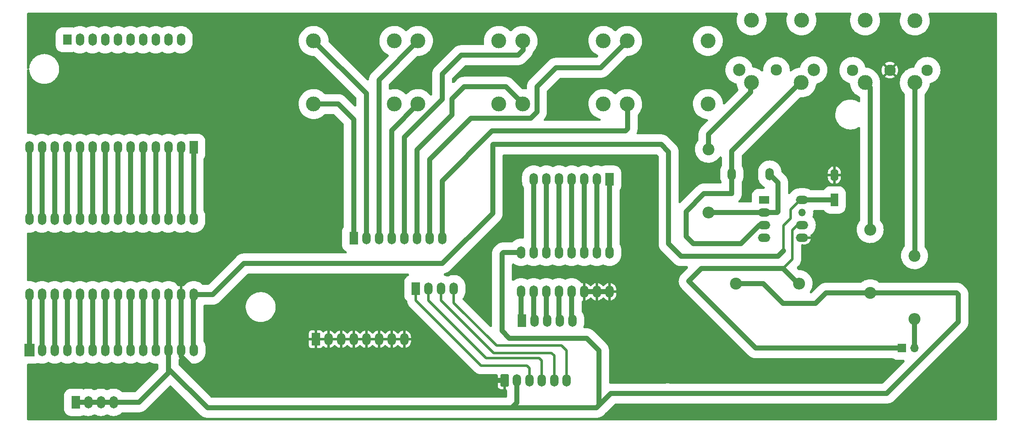
<source format=gbr>
%TF.GenerationSoftware,KiCad,Pcbnew,(6.0.7)*%
%TF.CreationDate,2022-08-16T16:21:00+02:00*%
%TF.ProjectId,MHS_Mobile_Hardware_Sampler_V4,4d48535f-4d6f-4626-996c-655f48617264,rev?*%
%TF.SameCoordinates,Original*%
%TF.FileFunction,Copper,L2,Bot*%
%TF.FilePolarity,Positive*%
%FSLAX46Y46*%
G04 Gerber Fmt 4.6, Leading zero omitted, Abs format (unit mm)*
G04 Created by KiCad (PCBNEW (6.0.7)) date 2022-08-16 16:21:00*
%MOMM*%
%LPD*%
G01*
G04 APERTURE LIST*
G04 Aperture macros list*
%AMRoundRect*
0 Rectangle with rounded corners*
0 $1 Rounding radius*
0 $2 $3 $4 $5 $6 $7 $8 $9 X,Y pos of 4 corners*
0 Add a 4 corners polygon primitive as box body*
4,1,4,$2,$3,$4,$5,$6,$7,$8,$9,$2,$3,0*
0 Add four circle primitives for the rounded corners*
1,1,$1+$1,$2,$3*
1,1,$1+$1,$4,$5*
1,1,$1+$1,$6,$7*
1,1,$1+$1,$8,$9*
0 Add four rect primitives between the rounded corners*
20,1,$1+$1,$2,$3,$4,$5,0*
20,1,$1+$1,$4,$5,$6,$7,0*
20,1,$1+$1,$6,$7,$8,$9,0*
20,1,$1+$1,$8,$9,$2,$3,0*%
G04 Aperture macros list end*
%TA.AperFunction,ComponentPad*%
%ADD10O,1.700000X2.500000*%
%TD*%
%TA.AperFunction,ComponentPad*%
%ADD11R,1.700000X2.500000*%
%TD*%
%TA.AperFunction,ComponentPad*%
%ADD12R,2.000000X1.500000*%
%TD*%
%TA.AperFunction,ComponentPad*%
%ADD13O,2.500000X1.700000*%
%TD*%
%TA.AperFunction,ComponentPad*%
%ADD14O,1.500000X1.500000*%
%TD*%
%TA.AperFunction,ComponentPad*%
%ADD15RoundRect,0.250000X-0.600000X-1.000000X0.600000X-1.000000X0.600000X1.000000X-0.600000X1.000000X0*%
%TD*%
%TA.AperFunction,ComponentPad*%
%ADD16R,1.700000X1.700000*%
%TD*%
%TA.AperFunction,ComponentPad*%
%ADD17O,1.700000X1.700000*%
%TD*%
%TA.AperFunction,ComponentPad*%
%ADD18C,3.000000*%
%TD*%
%TA.AperFunction,ComponentPad*%
%ADD19C,2.300000*%
%TD*%
%TA.AperFunction,ComponentPad*%
%ADD20C,2.400000*%
%TD*%
%TA.AperFunction,ComponentPad*%
%ADD21O,2.400000X2.400000*%
%TD*%
%TA.AperFunction,ComponentPad*%
%ADD22R,1.700000X2.000000*%
%TD*%
%TA.AperFunction,ComponentPad*%
%ADD23C,2.500000*%
%TD*%
%TA.AperFunction,ComponentPad*%
%ADD24R,1.600000X2.500000*%
%TD*%
%TA.AperFunction,ComponentPad*%
%ADD25O,1.600000X2.500000*%
%TD*%
%TA.AperFunction,ComponentPad*%
%ADD26R,2.000000X2.500000*%
%TD*%
%TA.AperFunction,Conductor*%
%ADD27C,1.000000*%
%TD*%
%TA.AperFunction,Conductor*%
%ADD28C,0.500000*%
%TD*%
G04 APERTURE END LIST*
D10*
%TO.P,U7,1,GND*%
%TO.N,Net-(J1-Pad1)*%
X52020000Y-61000000D03*
%TO.P,U7,2,0_RX1_CRX2_CS1*%
%TO.N,Net-(J1-Pad2)*%
X49480000Y-61000000D03*
%TO.P,U7,3,1_TX1_CTX2_MISO1*%
%TO.N,Net-(J1-Pad3)*%
X46940000Y-61000000D03*
%TO.P,U7,4,2_OUT2*%
%TO.N,Net-(J1-Pad4)*%
X44400000Y-61000000D03*
%TO.P,U7,5,3_LRCLK2*%
%TO.N,Net-(J1-Pad5)*%
X41860000Y-61000000D03*
%TO.P,U7,6,4_BCLK2*%
%TO.N,Net-(J1-Pad6)*%
X39320000Y-61000000D03*
%TO.P,U7,7,5_IN2*%
%TO.N,Net-(J1-Pad7)*%
X36780000Y-61000000D03*
%TO.P,U7,8,6_OUT1D*%
%TO.N,Net-(J1-Pad8)*%
X34240000Y-61000000D03*
%TO.P,U7,9,7_RX2_OUT1A*%
%TO.N,Net-(J1-Pad9)*%
X31700000Y-61000000D03*
%TO.P,U7,10,8_TX2_IN1*%
%TO.N,Net-(J1-Pad10)*%
X29160000Y-61000000D03*
%TO.P,U7,11,9_OUT1C*%
%TO.N,Net-(J1-Pad11)*%
X26620000Y-61000000D03*
%TO.P,U7,12,10_CS_MQSR*%
%TO.N,Net-(J1-Pad12)*%
X24080000Y-61000000D03*
%TO.P,U7,13,11_MOSI_CTX1*%
%TO.N,Net-(J1-Pad13)*%
X21540000Y-61000000D03*
%TO.P,U7,14,12_MISO_MQSL*%
%TO.N,Net-(J1-Pad14)*%
X19000000Y-61000000D03*
%TO.P,U7,20,13_SCK_CRX1_LED*%
%TO.N,Net-(J2-Pad1)*%
X19000000Y-76240000D03*
%TO.P,U7,21,14_A0_TX3_SPDIF_OUT*%
%TO.N,Net-(J2-Pad2)*%
X21540000Y-76240000D03*
%TO.P,U7,22,15_A1_RX3_SPDIF_IN*%
%TO.N,Net-(J2-Pad3)*%
X24080000Y-76240000D03*
%TO.P,U7,23,16_A2_RX4_SCL1*%
%TO.N,Net-(J2-Pad4)*%
X26620000Y-76240000D03*
%TO.P,U7,24,17_A3_TX4_SDA1*%
%TO.N,Net-(J2-Pad5)*%
X29160000Y-76240000D03*
%TO.P,U7,25,18_A4_SDA0*%
%TO.N,Net-(J2-Pad6)*%
X31700000Y-76240000D03*
%TO.P,U7,26,19_A5_SCL0*%
%TO.N,Net-(J2-Pad7)*%
X34240000Y-76240000D03*
%TO.P,U7,27,20_A6_TX5_LRCLK1*%
%TO.N,Net-(J2-Pad8)*%
X36780000Y-76240000D03*
%TO.P,U7,28,21_A7_RX5_BCLK1*%
%TO.N,Net-(J2-Pad9)*%
X39320000Y-76240000D03*
%TO.P,U7,29,22_A8_CTX1*%
%TO.N,Net-(J2-Pad10)*%
X41860000Y-76240000D03*
%TO.P,U7,30,23_A9_CRX1_MCLK1*%
%TO.N,Net-(J2-Pad11)*%
X44400000Y-76240000D03*
%TO.P,U7,31,3V3*%
%TO.N,Net-(J14-Pad1)*%
X46940000Y-76240000D03*
%TO.P,U7,32,GND*%
%TO.N,GND*%
X49480000Y-76240000D03*
%TO.P,U7,33,VIN*%
%TO.N,Net-(C1-Pad1)*%
X52020000Y-76240000D03*
%TD*%
D11*
%TO.P,J14,1,Pin_1*%
%TO.N,Net-(J14-Pad1)*%
X28300000Y-97900000D03*
D10*
%TO.P,J14,2,Pin_2*%
X30840000Y-97900000D03*
%TO.P,J14,3,Pin_3*%
X33380000Y-97900000D03*
%TO.P,J14,4,Pin_4*%
X35920000Y-97900000D03*
%TD*%
D12*
%TO.P,U6,1,NC*%
%TO.N,unconnected-(U6-Pad1)*%
X166690000Y-57180000D03*
D13*
%TO.P,U6,2,C1*%
%TO.N,Net-(D1-Pad1)*%
X166690000Y-59720000D03*
%TO.P,U6,3,C2*%
%TO.N,Net-(D1-Pad2)*%
X166690000Y-62260000D03*
%TO.P,U6,4,NC*%
%TO.N,unconnected-(U6-Pad4)*%
X166690000Y-64800000D03*
%TO.P,U6,5,GND*%
%TO.N,GND*%
X174310000Y-64800000D03*
%TO.P,U6,6,VO2*%
%TO.N,Net-(J10-Pad1)*%
X174310000Y-62260000D03*
D14*
%TO.P,U6,7,VO1*%
%TO.N,unconnected-(U6-Pad7)*%
X174310000Y-59720000D03*
D13*
%TO.P,U6,8,VCC*%
%TO.N,Net-(C1-Pad1)*%
X174310000Y-57180000D03*
%TD*%
D11*
%TO.P,J9,1,Pin_1*%
%TO.N,Net-(J9-Pad1)*%
X118000000Y-81500000D03*
D10*
%TO.P,J9,2,Pin_2*%
%TO.N,Net-(J9-Pad2)*%
X120540000Y-81500000D03*
%TO.P,J9,3,Pin_3*%
%TO.N,Net-(J9-Pad3)*%
X123080000Y-81500000D03*
%TO.P,J9,4,Pin_4*%
%TO.N,Net-(J9-Pad4)*%
X125620000Y-81500000D03*
%TO.P,J9,5,Pin_5*%
%TO.N,Net-(J9-Pad5)*%
X128160000Y-81500000D03*
%TD*%
D15*
%TO.P,J4,1,1*%
%TO.N,GND*%
X114500000Y-93500000D03*
D10*
%TO.P,J4,2,2*%
%TO.N,Net-(J14-Pad1)*%
X117000000Y-93500000D03*
%TO.P,J4,3,3*%
%TO.N,Net-(J4-Pad3)*%
X119500000Y-93500000D03*
%TO.P,J4,4,4*%
%TO.N,Net-(J4-Pad4)*%
X122000000Y-93500000D03*
%TO.P,J4,5,5*%
%TO.N,Net-(J4-Pad5)*%
X124500000Y-93500000D03*
%TO.P,J4,6,6*%
%TO.N,Net-(J4-Pad6)*%
X127000000Y-93500000D03*
%TD*%
D11*
%TO.P,J5,1,Pin_1*%
%TO.N,Net-(J5-Pad1)*%
X135625000Y-53000000D03*
D10*
%TO.P,J5,2,Pin_2*%
%TO.N,Net-(J5-Pad2)*%
X133085000Y-53000000D03*
%TO.P,J5,3,Pin_3*%
%TO.N,Net-(J5-Pad3)*%
X130545000Y-53000000D03*
%TO.P,J5,4,Pin_4*%
%TO.N,Net-(J5-Pad4)*%
X128005000Y-53000000D03*
%TO.P,J5,5,Pin_5*%
%TO.N,Net-(J5-Pad5)*%
X125465000Y-53000000D03*
%TO.P,J5,6,Pin_6*%
%TO.N,Net-(J5-Pad6)*%
X122925000Y-53000000D03*
%TO.P,J5,7,Pin_7*%
%TO.N,Net-(J5-Pad7)*%
X120385000Y-53000000D03*
%TD*%
D16*
%TO.P,J10,1,Pin_1*%
%TO.N,Net-(J10-Pad1)*%
X194340000Y-87010000D03*
D17*
%TO.P,J10,2,Pin_2*%
%TO.N,Net-(J10-Pad2)*%
X196880000Y-87010000D03*
%TD*%
D11*
%TO.P,J1,1,Pin_1*%
%TO.N,Net-(J1-Pad1)*%
X52010000Y-46620000D03*
D10*
%TO.P,J1,2,Pin_2*%
%TO.N,Net-(J1-Pad2)*%
X49470000Y-46620000D03*
%TO.P,J1,3,Pin_3*%
%TO.N,Net-(J1-Pad3)*%
X46930000Y-46620000D03*
%TO.P,J1,4,Pin_4*%
%TO.N,Net-(J1-Pad4)*%
X44390000Y-46620000D03*
%TO.P,J1,5,Pin_5*%
%TO.N,Net-(J1-Pad5)*%
X41850000Y-46620000D03*
%TO.P,J1,6,Pin_6*%
%TO.N,Net-(J1-Pad6)*%
X39310000Y-46620000D03*
%TO.P,J1,7,Pin_7*%
%TO.N,Net-(J1-Pad7)*%
X36770000Y-46620000D03*
%TO.P,J1,8,Pin_8*%
%TO.N,Net-(J1-Pad8)*%
X34230000Y-46620000D03*
%TO.P,J1,9,Pin_9*%
%TO.N,Net-(J1-Pad9)*%
X31690000Y-46620000D03*
%TO.P,J1,10,Pin_10*%
%TO.N,Net-(J1-Pad10)*%
X29150000Y-46620000D03*
%TO.P,J1,11,Pin_11*%
%TO.N,Net-(J1-Pad11)*%
X26610000Y-46620000D03*
%TO.P,J1,12,Pin_12*%
%TO.N,Net-(J1-Pad12)*%
X24070000Y-46620000D03*
%TO.P,J1,13,Pin_13*%
%TO.N,Net-(J1-Pad13)*%
X21530000Y-46620000D03*
%TO.P,J1,14,Pin_14*%
%TO.N,Net-(J1-Pad14)*%
X18990000Y-46620000D03*
%TD*%
D18*
%TO.P,J8,*%
%TO.N,*%
X196982056Y-21066973D03*
X186969129Y-21056684D03*
D19*
%TO.P,J8,1*%
%TO.N,unconnected-(J8-Pad1)*%
X184470000Y-31067500D03*
%TO.P,J8,2*%
%TO.N,GND*%
X191970000Y-31067500D03*
%TO.P,J8,3*%
%TO.N,unconnected-(J8-Pad3)*%
X199470000Y-31067500D03*
D18*
%TO.P,J8,4*%
%TO.N,Net-(J8-Pad4)*%
X186970000Y-33567500D03*
%TO.P,J8,5*%
%TO.N,Net-(J8-Pad5)*%
X196970000Y-33567500D03*
%TD*%
%TO.P,J17,1,TN*%
%TO.N,Net-(J17-Pad1)*%
X118154670Y-25190000D03*
%TO.P,J17,2,SN*%
%TO.N,Net-(J17-Pad2)*%
X118154670Y-37890000D03*
%TO.P,J17,3,S*%
%TO.N,unconnected-(J17-Pad3)*%
X134384670Y-37890000D03*
%TO.P,J17,4,T*%
%TO.N,unconnected-(J17-Pad4)*%
X134384670Y-25190000D03*
%TD*%
D20*
%TO.P,R8,1*%
%TO.N,Net-(J8-Pad5)*%
X196920000Y-68410000D03*
D21*
%TO.P,R8,2*%
%TO.N,Net-(J10-Pad2)*%
X196920000Y-81110000D03*
%TD*%
D18*
%TO.P,J16,1,TN*%
%TO.N,Net-(J16-Pad1)*%
X97124670Y-25190000D03*
%TO.P,J16,2,SN*%
%TO.N,Net-(J16-Pad2)*%
X97124670Y-37890000D03*
%TO.P,J16,3,S*%
%TO.N,unconnected-(J16-Pad3)*%
X113354670Y-37890000D03*
%TO.P,J16,4,T*%
%TO.N,unconnected-(J16-Pad4)*%
X113354670Y-25190000D03*
%TD*%
D20*
%TO.P,R6,1*%
%TO.N,Net-(J14-Pad1)*%
X161000000Y-74000000D03*
D21*
%TO.P,R6,2*%
%TO.N,Net-(J10-Pad1)*%
X173700000Y-74000000D03*
%TD*%
D22*
%TO.P,J12,1,Pin_1*%
%TO.N,Net-(J12-Pad1)*%
X26615723Y-24942131D03*
D10*
%TO.P,J12,3,Pin_3*%
%TO.N,Net-(J12-Pad3)*%
X31695723Y-24942131D03*
%TO.P,J12,4,Pin_4*%
%TO.N,Net-(J12-Pad4)*%
X34235723Y-24942131D03*
%TO.P,J12,5,Pin_5*%
%TO.N,Net-(J12-Pad5)*%
X36775723Y-24942131D03*
%TO.P,J12,6,Pin_6*%
%TO.N,Net-(J12-Pad6)*%
X39315723Y-24942131D03*
%TO.P,J12,7,Pin_7*%
%TO.N,Net-(J12-Pad7)*%
X41855723Y-24942131D03*
%TO.P,J12,8,Pin_8*%
%TO.N,Net-(J12-Pad8)*%
X44395723Y-24942131D03*
%TO.P,J12,9,Pin_9*%
%TO.N,Net-(J12-Pad9)*%
X46935723Y-24942131D03*
%TO.P,J12,10,Pin_10*%
%TO.N,Net-(J12-Pad10)*%
X49475723Y-24942131D03*
%TO.P,J12,e*%
%TO.N,N/C*%
X29155723Y-24942131D03*
%TD*%
D11*
%TO.P,J6,1,Pin_1*%
%TO.N,Net-(J4-Pad3)*%
X96700000Y-75040000D03*
D10*
%TO.P,J6,2,Pin_2*%
%TO.N,Net-(J4-Pad4)*%
X99240000Y-75040000D03*
%TO.P,J6,3,Pin_3*%
%TO.N,Net-(J4-Pad5)*%
X101780000Y-75040000D03*
%TO.P,J6,4,Pin_4*%
%TO.N,Net-(J4-Pad6)*%
X104320000Y-75040000D03*
%TD*%
D18*
%TO.P,J3,*%
%TO.N,*%
X174182056Y-21046973D03*
X164169129Y-21036684D03*
D23*
%TO.P,J3,1*%
%TO.N,unconnected-(J3-Pad1)*%
X161670000Y-31047500D03*
D19*
%TO.P,J3,2*%
%TO.N,unconnected-(J3-Pad2)*%
X169170000Y-31047500D03*
D23*
%TO.P,J3,3*%
%TO.N,unconnected-(J3-Pad3)*%
X176670000Y-31047500D03*
D18*
%TO.P,J3,4*%
%TO.N,Net-(J3-Pad4)*%
X164170000Y-33547500D03*
%TO.P,J3,5*%
%TO.N,Net-(D1-Pad2)*%
X174170000Y-33547500D03*
%TD*%
D24*
%TO.P,C1,1*%
%TO.N,Net-(C1-Pad1)*%
X180817621Y-57190000D03*
D25*
%TO.P,C1,2*%
%TO.N,GND*%
X180817621Y-52190000D03*
%TD*%
D11*
%TO.P,J7,1,Pin_1*%
%TO.N,Net-(J11-Pad2)*%
X84180000Y-64880000D03*
D10*
%TO.P,J7,2,Pin_2*%
%TO.N,Net-(J11-Pad1)*%
X86720000Y-64880000D03*
%TO.P,J7,3,Pin_3*%
%TO.N,Net-(J16-Pad1)*%
X89260000Y-64880000D03*
%TO.P,J7,4,Pin_4*%
%TO.N,Net-(J16-Pad2)*%
X91800000Y-64880000D03*
%TO.P,J7,5,Pin_5*%
%TO.N,Net-(J17-Pad1)*%
X94340000Y-64880000D03*
%TO.P,J7,6,Pin_6*%
%TO.N,Net-(J17-Pad2)*%
X96880000Y-64880000D03*
%TO.P,J7,7,Pin_7*%
%TO.N,Net-(J18-Pad1)*%
X99420000Y-64880000D03*
%TO.P,J7,8,Pin_8*%
%TO.N,Net-(J18-Pad2)*%
X101960000Y-64880000D03*
%TD*%
D18*
%TO.P,J18,1,TN*%
%TO.N,Net-(J18-Pad1)*%
X139154670Y-25190000D03*
%TO.P,J18,2,SN*%
%TO.N,Net-(J18-Pad2)*%
X139154670Y-37890000D03*
%TO.P,J18,3,S*%
%TO.N,unconnected-(J18-Pad3)*%
X155384670Y-37890000D03*
%TO.P,J18,4,T*%
%TO.N,unconnected-(J18-Pad4)*%
X155384670Y-25190000D03*
%TD*%
D20*
%TO.P,R7,1*%
%TO.N,Net-(J14-Pad1)*%
X188000000Y-75850000D03*
D21*
%TO.P,R7,2*%
%TO.N,Net-(J8-Pad4)*%
X188000000Y-63150000D03*
%TD*%
D10*
%TO.P,D1,1,K*%
%TO.N,Net-(D1-Pad1)*%
X167810000Y-51990000D03*
%TO.P,D1,2,A*%
%TO.N,Net-(D1-Pad2)*%
X160190000Y-51990000D03*
%TD*%
D26*
%TO.P,J2,1,Pin_1*%
%TO.N,Net-(J2-Pad1)*%
X19032663Y-87357701D03*
D10*
%TO.P,J2,2,Pin_2*%
%TO.N,Net-(J2-Pad2)*%
X21572663Y-87357701D03*
%TO.P,J2,3,Pin_3*%
%TO.N,Net-(J2-Pad3)*%
X24112663Y-87357701D03*
%TO.P,J2,4,Pin_4*%
%TO.N,Net-(J2-Pad4)*%
X26652663Y-87357701D03*
%TO.P,J2,5,Pin_5*%
%TO.N,Net-(J2-Pad5)*%
X29192663Y-87357701D03*
%TO.P,J2,6,Pin_6*%
%TO.N,Net-(J2-Pad6)*%
X31732663Y-87357701D03*
%TO.P,J2,7,Pin_7*%
%TO.N,Net-(J2-Pad7)*%
X34272663Y-87357701D03*
%TO.P,J2,8,Pin_8*%
%TO.N,Net-(J2-Pad8)*%
X36812663Y-87357701D03*
%TO.P,J2,9,Pin_9*%
%TO.N,Net-(J2-Pad9)*%
X39352663Y-87357701D03*
%TO.P,J2,10,Pin_10*%
%TO.N,Net-(J2-Pad10)*%
X41892663Y-87357701D03*
%TO.P,J2,11,Pin_11*%
%TO.N,Net-(J2-Pad11)*%
X44432663Y-87357701D03*
%TO.P,J2,12,Pin_12*%
%TO.N,Net-(J14-Pad1)*%
X46972663Y-87357701D03*
%TO.P,J2,13,Pin_13*%
%TO.N,GND*%
X49512663Y-87357701D03*
%TO.P,J2,14,Pin_14*%
%TO.N,Net-(C1-Pad1)*%
X52052663Y-87357701D03*
%TD*%
D18*
%TO.P,J11,1,TN*%
%TO.N,Net-(J11-Pad1)*%
X76124340Y-25190000D03*
%TO.P,J11,2,SN*%
%TO.N,Net-(J11-Pad2)*%
X76124340Y-37890000D03*
%TO.P,J11,3,S*%
%TO.N,unconnected-(J11-Pad3)*%
X92354340Y-37890000D03*
%TO.P,J11,4,T*%
%TO.N,unconnected-(J11-Pad4)*%
X92354340Y-25190000D03*
%TD*%
D11*
%TO.P,J13,1,Pin_1*%
%TO.N,GND*%
X76560000Y-85200000D03*
D10*
%TO.P,J13,2,Pin_2*%
X79100000Y-85200000D03*
%TO.P,J13,3,Pin_3*%
X81640000Y-85200000D03*
%TO.P,J13,4,Pin_4*%
X84180000Y-85200000D03*
%TO.P,J13,5,Pin_5*%
X86720000Y-85200000D03*
%TO.P,J13,6,Pin_6*%
X89260000Y-85200000D03*
%TO.P,J13,7,Pin_7*%
X91800000Y-85200000D03*
%TO.P,J13,8,Pin_8*%
X94340000Y-85200000D03*
%TD*%
%TO.P,U5,1,A4*%
%TO.N,Net-(J9-Pad1)*%
X117840000Y-75657960D03*
%TO.P,U5,2,A6*%
%TO.N,Net-(J9-Pad2)*%
X120380000Y-75657960D03*
%TO.P,U5,3,A*%
%TO.N,Net-(J9-Pad3)*%
X122920000Y-75657960D03*
%TO.P,U5,4,A7*%
%TO.N,Net-(J9-Pad4)*%
X125460000Y-75657960D03*
%TO.P,U5,5,A5*%
%TO.N,Net-(J9-Pad5)*%
X128000000Y-75657960D03*
%TO.P,U5,6,~{E}*%
%TO.N,GND*%
X130540000Y-75657960D03*
%TO.P,U5,7,VEE*%
X133080000Y-75657960D03*
%TO.P,U5,8,GND*%
X135620000Y-75657960D03*
%TO.P,U5,9,S2*%
%TO.N,Net-(J5-Pad1)*%
X135620000Y-67717960D03*
%TO.P,U5,10,S1*%
%TO.N,Net-(J5-Pad2)*%
X133080000Y-67717960D03*
%TO.P,U5,11,S0*%
%TO.N,Net-(J5-Pad3)*%
X130540000Y-67717960D03*
%TO.P,U5,12,A3*%
%TO.N,Net-(J5-Pad4)*%
X128000000Y-67717960D03*
%TO.P,U5,13,A0*%
%TO.N,Net-(J5-Pad5)*%
X125460000Y-67717960D03*
%TO.P,U5,14,A1*%
%TO.N,Net-(J5-Pad6)*%
X122920000Y-67717960D03*
%TO.P,U5,15,A2*%
%TO.N,Net-(J5-Pad7)*%
X120380000Y-67717960D03*
%TO.P,U5,16,VCC*%
%TO.N,Net-(J14-Pad1)*%
X117840000Y-67717960D03*
%TD*%
D20*
%TO.P,R5,1*%
%TO.N,Net-(J3-Pad4)*%
X155500000Y-46990000D03*
D21*
%TO.P,R5,2*%
%TO.N,Net-(D1-Pad1)*%
X155500000Y-59690000D03*
%TD*%
D27*
%TO.N,Net-(J1-Pad3)*%
X46940000Y-61000000D02*
X46940000Y-46630000D01*
X46940000Y-46630000D02*
X46930000Y-46620000D01*
%TO.N,Net-(J1-Pad5)*%
X41850000Y-46620000D02*
X41850000Y-60990000D01*
%TO.N,Net-(J1-Pad6)*%
X39310000Y-60990000D02*
X39320000Y-61000000D01*
X39310000Y-46620000D02*
X39310000Y-60990000D01*
%TO.N,Net-(J1-Pad7)*%
X36770000Y-46620000D02*
X36770000Y-60990000D01*
%TO.N,Net-(J1-Pad8)*%
X34230000Y-46620000D02*
X34230000Y-60990000D01*
%TO.N,Net-(J1-Pad9)*%
X31690000Y-46620000D02*
X31690000Y-60990000D01*
%TO.N,Net-(J1-Pad10)*%
X29150000Y-46620000D02*
X29150000Y-60990000D01*
%TO.N,Net-(J1-Pad11)*%
X26610000Y-46620000D02*
X26610000Y-60990000D01*
%TO.N,Net-(J1-Pad12)*%
X24070000Y-46620000D02*
X24070000Y-60990000D01*
%TO.N,Net-(J1-Pad13)*%
X21530000Y-46620000D02*
X21530000Y-60990000D01*
%TO.N,Net-(J1-Pad14)*%
X19000000Y-61000000D02*
X19000000Y-46630000D01*
%TO.N,Net-(J2-Pad1)*%
X19000000Y-76240000D02*
X19000000Y-87325038D01*
%TO.N,Net-(J2-Pad2)*%
X21540000Y-87325038D02*
X21572663Y-87357701D01*
X21540000Y-76240000D02*
X21540000Y-87325038D01*
%TO.N,Net-(J2-Pad3)*%
X24080000Y-76240000D02*
X24080000Y-87325038D01*
X24080000Y-87325038D02*
X24112663Y-87357701D01*
%TO.N,Net-(J2-Pad4)*%
X26620000Y-76240000D02*
X26620000Y-87325038D01*
X26620000Y-87325038D02*
X26652663Y-87357701D01*
%TO.N,Net-(J2-Pad5)*%
X29192663Y-87357701D02*
X29192663Y-76272663D01*
%TO.N,Net-(J2-Pad6)*%
X31700000Y-76240000D02*
X31700000Y-87325038D01*
X31700000Y-87325038D02*
X31732663Y-87357701D01*
%TO.N,Net-(J2-Pad7)*%
X34272663Y-87357701D02*
X34272663Y-76272663D01*
%TO.N,Net-(J2-Pad8)*%
X36780000Y-87325038D02*
X36812663Y-87357701D01*
X36780000Y-76240000D02*
X36780000Y-87325038D01*
%TO.N,Net-(J2-Pad9)*%
X39352663Y-87357701D02*
X39352663Y-76272663D01*
%TO.N,Net-(J2-Pad10)*%
X41860000Y-87325038D02*
X41892663Y-87357701D01*
X41860000Y-76240000D02*
X41860000Y-87325038D01*
%TO.N,Net-(J2-Pad11)*%
X44400000Y-87325038D02*
X44400000Y-76240000D01*
%TO.N,Net-(D1-Pad1)*%
X169494084Y-59538217D02*
X169312301Y-59720000D01*
X167810000Y-51990000D02*
X169494084Y-53674084D01*
X169494084Y-53674084D02*
X169494084Y-59538217D01*
X169312301Y-59720000D02*
X166690000Y-59720000D01*
X155530000Y-59720000D02*
X155500000Y-59690000D01*
X166690000Y-59720000D02*
X155530000Y-59720000D01*
X166610000Y-59800000D02*
X166690000Y-59720000D01*
%TO.N,Net-(D1-Pad2)*%
X162000000Y-66000000D02*
X165740000Y-62260000D01*
X174000000Y-33567500D02*
X160190000Y-47377500D01*
X160190000Y-47377500D02*
X160190000Y-49810000D01*
X160190000Y-49680000D02*
X160190000Y-49810000D01*
X154620000Y-55880000D02*
X151000000Y-59500000D01*
X151000000Y-59500000D02*
X151000000Y-64500000D01*
X165740000Y-62260000D02*
X166690000Y-62260000D01*
X160190000Y-51990000D02*
X160190000Y-55880000D01*
X160190000Y-55880000D02*
X154620000Y-55880000D01*
X160190000Y-49810000D02*
X160190000Y-51990000D01*
X152500000Y-66000000D02*
X162000000Y-66000000D01*
X151000000Y-64500000D02*
X152500000Y-66000000D01*
%TO.N,Net-(J3-Pad4)*%
X164000000Y-33567500D02*
X164000000Y-35500000D01*
X155500000Y-44000000D02*
X155500000Y-46990000D01*
X164000000Y-35500000D02*
X155500000Y-44000000D01*
%TO.N,Net-(J1-Pad2)*%
X49470000Y-60990000D02*
X49480000Y-61000000D01*
X49470000Y-46620000D02*
X49470000Y-60990000D01*
%TO.N,Net-(J1-Pad4)*%
X44390000Y-46620000D02*
X44390000Y-60990000D01*
%TO.N,Net-(J8-Pad5)*%
X196970000Y-33567500D02*
X196970000Y-68360000D01*
X196970000Y-68360000D02*
X196920000Y-68410000D01*
X196970000Y-36820000D02*
X196970000Y-36970000D01*
%TO.N,Net-(J8-Pad4)*%
X188000000Y-34597500D02*
X186970000Y-33567500D01*
X188000000Y-63150000D02*
X188000000Y-34597500D01*
%TO.N,Net-(J5-Pad1)*%
X135625000Y-67712960D02*
X135620000Y-67717960D01*
X135625000Y-53000000D02*
X135625000Y-67712960D01*
%TO.N,Net-(J5-Pad2)*%
X133085000Y-67712960D02*
X133080000Y-67717960D01*
X133085000Y-53000000D02*
X133085000Y-67712960D01*
%TO.N,Net-(J5-Pad3)*%
X130545000Y-67712960D02*
X130540000Y-67717960D01*
X130545000Y-53000000D02*
X130545000Y-67712960D01*
%TO.N,Net-(J9-Pad1)*%
X117840000Y-75657960D02*
X117840000Y-81215000D01*
X117840000Y-81215000D02*
X118125000Y-81500000D01*
%TO.N,Net-(J9-Pad2)*%
X120665000Y-81500000D02*
X120380000Y-81215000D01*
X120380000Y-81215000D02*
X120380000Y-75657960D01*
%TO.N,Net-(J9-Pad3)*%
X122920000Y-75657960D02*
X122920000Y-81215000D01*
%TO.N,Net-(J9-Pad4)*%
X125460000Y-75657960D02*
X125460000Y-81215000D01*
X125460000Y-81215000D02*
X125745000Y-81500000D01*
%TO.N,Net-(J9-Pad5)*%
X128000000Y-81215000D02*
X128285000Y-81500000D01*
X128000000Y-75657960D02*
X128000000Y-81215000D01*
%TO.N,Net-(J10-Pad1)*%
X173802141Y-74307859D02*
X170494282Y-71000000D01*
X154080960Y-71000000D02*
X151540480Y-73540480D01*
X151540480Y-73540480D02*
X165010000Y-87010000D01*
D28*
X172355926Y-69138356D02*
X170494282Y-71000000D01*
X174310000Y-62260000D02*
X173335532Y-62260000D01*
D27*
X173405489Y-73705489D02*
X173700000Y-74000000D01*
D28*
X173335532Y-62260000D02*
X172355926Y-63239606D01*
X172355926Y-63239606D02*
X172355926Y-69138356D01*
D27*
X170494282Y-71000000D02*
X154080960Y-71000000D01*
X165010000Y-87010000D02*
X194340000Y-87010000D01*
D28*
X173080000Y-73380000D02*
X173405489Y-73705489D01*
D27*
%TO.N,Net-(J10-Pad2)*%
X196880000Y-87010000D02*
X196880000Y-81150000D01*
X196880000Y-81150000D02*
X196920000Y-81110000D01*
%TO.N,Net-(J11-Pad1)*%
X86720000Y-35785660D02*
X86720000Y-64880000D01*
X76124340Y-25190000D02*
X86720000Y-35785660D01*
%TO.N,Net-(J16-Pad1)*%
X97124340Y-25190000D02*
X89260000Y-33054340D01*
X89260000Y-33054340D02*
X89260000Y-64880000D01*
%TO.N,Net-(J16-Pad2)*%
X97124670Y-37890000D02*
X91800000Y-43214670D01*
X91800000Y-43214670D02*
X91800000Y-64880000D01*
%TO.N,Net-(J17-Pad1)*%
X118254670Y-26995330D02*
X117200000Y-28050000D01*
X101960000Y-36940000D02*
X101960000Y-31860000D01*
X101960000Y-31860000D02*
X105770000Y-28050000D01*
X94340000Y-44560000D02*
X94340000Y-64880000D01*
X118254670Y-25190000D02*
X118254670Y-26995330D01*
X101960000Y-36940000D02*
X94340000Y-44560000D01*
X105770000Y-28050000D02*
X117200000Y-28050000D01*
%TO.N,Net-(J17-Pad2)*%
X106405000Y-34400000D02*
X103934745Y-36870255D01*
X114764670Y-34400000D02*
X106405000Y-34400000D01*
X96880000Y-47100000D02*
X96880000Y-64880000D01*
X103934745Y-36870255D02*
X103934745Y-40045255D01*
X103934745Y-40045255D02*
X96880000Y-47100000D01*
X118254670Y-37890000D02*
X114764670Y-34400000D01*
%TO.N,Net-(J18-Pad1)*%
X119740000Y-40750000D02*
X121010000Y-39480000D01*
X107750000Y-40750000D02*
X119740000Y-40750000D01*
X124820000Y-30590000D02*
X133854670Y-30590000D01*
X99420000Y-49080000D02*
X107750000Y-40750000D01*
X133854670Y-30590000D02*
X139254670Y-25190000D01*
X99420000Y-64880000D02*
X99420000Y-49080000D01*
X121010000Y-34400000D02*
X124820000Y-30590000D01*
X121010000Y-39480000D02*
X121010000Y-34400000D01*
%TO.N,Net-(J18-Pad2)*%
X139254670Y-42825330D02*
X139254670Y-37890000D01*
X138790000Y-43290000D02*
X139254670Y-42825330D01*
X112012647Y-43290000D02*
X138790000Y-43290000D01*
X101960000Y-53342647D02*
X101960000Y-64880000D01*
X112012647Y-43290000D02*
X101960000Y-53342647D01*
%TO.N,Net-(J5-Pad4)*%
X128000000Y-67717960D02*
X128000000Y-53005000D01*
X128000000Y-53005000D02*
X128005000Y-53000000D01*
%TO.N,Net-(J5-Pad5)*%
X125460000Y-53005000D02*
X125465000Y-53000000D01*
X125460000Y-67717960D02*
X125460000Y-53005000D01*
%TO.N,Net-(J5-Pad6)*%
X122920000Y-67717960D02*
X122920000Y-53005000D01*
X122920000Y-53005000D02*
X122925000Y-53000000D01*
%TO.N,Net-(J5-Pad7)*%
X120385000Y-67712960D02*
X120380000Y-67717960D01*
X120385000Y-53000000D02*
X120385000Y-67712960D01*
%TO.N,Net-(C1-Pad1)*%
X147500000Y-66000000D02*
X147500000Y-47500000D01*
X147500000Y-47500000D02*
X146000000Y-46000000D01*
X112120000Y-46120000D02*
X112120000Y-59860000D01*
X170540000Y-67420000D02*
X169460000Y-68500000D01*
X180817621Y-57190000D02*
X174320000Y-57190000D01*
X52000000Y-76260000D02*
X52020000Y-76240000D01*
X112120000Y-59860000D02*
X102020000Y-69960000D01*
X102020000Y-69960000D02*
X62120000Y-69960000D01*
D28*
X172000000Y-60880000D02*
X170540000Y-62340000D01*
X173960000Y-57180000D02*
X172000000Y-59140000D01*
X172000000Y-59140000D02*
X172000000Y-60880000D01*
D27*
X169460000Y-68500000D02*
X150000000Y-68500000D01*
X52000000Y-87305038D02*
X52000000Y-76260000D01*
X150000000Y-68500000D02*
X147500000Y-66000000D01*
D28*
X170540000Y-62340000D02*
X170540000Y-67420000D01*
D27*
X55840000Y-76240000D02*
X52020000Y-76240000D01*
X146000000Y-46000000D02*
X112240000Y-46000000D01*
X174310000Y-57180000D02*
X173960000Y-57180000D01*
X174320000Y-57190000D02*
X174310000Y-57180000D01*
X62120000Y-69960000D02*
X55840000Y-76240000D01*
X112240000Y-46000000D02*
X112120000Y-46120000D01*
%TO.N,GND*%
X77240000Y-93500000D02*
X70640000Y-93500000D01*
X49500000Y-87345038D02*
X49500000Y-76260000D01*
X49512663Y-88632663D02*
X49512663Y-87357701D01*
X133080000Y-75657960D02*
X135620000Y-75657960D01*
X70640000Y-93500000D02*
X54380000Y-93500000D01*
X54380000Y-93500000D02*
X49512663Y-88632663D01*
X114500000Y-93500000D02*
X77240000Y-93500000D01*
X133080000Y-75657960D02*
X130540000Y-75657960D01*
D28*
%TO.N,Net-(J4-Pad6)*%
X127000000Y-87500000D02*
X126000000Y-86500000D01*
X104320000Y-77900000D02*
X104320000Y-75040000D01*
X127000000Y-93500000D02*
X127000000Y-87500000D01*
X126000000Y-86500000D02*
X112920000Y-86500000D01*
X112920000Y-86500000D02*
X104320000Y-77900000D01*
%TO.N,Net-(J4-Pad5)*%
X124500000Y-93500000D02*
X124500000Y-88500000D01*
X101780000Y-77400000D02*
X101780000Y-75040000D01*
X123960470Y-87960470D02*
X112340470Y-87960470D01*
X112340470Y-87960470D02*
X101780000Y-77400000D01*
X124500000Y-88500000D02*
X123960470Y-87960470D01*
%TO.N,Net-(J4-Pad4)*%
X99240000Y-77400000D02*
X99240000Y-75040000D01*
X99240000Y-77400000D02*
X110840000Y-89000000D01*
X121500000Y-89000000D02*
X122000000Y-89500000D01*
X110840000Y-89000000D02*
X121500000Y-89000000D01*
X122000000Y-89500000D02*
X122000000Y-93500000D01*
%TO.N,Net-(J4-Pad3)*%
X119500000Y-91000000D02*
X119000000Y-90500000D01*
X96700000Y-77400000D02*
X96700000Y-75040000D01*
X119000000Y-90500000D02*
X109800000Y-90500000D01*
X109800000Y-90500000D02*
X96700000Y-77400000D01*
X119500000Y-93500000D02*
X119500000Y-91000000D01*
D27*
%TO.N,Net-(J11-Pad2)*%
X84180000Y-41000000D02*
X81070000Y-37890000D01*
X81070000Y-37890000D02*
X76124340Y-37890000D01*
X84180000Y-64880000D02*
X84180000Y-41000000D01*
%TO.N,Net-(J14-Pad1)*%
X133000000Y-99000000D02*
X135870126Y-96129874D01*
X117000000Y-98000000D02*
X116000000Y-99000000D01*
X47000000Y-87330364D02*
X46972663Y-87357701D01*
X46972663Y-91927337D02*
X41000000Y-97900000D01*
X135870126Y-96129874D02*
X147270126Y-96129874D01*
X133000000Y-99000000D02*
X133500000Y-98500000D01*
X116000000Y-99000000D02*
X54800000Y-99000000D01*
X166510000Y-74000000D02*
X161000000Y-74000000D01*
X115480000Y-85000000D02*
X114000000Y-83520000D01*
X114282040Y-67717960D02*
X117840000Y-67717960D01*
X33380000Y-97900000D02*
X30840000Y-97900000D01*
X188000000Y-75850000D02*
X179150000Y-75850000D01*
X166755000Y-74245000D02*
X170500000Y-77990000D01*
X131000000Y-85000000D02*
X115480000Y-85000000D01*
X30840000Y-97900000D02*
X28300000Y-97900000D01*
X46972663Y-91172663D02*
X46972663Y-87357701D01*
X191352230Y-96129874D02*
X205740000Y-81742104D01*
X47000000Y-76300000D02*
X47000000Y-87330364D01*
X147270126Y-96129874D02*
X191352230Y-96129874D01*
X170500000Y-77990000D02*
X170610000Y-77990000D01*
X170610000Y-77990000D02*
X177010000Y-77990000D01*
X46972663Y-87357701D02*
X46972663Y-91927337D01*
X114000000Y-83520000D02*
X114000000Y-68000000D01*
X147270126Y-96129874D02*
X147300000Y-96100000D01*
X166500000Y-73990000D02*
X166755000Y-74245000D01*
X116880000Y-99000000D02*
X133000000Y-99000000D01*
X41000000Y-97900000D02*
X35920000Y-97900000D01*
X116500000Y-99000000D02*
X116000000Y-99000000D01*
X116500000Y-99000000D02*
X116880000Y-99000000D01*
X35920000Y-97900000D02*
X33380000Y-97900000D01*
X114000000Y-68000000D02*
X114282040Y-67717960D01*
X205390000Y-75850000D02*
X188000000Y-75850000D01*
X54800000Y-99000000D02*
X46972663Y-91172663D01*
X133500000Y-98500000D02*
X133500000Y-87500000D01*
X179150000Y-75850000D02*
X177010000Y-77990000D01*
X205740000Y-76200000D02*
X205390000Y-75850000D01*
X166755000Y-74245000D02*
X166510000Y-74000000D01*
X117000000Y-93500000D02*
X117000000Y-98000000D01*
X133500000Y-87500000D02*
X131000000Y-85000000D01*
X205740000Y-81742104D02*
X205740000Y-76200000D01*
%TO.N,Net-(J1-Pad1)*%
X52020000Y-46630000D02*
X52010000Y-46620000D01*
X52020000Y-61000000D02*
X52020000Y-46630000D01*
%TD*%
%TA.AperFunction,Conductor*%
%TO.N,GND*%
G36*
X161279280Y-19519454D02*
G01*
X161360062Y-19573430D01*
X161414038Y-19654212D01*
X161432992Y-19749500D01*
X161414038Y-19844788D01*
X161409846Y-19854338D01*
X161374607Y-19930254D01*
X161265957Y-20258781D01*
X161264500Y-20265817D01*
X161244277Y-20363472D01*
X161195787Y-20597619D01*
X161165027Y-20942276D01*
X161167769Y-21046973D01*
X161173109Y-21250899D01*
X161174085Y-21288185D01*
X161222841Y-21630760D01*
X161224659Y-21637689D01*
X161224660Y-21637695D01*
X161293059Y-21898416D01*
X161310648Y-21965461D01*
X161436343Y-22287851D01*
X161439698Y-22294187D01*
X161439700Y-22294192D01*
X161572746Y-22545473D01*
X161598259Y-22593658D01*
X161794251Y-22878828D01*
X162021721Y-23139582D01*
X162027029Y-23144411D01*
X162027031Y-23144414D01*
X162272344Y-23367632D01*
X162272352Y-23367639D01*
X162277653Y-23372462D01*
X162283475Y-23376645D01*
X162283478Y-23376648D01*
X162325630Y-23406937D01*
X162558656Y-23574383D01*
X162564921Y-23577870D01*
X162564924Y-23577872D01*
X162854732Y-23739178D01*
X162854739Y-23739181D01*
X162861005Y-23742669D01*
X163180692Y-23875087D01*
X163187591Y-23877052D01*
X163187596Y-23877054D01*
X163506568Y-23967916D01*
X163506572Y-23967917D01*
X163513481Y-23969885D01*
X163854960Y-24025804D01*
X163892048Y-24027553D01*
X164193447Y-24041767D01*
X164193455Y-24041767D01*
X164200603Y-24042104D01*
X164310628Y-24034603D01*
X164538678Y-24019057D01*
X164538687Y-24019056D01*
X164545829Y-24018569D01*
X164578214Y-24012567D01*
X164879007Y-23956819D01*
X164879014Y-23956817D01*
X164886062Y-23955511D01*
X165216792Y-23853765D01*
X165231331Y-23847383D01*
X165527062Y-23717566D01*
X165527065Y-23717564D01*
X165533636Y-23714680D01*
X165539833Y-23711059D01*
X165826212Y-23543713D01*
X165826219Y-23543709D01*
X165832394Y-23540100D01*
X165838118Y-23535802D01*
X165838123Y-23535799D01*
X166103372Y-23336644D01*
X166109107Y-23332338D01*
X166360106Y-23094149D01*
X166471000Y-22961521D01*
X166577469Y-22834186D01*
X166577471Y-22834184D01*
X166582065Y-22828689D01*
X166772042Y-22539476D01*
X166927519Y-22230346D01*
X167046434Y-21905394D01*
X167084248Y-21747890D01*
X167125539Y-21575901D01*
X167125540Y-21575896D01*
X167127213Y-21568927D01*
X167168783Y-21225406D01*
X167173911Y-21062233D01*
X167174540Y-21042233D01*
X167174540Y-21042224D01*
X167174714Y-21036684D01*
X167154795Y-20691231D01*
X167100589Y-20380645D01*
X167096538Y-20357431D01*
X167096537Y-20357427D01*
X167095303Y-20350356D01*
X167079234Y-20296106D01*
X167005998Y-20048867D01*
X166997026Y-20018578D01*
X166970793Y-19957074D01*
X166923924Y-19847192D01*
X166903974Y-19752107D01*
X166921929Y-19656626D01*
X166975057Y-19575284D01*
X167055268Y-19520464D01*
X167152960Y-19500500D01*
X171201695Y-19500500D01*
X171296983Y-19519454D01*
X171377765Y-19573430D01*
X171431741Y-19654212D01*
X171450695Y-19749500D01*
X171431741Y-19844788D01*
X171427549Y-19854338D01*
X171387534Y-19940543D01*
X171278884Y-20269070D01*
X171277427Y-20276106D01*
X171210845Y-20597619D01*
X171208714Y-20607908D01*
X171177954Y-20952565D01*
X171180805Y-21061430D01*
X171186743Y-21288185D01*
X171187012Y-21298474D01*
X171235768Y-21641049D01*
X171237586Y-21647978D01*
X171237587Y-21647984D01*
X171240135Y-21657695D01*
X171323575Y-21975750D01*
X171449270Y-22298140D01*
X171452625Y-22304476D01*
X171452627Y-22304481D01*
X171585673Y-22555762D01*
X171611186Y-22603947D01*
X171807178Y-22889117D01*
X172034648Y-23149871D01*
X172039956Y-23154700D01*
X172039958Y-23154703D01*
X172285271Y-23377921D01*
X172285279Y-23377928D01*
X172290580Y-23382751D01*
X172296402Y-23386934D01*
X172296405Y-23386937D01*
X172311691Y-23397921D01*
X172571583Y-23584672D01*
X172577848Y-23588159D01*
X172577851Y-23588161D01*
X172867659Y-23749467D01*
X172867666Y-23749470D01*
X172873932Y-23752958D01*
X173193619Y-23885376D01*
X173200518Y-23887341D01*
X173200523Y-23887343D01*
X173519495Y-23978205D01*
X173519499Y-23978206D01*
X173526408Y-23980174D01*
X173867887Y-24036093D01*
X173920391Y-24038569D01*
X174206374Y-24052056D01*
X174206382Y-24052056D01*
X174213530Y-24052393D01*
X174327212Y-24044643D01*
X174551605Y-24029346D01*
X174551614Y-24029345D01*
X174558756Y-24028858D01*
X174621312Y-24017264D01*
X174891934Y-23967108D01*
X174891941Y-23967106D01*
X174898989Y-23965800D01*
X175229719Y-23864054D01*
X175238499Y-23860200D01*
X175539989Y-23727855D01*
X175539992Y-23727853D01*
X175546563Y-23724969D01*
X175564171Y-23714680D01*
X175839139Y-23554002D01*
X175839146Y-23553998D01*
X175845321Y-23550389D01*
X175851045Y-23546091D01*
X175851050Y-23546088D01*
X176116299Y-23346933D01*
X176122034Y-23342627D01*
X176373033Y-23104438D01*
X176492530Y-22961521D01*
X176590396Y-22844475D01*
X176590398Y-22844473D01*
X176594992Y-22838978D01*
X176784969Y-22549765D01*
X176940446Y-22240635D01*
X177059361Y-21915683D01*
X177125295Y-21641049D01*
X177138466Y-21586190D01*
X177138467Y-21586185D01*
X177140140Y-21579216D01*
X177181710Y-21235695D01*
X177186838Y-21072522D01*
X177187467Y-21052522D01*
X177187467Y-21052513D01*
X177187641Y-21046973D01*
X177167722Y-20701520D01*
X177148363Y-20590596D01*
X177109465Y-20367720D01*
X177109464Y-20367716D01*
X177108230Y-20360645D01*
X177009953Y-20028867D01*
X177005565Y-20018578D01*
X176932462Y-19847192D01*
X176912512Y-19752108D01*
X176930467Y-19656626D01*
X176983594Y-19575284D01*
X177063806Y-19520464D01*
X177161498Y-19500500D01*
X183993276Y-19500500D01*
X184088564Y-19519454D01*
X184169346Y-19573430D01*
X184223322Y-19654212D01*
X184242276Y-19749500D01*
X184223322Y-19844788D01*
X184219132Y-19854334D01*
X184174607Y-19950254D01*
X184065957Y-20278781D01*
X184064500Y-20285817D01*
X183999929Y-20597619D01*
X183995787Y-20617619D01*
X183965027Y-20962276D01*
X183967769Y-21066973D01*
X183972566Y-21250159D01*
X183974085Y-21308185D01*
X184022841Y-21650760D01*
X184024659Y-21657689D01*
X184024660Y-21657695D01*
X184087812Y-21898416D01*
X184110648Y-21985461D01*
X184236343Y-22307851D01*
X184239698Y-22314187D01*
X184239700Y-22314192D01*
X184390856Y-22599677D01*
X184398259Y-22613658D01*
X184594251Y-22898828D01*
X184821721Y-23159582D01*
X184827029Y-23164411D01*
X184827031Y-23164414D01*
X185072344Y-23387632D01*
X185072352Y-23387639D01*
X185077653Y-23392462D01*
X185083475Y-23396645D01*
X185083478Y-23396648D01*
X185097797Y-23406937D01*
X185358656Y-23594383D01*
X185364921Y-23597870D01*
X185364924Y-23597872D01*
X185654732Y-23759178D01*
X185654739Y-23759181D01*
X185661005Y-23762669D01*
X185980692Y-23895087D01*
X185987591Y-23897052D01*
X185987596Y-23897054D01*
X186306568Y-23987916D01*
X186306572Y-23987917D01*
X186313481Y-23989885D01*
X186654960Y-24045804D01*
X186692048Y-24047553D01*
X186993447Y-24061767D01*
X186993455Y-24061767D01*
X187000603Y-24062104D01*
X187110628Y-24054603D01*
X187338678Y-24039057D01*
X187338687Y-24039056D01*
X187345829Y-24038569D01*
X187398225Y-24028858D01*
X187679007Y-23976819D01*
X187679014Y-23976817D01*
X187686062Y-23975511D01*
X188016792Y-23873765D01*
X188076892Y-23847383D01*
X188327062Y-23737566D01*
X188327065Y-23737564D01*
X188333636Y-23734680D01*
X188345316Y-23727855D01*
X188626212Y-23563713D01*
X188626219Y-23563709D01*
X188632394Y-23560100D01*
X188638118Y-23555802D01*
X188638123Y-23555799D01*
X188903372Y-23356644D01*
X188909107Y-23352338D01*
X189160106Y-23114149D01*
X189170228Y-23102043D01*
X189377469Y-22854186D01*
X189377471Y-22854184D01*
X189382065Y-22848689D01*
X189572042Y-22559476D01*
X189727519Y-22250346D01*
X189846434Y-21925394D01*
X189913035Y-21647984D01*
X189925539Y-21595901D01*
X189925540Y-21595896D01*
X189927213Y-21588927D01*
X189968783Y-21245406D01*
X189969586Y-21219870D01*
X189974540Y-21062233D01*
X189974540Y-21062224D01*
X189974714Y-21056684D01*
X189954795Y-20711231D01*
X189933741Y-20590596D01*
X189896538Y-20377431D01*
X189896537Y-20377427D01*
X189895303Y-20370356D01*
X189892427Y-20360645D01*
X189802112Y-20055748D01*
X189797026Y-20038578D01*
X189791431Y-20025459D01*
X189715393Y-19847192D01*
X189695443Y-19752107D01*
X189713398Y-19656626D01*
X189766525Y-19575284D01*
X189846737Y-19520464D01*
X189944429Y-19500500D01*
X194010979Y-19500500D01*
X194106267Y-19519454D01*
X194187049Y-19573430D01*
X194241025Y-19654212D01*
X194259979Y-19749500D01*
X194241025Y-19844788D01*
X194236834Y-19854335D01*
X194187534Y-19960543D01*
X194078884Y-20289070D01*
X194077427Y-20296106D01*
X194010845Y-20617619D01*
X194008714Y-20627908D01*
X193977954Y-20972565D01*
X193983581Y-21187435D01*
X193986743Y-21308185D01*
X193987012Y-21318474D01*
X194035768Y-21661049D01*
X194123575Y-21995750D01*
X194249270Y-22318140D01*
X194252625Y-22324476D01*
X194252627Y-22324481D01*
X194405738Y-22613658D01*
X194411186Y-22623947D01*
X194607178Y-22909117D01*
X194834648Y-23169871D01*
X194839956Y-23174700D01*
X194839958Y-23174703D01*
X195085271Y-23397921D01*
X195085279Y-23397928D01*
X195090580Y-23402751D01*
X195371583Y-23604672D01*
X195377848Y-23608159D01*
X195377851Y-23608161D01*
X195667659Y-23769467D01*
X195667666Y-23769470D01*
X195673932Y-23772958D01*
X195993619Y-23905376D01*
X196000518Y-23907341D01*
X196000523Y-23907343D01*
X196319495Y-23998205D01*
X196319499Y-23998206D01*
X196326408Y-24000174D01*
X196667887Y-24056093D01*
X196723162Y-24058700D01*
X197006374Y-24072056D01*
X197006382Y-24072056D01*
X197013530Y-24072393D01*
X197123555Y-24064892D01*
X197351605Y-24049346D01*
X197351614Y-24049345D01*
X197358756Y-24048858D01*
X197425807Y-24036431D01*
X197691934Y-23987108D01*
X197691941Y-23987106D01*
X197698989Y-23985800D01*
X198029719Y-23884054D01*
X198036296Y-23881167D01*
X198339989Y-23747855D01*
X198339992Y-23747853D01*
X198346563Y-23744969D01*
X198356292Y-23739284D01*
X198639139Y-23574002D01*
X198639146Y-23573998D01*
X198645321Y-23570389D01*
X198651045Y-23566091D01*
X198651050Y-23566088D01*
X198916299Y-23366933D01*
X198922034Y-23362627D01*
X199173033Y-23124438D01*
X199181636Y-23114149D01*
X199390396Y-22864475D01*
X199390398Y-22864473D01*
X199394992Y-22858978D01*
X199584969Y-22569765D01*
X199740446Y-22260635D01*
X199859361Y-21935683D01*
X199925295Y-21661049D01*
X199938466Y-21606190D01*
X199938467Y-21606185D01*
X199940140Y-21599216D01*
X199981710Y-21255695D01*
X199987641Y-21066973D01*
X199967722Y-20721520D01*
X199908230Y-20380645D01*
X199904402Y-20367720D01*
X199811991Y-20055748D01*
X199809953Y-20048867D01*
X199807141Y-20042274D01*
X199807134Y-20042255D01*
X199723932Y-19847192D01*
X199703981Y-19752108D01*
X199721936Y-19656626D01*
X199775063Y-19575284D01*
X199855275Y-19520465D01*
X199952967Y-19500500D01*
X213250500Y-19500500D01*
X213345788Y-19519454D01*
X213426570Y-19573430D01*
X213480546Y-19654212D01*
X213499500Y-19749500D01*
X213499500Y-101250500D01*
X213480546Y-101345788D01*
X213426570Y-101426570D01*
X213345788Y-101480546D01*
X213250500Y-101499500D01*
X133125079Y-101499500D01*
X133070137Y-101488571D01*
X133011600Y-101499500D01*
X116125080Y-101499500D01*
X116070138Y-101488571D01*
X116011600Y-101499500D01*
X54926267Y-101499500D01*
X54916058Y-101497469D01*
X54905635Y-101499500D01*
X18749500Y-101499500D01*
X18654212Y-101480546D01*
X18573430Y-101426570D01*
X18519454Y-101345788D01*
X18500500Y-101250500D01*
X18500500Y-90357201D01*
X18519454Y-90261913D01*
X18573430Y-90181131D01*
X18654212Y-90127155D01*
X18749500Y-90108201D01*
X20112195Y-90108201D01*
X20116199Y-90107942D01*
X20116201Y-90107942D01*
X20134374Y-90106767D01*
X20226583Y-90100804D01*
X20303199Y-90084379D01*
X20457848Y-90051225D01*
X20457853Y-90051223D01*
X20467842Y-90049082D01*
X20477352Y-90045336D01*
X20477355Y-90045335D01*
X20634099Y-89983592D01*
X20729703Y-89966304D01*
X20805395Y-89979480D01*
X20955296Y-90030365D01*
X20955303Y-90030367D01*
X20963004Y-90032981D01*
X20970986Y-90034569D01*
X20970987Y-90034569D01*
X21257213Y-90091503D01*
X21257218Y-90091504D01*
X21265203Y-90093092D01*
X21273333Y-90093625D01*
X21273334Y-90093625D01*
X21564531Y-90112711D01*
X21572663Y-90113244D01*
X21580795Y-90112711D01*
X21871992Y-90093625D01*
X21871993Y-90093625D01*
X21880123Y-90093092D01*
X21888108Y-90091504D01*
X21888113Y-90091503D01*
X22174334Y-90034570D01*
X22174335Y-90034570D01*
X22182322Y-90032981D01*
X22474090Y-89933939D01*
X22732532Y-89806489D01*
X22826378Y-89781343D01*
X22922701Y-89794024D01*
X22952790Y-89806488D01*
X23211236Y-89933939D01*
X23503004Y-90032981D01*
X23510991Y-90034570D01*
X23510992Y-90034570D01*
X23797213Y-90091503D01*
X23797218Y-90091504D01*
X23805203Y-90093092D01*
X23813333Y-90093625D01*
X23813334Y-90093625D01*
X24104531Y-90112711D01*
X24112663Y-90113244D01*
X24120795Y-90112711D01*
X24411992Y-90093625D01*
X24411993Y-90093625D01*
X24420123Y-90093092D01*
X24428108Y-90091504D01*
X24428113Y-90091503D01*
X24714334Y-90034570D01*
X24714335Y-90034570D01*
X24722322Y-90032981D01*
X25014090Y-89933939D01*
X25272532Y-89806489D01*
X25366378Y-89781343D01*
X25462701Y-89794024D01*
X25492790Y-89806488D01*
X25751236Y-89933939D01*
X26043004Y-90032981D01*
X26050991Y-90034570D01*
X26050992Y-90034570D01*
X26337213Y-90091503D01*
X26337218Y-90091504D01*
X26345203Y-90093092D01*
X26353333Y-90093625D01*
X26353334Y-90093625D01*
X26644531Y-90112711D01*
X26652663Y-90113244D01*
X26660795Y-90112711D01*
X26951992Y-90093625D01*
X26951993Y-90093625D01*
X26960123Y-90093092D01*
X26968108Y-90091504D01*
X26968113Y-90091503D01*
X27254334Y-90034570D01*
X27254335Y-90034570D01*
X27262322Y-90032981D01*
X27554090Y-89933939D01*
X27812532Y-89806489D01*
X27906378Y-89781343D01*
X28002701Y-89794024D01*
X28032790Y-89806488D01*
X28291236Y-89933939D01*
X28583004Y-90032981D01*
X28590991Y-90034570D01*
X28590992Y-90034570D01*
X28877213Y-90091503D01*
X28877218Y-90091504D01*
X28885203Y-90093092D01*
X28893333Y-90093625D01*
X28893334Y-90093625D01*
X29184531Y-90112711D01*
X29192663Y-90113244D01*
X29200795Y-90112711D01*
X29491992Y-90093625D01*
X29491993Y-90093625D01*
X29500123Y-90093092D01*
X29508108Y-90091504D01*
X29508113Y-90091503D01*
X29794334Y-90034570D01*
X29794335Y-90034570D01*
X29802322Y-90032981D01*
X30094090Y-89933939D01*
X30352532Y-89806489D01*
X30446378Y-89781343D01*
X30542701Y-89794024D01*
X30572790Y-89806488D01*
X30831236Y-89933939D01*
X31123004Y-90032981D01*
X31130991Y-90034570D01*
X31130992Y-90034570D01*
X31417213Y-90091503D01*
X31417218Y-90091504D01*
X31425203Y-90093092D01*
X31433333Y-90093625D01*
X31433334Y-90093625D01*
X31724531Y-90112711D01*
X31732663Y-90113244D01*
X31740795Y-90112711D01*
X32031992Y-90093625D01*
X32031993Y-90093625D01*
X32040123Y-90093092D01*
X32048108Y-90091504D01*
X32048113Y-90091503D01*
X32334334Y-90034570D01*
X32334335Y-90034570D01*
X32342322Y-90032981D01*
X32634090Y-89933939D01*
X32892532Y-89806489D01*
X32986378Y-89781343D01*
X33082701Y-89794024D01*
X33112790Y-89806488D01*
X33371236Y-89933939D01*
X33663004Y-90032981D01*
X33670991Y-90034570D01*
X33670992Y-90034570D01*
X33957213Y-90091503D01*
X33957218Y-90091504D01*
X33965203Y-90093092D01*
X33973333Y-90093625D01*
X33973334Y-90093625D01*
X34264531Y-90112711D01*
X34272663Y-90113244D01*
X34280795Y-90112711D01*
X34571992Y-90093625D01*
X34571993Y-90093625D01*
X34580123Y-90093092D01*
X34588108Y-90091504D01*
X34588113Y-90091503D01*
X34874334Y-90034570D01*
X34874335Y-90034570D01*
X34882322Y-90032981D01*
X35174090Y-89933939D01*
X35432532Y-89806489D01*
X35526378Y-89781343D01*
X35622701Y-89794024D01*
X35652790Y-89806488D01*
X35911236Y-89933939D01*
X36203004Y-90032981D01*
X36210991Y-90034570D01*
X36210992Y-90034570D01*
X36497213Y-90091503D01*
X36497218Y-90091504D01*
X36505203Y-90093092D01*
X36513333Y-90093625D01*
X36513334Y-90093625D01*
X36804531Y-90112711D01*
X36812663Y-90113244D01*
X36820795Y-90112711D01*
X37111992Y-90093625D01*
X37111993Y-90093625D01*
X37120123Y-90093092D01*
X37128108Y-90091504D01*
X37128113Y-90091503D01*
X37414334Y-90034570D01*
X37414335Y-90034570D01*
X37422322Y-90032981D01*
X37714090Y-89933939D01*
X37972532Y-89806489D01*
X38066378Y-89781343D01*
X38162701Y-89794024D01*
X38192790Y-89806488D01*
X38451236Y-89933939D01*
X38743004Y-90032981D01*
X38750991Y-90034570D01*
X38750992Y-90034570D01*
X39037213Y-90091503D01*
X39037218Y-90091504D01*
X39045203Y-90093092D01*
X39053333Y-90093625D01*
X39053334Y-90093625D01*
X39344531Y-90112711D01*
X39352663Y-90113244D01*
X39360795Y-90112711D01*
X39651992Y-90093625D01*
X39651993Y-90093625D01*
X39660123Y-90093092D01*
X39668108Y-90091504D01*
X39668113Y-90091503D01*
X39954334Y-90034570D01*
X39954335Y-90034570D01*
X39962322Y-90032981D01*
X40254090Y-89933939D01*
X40512532Y-89806489D01*
X40606378Y-89781343D01*
X40702701Y-89794024D01*
X40732790Y-89806488D01*
X40991236Y-89933939D01*
X41283004Y-90032981D01*
X41290991Y-90034570D01*
X41290992Y-90034570D01*
X41577213Y-90091503D01*
X41577218Y-90091504D01*
X41585203Y-90093092D01*
X41593333Y-90093625D01*
X41593334Y-90093625D01*
X41884531Y-90112711D01*
X41892663Y-90113244D01*
X41900795Y-90112711D01*
X42191992Y-90093625D01*
X42191993Y-90093625D01*
X42200123Y-90093092D01*
X42208108Y-90091504D01*
X42208113Y-90091503D01*
X42494334Y-90034570D01*
X42494335Y-90034570D01*
X42502322Y-90032981D01*
X42794090Y-89933939D01*
X43052532Y-89806489D01*
X43146378Y-89781343D01*
X43242701Y-89794024D01*
X43272790Y-89806488D01*
X43531236Y-89933939D01*
X43823004Y-90032981D01*
X43830991Y-90034570D01*
X43830992Y-90034570D01*
X44117213Y-90091503D01*
X44117218Y-90091504D01*
X44125203Y-90093092D01*
X44133333Y-90093625D01*
X44133334Y-90093625D01*
X44424531Y-90112711D01*
X44432663Y-90113244D01*
X44440795Y-90112711D01*
X44706878Y-90095271D01*
X44803201Y-90107952D01*
X44887340Y-90156530D01*
X44946484Y-90233608D01*
X44971630Y-90327453D01*
X44972163Y-90343738D01*
X44972163Y-90995562D01*
X44953209Y-91090850D01*
X44899233Y-91171632D01*
X40244296Y-95826570D01*
X40163514Y-95880546D01*
X40068226Y-95899500D01*
X37753126Y-95899500D01*
X37657838Y-95880546D01*
X37586774Y-95833064D01*
X37585620Y-95834380D01*
X37360088Y-95636593D01*
X37353964Y-95631222D01*
X37347192Y-95626697D01*
X37347188Y-95626694D01*
X37104544Y-95464565D01*
X37097772Y-95460040D01*
X36911066Y-95367967D01*
X36828744Y-95327370D01*
X36828740Y-95327368D01*
X36821427Y-95323762D01*
X36529659Y-95224720D01*
X36521671Y-95223131D01*
X36235450Y-95166198D01*
X36235445Y-95166197D01*
X36227460Y-95164609D01*
X36219330Y-95164076D01*
X36219329Y-95164076D01*
X35928132Y-95144990D01*
X35920000Y-95144457D01*
X35911868Y-95144990D01*
X35620671Y-95164076D01*
X35620670Y-95164076D01*
X35612540Y-95164609D01*
X35604555Y-95166197D01*
X35604550Y-95166198D01*
X35318329Y-95223131D01*
X35310341Y-95224720D01*
X35018573Y-95323762D01*
X34985467Y-95340088D01*
X34760130Y-95451212D01*
X34666285Y-95476358D01*
X34569962Y-95463677D01*
X34539873Y-95451213D01*
X34281427Y-95323762D01*
X33989659Y-95224720D01*
X33981671Y-95223131D01*
X33695450Y-95166198D01*
X33695445Y-95166197D01*
X33687460Y-95164609D01*
X33679330Y-95164076D01*
X33679329Y-95164076D01*
X33388132Y-95144990D01*
X33380000Y-95144457D01*
X33371868Y-95144990D01*
X33080671Y-95164076D01*
X33080670Y-95164076D01*
X33072540Y-95164609D01*
X33064555Y-95166197D01*
X33064550Y-95166198D01*
X32778329Y-95223131D01*
X32770341Y-95224720D01*
X32478573Y-95323762D01*
X32445467Y-95340088D01*
X32220130Y-95451212D01*
X32126285Y-95476358D01*
X32029962Y-95463677D01*
X31999873Y-95451213D01*
X31741427Y-95323762D01*
X31449659Y-95224720D01*
X31441671Y-95223131D01*
X31155450Y-95166198D01*
X31155445Y-95166197D01*
X31147460Y-95164609D01*
X31139330Y-95164076D01*
X31139329Y-95164076D01*
X30848132Y-95144990D01*
X30840000Y-95144457D01*
X30831868Y-95144990D01*
X30540671Y-95164076D01*
X30540670Y-95164076D01*
X30532540Y-95164609D01*
X30524555Y-95166197D01*
X30524550Y-95166198D01*
X30238329Y-95223131D01*
X30230341Y-95224720D01*
X30222634Y-95227336D01*
X30222616Y-95227341D01*
X29991442Y-95305815D01*
X29895118Y-95318497D01*
X29815481Y-95297193D01*
X29814750Y-95299049D01*
X29594692Y-95212366D01*
X29594689Y-95212365D01*
X29585179Y-95208619D01*
X29575190Y-95206478D01*
X29575185Y-95206476D01*
X29420536Y-95173322D01*
X29343920Y-95156897D01*
X29251711Y-95150934D01*
X29233538Y-95149759D01*
X29233536Y-95149759D01*
X29229532Y-95149500D01*
X27370468Y-95149500D01*
X27366464Y-95149759D01*
X27366462Y-95149759D01*
X27348289Y-95150934D01*
X27256080Y-95156897D01*
X27179464Y-95173322D01*
X27024815Y-95206476D01*
X27024810Y-95206478D01*
X27014821Y-95208619D01*
X27005311Y-95212365D01*
X27005308Y-95212366D01*
X26951725Y-95233473D01*
X26785250Y-95299049D01*
X26573531Y-95425761D01*
X26565739Y-95432369D01*
X26565735Y-95432372D01*
X26513869Y-95476358D01*
X26385350Y-95585350D01*
X26378736Y-95593149D01*
X26234347Y-95763407D01*
X26225761Y-95773531D01*
X26099049Y-95985250D01*
X26095305Y-95994756D01*
X26095304Y-95994757D01*
X26023569Y-96176869D01*
X26008619Y-96214821D01*
X26006478Y-96224810D01*
X26006476Y-96224815D01*
X25987659Y-96312589D01*
X25956897Y-96456080D01*
X25949500Y-96570468D01*
X25949500Y-99229532D01*
X25956897Y-99343920D01*
X25958811Y-99352847D01*
X26004354Y-99565283D01*
X26008619Y-99585179D01*
X26012365Y-99594689D01*
X26012366Y-99594692D01*
X26055997Y-99705455D01*
X26099049Y-99814750D01*
X26225761Y-100026469D01*
X26385350Y-100214650D01*
X26393149Y-100221264D01*
X26565735Y-100367628D01*
X26565739Y-100367631D01*
X26573531Y-100374239D01*
X26582299Y-100379487D01*
X26582301Y-100379488D01*
X26611540Y-100396987D01*
X26785250Y-100500951D01*
X26794756Y-100504695D01*
X26794757Y-100504696D01*
X27005308Y-100587634D01*
X27005311Y-100587635D01*
X27014821Y-100591381D01*
X27024810Y-100593522D01*
X27024815Y-100593524D01*
X27162948Y-100623137D01*
X27256080Y-100643103D01*
X27348289Y-100649066D01*
X27366462Y-100650241D01*
X27366464Y-100650241D01*
X27370468Y-100650500D01*
X29229532Y-100650500D01*
X29233536Y-100650241D01*
X29233538Y-100650241D01*
X29251711Y-100649066D01*
X29343920Y-100643103D01*
X29437052Y-100623137D01*
X29575185Y-100593524D01*
X29575190Y-100593522D01*
X29585179Y-100591381D01*
X29594689Y-100587635D01*
X29594692Y-100587634D01*
X29814750Y-100500951D01*
X29815483Y-100502812D01*
X29895322Y-100481490D01*
X29991442Y-100494185D01*
X30222616Y-100572659D01*
X30222634Y-100572664D01*
X30230341Y-100575280D01*
X30238328Y-100576869D01*
X30238329Y-100576869D01*
X30524550Y-100633802D01*
X30524555Y-100633803D01*
X30532540Y-100635391D01*
X30540670Y-100635924D01*
X30540671Y-100635924D01*
X30831868Y-100655010D01*
X30840000Y-100655543D01*
X30848132Y-100655010D01*
X31139329Y-100635924D01*
X31139330Y-100635924D01*
X31147460Y-100635391D01*
X31155445Y-100633803D01*
X31155450Y-100633802D01*
X31441671Y-100576869D01*
X31441672Y-100576869D01*
X31449659Y-100575280D01*
X31741427Y-100476238D01*
X31999869Y-100348788D01*
X32093715Y-100323642D01*
X32190038Y-100336323D01*
X32220127Y-100348787D01*
X32478573Y-100476238D01*
X32770341Y-100575280D01*
X32778328Y-100576869D01*
X32778329Y-100576869D01*
X33064550Y-100633802D01*
X33064555Y-100633803D01*
X33072540Y-100635391D01*
X33080670Y-100635924D01*
X33080671Y-100635924D01*
X33371868Y-100655010D01*
X33380000Y-100655543D01*
X33388132Y-100655010D01*
X33679329Y-100635924D01*
X33679330Y-100635924D01*
X33687460Y-100635391D01*
X33695445Y-100633803D01*
X33695450Y-100633802D01*
X33981671Y-100576869D01*
X33981672Y-100576869D01*
X33989659Y-100575280D01*
X34281427Y-100476238D01*
X34539869Y-100348788D01*
X34633715Y-100323642D01*
X34730038Y-100336323D01*
X34760127Y-100348787D01*
X35018573Y-100476238D01*
X35310341Y-100575280D01*
X35318328Y-100576869D01*
X35318329Y-100576869D01*
X35604550Y-100633802D01*
X35604555Y-100633803D01*
X35612540Y-100635391D01*
X35620670Y-100635924D01*
X35620671Y-100635924D01*
X35911868Y-100655010D01*
X35920000Y-100655543D01*
X35928132Y-100655010D01*
X36219329Y-100635924D01*
X36219330Y-100635924D01*
X36227460Y-100635391D01*
X36235445Y-100633803D01*
X36235450Y-100633802D01*
X36521671Y-100576869D01*
X36521672Y-100576869D01*
X36529659Y-100575280D01*
X36821427Y-100476238D01*
X37097771Y-100339960D01*
X37104538Y-100335439D01*
X37104544Y-100335435D01*
X37225374Y-100254699D01*
X37353964Y-100168778D01*
X37585620Y-99965620D01*
X37586774Y-99966936D01*
X37657838Y-99919454D01*
X37753126Y-99900500D01*
X40969170Y-99900500D01*
X40975036Y-99900569D01*
X41094477Y-99903384D01*
X41103220Y-99902349D01*
X41103224Y-99902349D01*
X41129832Y-99899199D01*
X41182533Y-99892962D01*
X41194177Y-99891861D01*
X41282593Y-99885601D01*
X41291199Y-99883748D01*
X41291207Y-99883747D01*
X41317353Y-99878117D01*
X41340480Y-99874267D01*
X41375814Y-99870085D01*
X41461463Y-99847375D01*
X41472874Y-99844635D01*
X41480984Y-99842889D01*
X41559547Y-99825975D01*
X41592909Y-99813667D01*
X41615278Y-99806592D01*
X41641149Y-99799733D01*
X41641156Y-99799731D01*
X41649652Y-99797478D01*
X41657752Y-99794048D01*
X41657761Y-99794045D01*
X41731262Y-99762921D01*
X41742171Y-99758601D01*
X41825337Y-99727920D01*
X41833086Y-99723739D01*
X41833090Y-99723737D01*
X41856634Y-99711033D01*
X41877788Y-99700875D01*
X41902416Y-99690447D01*
X41902422Y-99690444D01*
X41910527Y-99687012D01*
X41986468Y-99641291D01*
X41996628Y-99635496D01*
X42074660Y-99593393D01*
X42103280Y-99572254D01*
X42122782Y-99559224D01*
X42145688Y-99545433D01*
X42153236Y-99540889D01*
X42221963Y-99484937D01*
X42231231Y-99477748D01*
X42295458Y-99430309D01*
X42295459Y-99430308D01*
X42302540Y-99425078D01*
X42331976Y-99396100D01*
X42337633Y-99390767D01*
X42341587Y-99387548D01*
X42399209Y-99329926D01*
X42400597Y-99328549D01*
X42498164Y-99232503D01*
X42498168Y-99232498D01*
X42504430Y-99226334D01*
X42508246Y-99221334D01*
X42515092Y-99214043D01*
X44802565Y-96926570D01*
X47173930Y-94555204D01*
X47254712Y-94501228D01*
X47350000Y-94482274D01*
X47445288Y-94501228D01*
X47526070Y-94555204D01*
X53363655Y-100392789D01*
X53367754Y-100396987D01*
X53444114Y-100477034D01*
X53444119Y-100477039D01*
X53450199Y-100483412D01*
X53519827Y-100538302D01*
X53528850Y-100545767D01*
X53589141Y-100598085D01*
X53589146Y-100598089D01*
X53595791Y-100603855D01*
X53625663Y-100623143D01*
X53644747Y-100636780D01*
X53665765Y-100653350D01*
X53665769Y-100653353D01*
X53672680Y-100658801D01*
X53749324Y-100703319D01*
X53759316Y-100709442D01*
X53826398Y-100752757D01*
X53826402Y-100752759D01*
X53833789Y-100757529D01*
X53866094Y-100772422D01*
X53886907Y-100783233D01*
X53917654Y-100801093D01*
X53942195Y-100811033D01*
X53999793Y-100834363D01*
X54010560Y-100839022D01*
X54091067Y-100876136D01*
X54099496Y-100878657D01*
X54099502Y-100878659D01*
X54125141Y-100886326D01*
X54147279Y-100894100D01*
X54180232Y-100907448D01*
X54266274Y-100928820D01*
X54277549Y-100931906D01*
X54354050Y-100954785D01*
X54354052Y-100954785D01*
X54362490Y-100957309D01*
X54371189Y-100958617D01*
X54371194Y-100958618D01*
X54397669Y-100962598D01*
X54420664Y-100967172D01*
X54455177Y-100975745D01*
X54502749Y-100980619D01*
X54543333Y-100984778D01*
X54554969Y-100986248D01*
X54623254Y-100996513D01*
X54642642Y-100999428D01*
X54672541Y-100999662D01*
X54683952Y-100999752D01*
X54691729Y-100999981D01*
X54696790Y-101000500D01*
X54778256Y-101000500D01*
X54780211Y-101000508D01*
X54907590Y-101001508D01*
X54910299Y-101002069D01*
X54910635Y-101001991D01*
X54917124Y-101001583D01*
X54925933Y-101001652D01*
X54932174Y-101000814D01*
X54942164Y-101000500D01*
X115969170Y-101000500D01*
X115975036Y-101000569D01*
X116014879Y-101001508D01*
X116017467Y-101001569D01*
X116063086Y-101011766D01*
X116095813Y-101003226D01*
X116104262Y-101002226D01*
X116133529Y-101000500D01*
X132969170Y-101000500D01*
X132975036Y-101000569D01*
X133014879Y-101001508D01*
X133017467Y-101001569D01*
X133063085Y-101011766D01*
X133095810Y-101003226D01*
X133182533Y-100992962D01*
X133194177Y-100991861D01*
X133282593Y-100985601D01*
X133291199Y-100983748D01*
X133291207Y-100983747D01*
X133317353Y-100978117D01*
X133340480Y-100974267D01*
X133375814Y-100970085D01*
X133386790Y-100967175D01*
X133461465Y-100947375D01*
X133472874Y-100944635D01*
X133479048Y-100943306D01*
X133559547Y-100925975D01*
X133592909Y-100913667D01*
X133615278Y-100906592D01*
X133641149Y-100899733D01*
X133641156Y-100899731D01*
X133649652Y-100897478D01*
X133657752Y-100894048D01*
X133657761Y-100894045D01*
X133731262Y-100862921D01*
X133742171Y-100858601D01*
X133825337Y-100827920D01*
X133833086Y-100823739D01*
X133833090Y-100823737D01*
X133856634Y-100811033D01*
X133877788Y-100800875D01*
X133902416Y-100790447D01*
X133902422Y-100790444D01*
X133910527Y-100787012D01*
X133986468Y-100741291D01*
X133996628Y-100735496D01*
X134074660Y-100693393D01*
X134103280Y-100672254D01*
X134122782Y-100659224D01*
X134129781Y-100655010D01*
X134153236Y-100640889D01*
X134221963Y-100584937D01*
X134231231Y-100577748D01*
X134234573Y-100575280D01*
X134302540Y-100525078D01*
X134331976Y-100496100D01*
X134337633Y-100490767D01*
X134341587Y-100487548D01*
X134399203Y-100429932D01*
X134400591Y-100428555D01*
X134498158Y-100332509D01*
X134498163Y-100332503D01*
X134504430Y-100326334D01*
X134508247Y-100321332D01*
X134515097Y-100314037D01*
X134652831Y-100176304D01*
X134892786Y-99936349D01*
X134896983Y-99932250D01*
X134930193Y-99900569D01*
X134983412Y-99849801D01*
X134989511Y-99842064D01*
X135008979Y-99820156D01*
X136625830Y-98203304D01*
X136706612Y-98149328D01*
X136801900Y-98130374D01*
X147239296Y-98130374D01*
X147245162Y-98130443D01*
X147364603Y-98133258D01*
X147373620Y-98132191D01*
X147374389Y-98132100D01*
X147403655Y-98130374D01*
X191321400Y-98130374D01*
X191327266Y-98130443D01*
X191446707Y-98133258D01*
X191455450Y-98132223D01*
X191455454Y-98132223D01*
X191482062Y-98129073D01*
X191534763Y-98122836D01*
X191546407Y-98121735D01*
X191634823Y-98115475D01*
X191643429Y-98113622D01*
X191643437Y-98113621D01*
X191669583Y-98107991D01*
X191692710Y-98104141D01*
X191728044Y-98099959D01*
X191813693Y-98077249D01*
X191825104Y-98074509D01*
X191831278Y-98073180D01*
X191911777Y-98055849D01*
X191945139Y-98043541D01*
X191967508Y-98036466D01*
X191993379Y-98029607D01*
X191993386Y-98029605D01*
X192001882Y-98027352D01*
X192009982Y-98023922D01*
X192009991Y-98023919D01*
X192083492Y-97992795D01*
X192094401Y-97988475D01*
X192177567Y-97957794D01*
X192185316Y-97953613D01*
X192185320Y-97953611D01*
X192208864Y-97940907D01*
X192230018Y-97930749D01*
X192254646Y-97920321D01*
X192254652Y-97920318D01*
X192262757Y-97916886D01*
X192338698Y-97871165D01*
X192348858Y-97865370D01*
X192426890Y-97823267D01*
X192455510Y-97802128D01*
X192475012Y-97789098D01*
X192497918Y-97775307D01*
X192505466Y-97770763D01*
X192574193Y-97714811D01*
X192583461Y-97707622D01*
X192647688Y-97660183D01*
X192647689Y-97660182D01*
X192654770Y-97654952D01*
X192684206Y-97625974D01*
X192689863Y-97620641D01*
X192693817Y-97617422D01*
X192751439Y-97559800D01*
X192752827Y-97558423D01*
X192850394Y-97462377D01*
X192850398Y-97462372D01*
X192856660Y-97456208D01*
X192860476Y-97451208D01*
X192867322Y-97443917D01*
X207132811Y-83178428D01*
X207137009Y-83174329D01*
X207148432Y-83163432D01*
X207223412Y-83091905D01*
X207278302Y-83022278D01*
X207285753Y-83013270D01*
X207343855Y-82946313D01*
X207363143Y-82916441D01*
X207376780Y-82897357D01*
X207393350Y-82876339D01*
X207393353Y-82876335D01*
X207398801Y-82869424D01*
X207443319Y-82792780D01*
X207449442Y-82782788D01*
X207492757Y-82715706D01*
X207492759Y-82715702D01*
X207497529Y-82708315D01*
X207501211Y-82700327D01*
X207501216Y-82700319D01*
X207512422Y-82676011D01*
X207523230Y-82655204D01*
X207541093Y-82624450D01*
X207544396Y-82616295D01*
X207544404Y-82616279D01*
X207574369Y-82542300D01*
X207579027Y-82531535D01*
X207612447Y-82459040D01*
X207616136Y-82451038D01*
X207626334Y-82416939D01*
X207634094Y-82394842D01*
X207647448Y-82361872D01*
X207668812Y-82275866D01*
X207671900Y-82264576D01*
X207697309Y-82179615D01*
X207698617Y-82170914D01*
X207698620Y-82170901D01*
X207702599Y-82144435D01*
X207707174Y-82121432D01*
X207713621Y-82095476D01*
X207715745Y-82086927D01*
X207724775Y-81998786D01*
X207726245Y-81987145D01*
X207738119Y-81908167D01*
X207739428Y-81899462D01*
X207739752Y-81858152D01*
X207739981Y-81850375D01*
X207740500Y-81845314D01*
X207740500Y-81763848D01*
X207740508Y-81761893D01*
X207741583Y-81624981D01*
X207741583Y-81624979D01*
X207741652Y-81616171D01*
X207740814Y-81609930D01*
X207740500Y-81599940D01*
X207740500Y-76230831D01*
X207740569Y-76224964D01*
X207741675Y-76178031D01*
X207743384Y-76105523D01*
X207732962Y-76017467D01*
X207731860Y-76005808D01*
X207731522Y-76001025D01*
X207725601Y-75917407D01*
X207723748Y-75908801D01*
X207723747Y-75908793D01*
X207718117Y-75882647D01*
X207714267Y-75859520D01*
X207710085Y-75824186D01*
X207691892Y-75755569D01*
X207687375Y-75738535D01*
X207684635Y-75727126D01*
X207683306Y-75720952D01*
X207665975Y-75640453D01*
X207653667Y-75607091D01*
X207646592Y-75584722D01*
X207639733Y-75558851D01*
X207639731Y-75558844D01*
X207637478Y-75550348D01*
X207634048Y-75542248D01*
X207634045Y-75542239D01*
X207602921Y-75468738D01*
X207598601Y-75457829D01*
X207570966Y-75382921D01*
X207567920Y-75374663D01*
X207551033Y-75343366D01*
X207540875Y-75322212D01*
X207530447Y-75297584D01*
X207530444Y-75297578D01*
X207527012Y-75289473D01*
X207481296Y-75213538D01*
X207475488Y-75203356D01*
X207437570Y-75133081D01*
X207437569Y-75133079D01*
X207433393Y-75125340D01*
X207428163Y-75118259D01*
X207412265Y-75096734D01*
X207399233Y-75077231D01*
X207385432Y-75054307D01*
X207385426Y-75054299D01*
X207380890Y-75046764D01*
X207374434Y-75038833D01*
X207324929Y-74978027D01*
X207317754Y-74968777D01*
X207265078Y-74897460D01*
X207258904Y-74891188D01*
X207258896Y-74891179D01*
X207236086Y-74868009D01*
X207230759Y-74862359D01*
X207227548Y-74858414D01*
X207169989Y-74800855D01*
X207168612Y-74799467D01*
X207146022Y-74776519D01*
X207066334Y-74695570D01*
X207061329Y-74691751D01*
X207054039Y-74684905D01*
X206826345Y-74457211D01*
X206822246Y-74453013D01*
X206745886Y-74372966D01*
X206745881Y-74372961D01*
X206739801Y-74366588D01*
X206670173Y-74311698D01*
X206661150Y-74304233D01*
X206600859Y-74251915D01*
X206600854Y-74251911D01*
X206594209Y-74246145D01*
X206564337Y-74226857D01*
X206545253Y-74213220D01*
X206524235Y-74196650D01*
X206524231Y-74196647D01*
X206517320Y-74191199D01*
X206440676Y-74146681D01*
X206430684Y-74140558D01*
X206363602Y-74097243D01*
X206363598Y-74097241D01*
X206356211Y-74092471D01*
X206323906Y-74077578D01*
X206303094Y-74066767D01*
X206279957Y-74053328D01*
X206272346Y-74048907D01*
X206190207Y-74015637D01*
X206179440Y-74010978D01*
X206165171Y-74004400D01*
X206098933Y-73973864D01*
X206090504Y-73971343D01*
X206090498Y-73971341D01*
X206064859Y-73963674D01*
X206042722Y-73955900D01*
X206017925Y-73945856D01*
X206009768Y-73942552D01*
X205923726Y-73921180D01*
X205912451Y-73918094D01*
X205835950Y-73895215D01*
X205835948Y-73895215D01*
X205827510Y-73892691D01*
X205818811Y-73891383D01*
X205818806Y-73891382D01*
X205792331Y-73887402D01*
X205769336Y-73882828D01*
X205734823Y-73874255D01*
X205687251Y-73869381D01*
X205646667Y-73865222D01*
X205635031Y-73863752D01*
X205566746Y-73853487D01*
X205547358Y-73850572D01*
X205517459Y-73850338D01*
X205506048Y-73850248D01*
X205498271Y-73850019D01*
X205493210Y-73849500D01*
X205411744Y-73849500D01*
X205409789Y-73849492D01*
X205272877Y-73848417D01*
X205272875Y-73848417D01*
X205264067Y-73848348D01*
X205257826Y-73849186D01*
X205247836Y-73849500D01*
X189910797Y-73849500D01*
X189815509Y-73830546D01*
X189756642Y-73796044D01*
X189750513Y-73791212D01*
X189544029Y-73628433D01*
X189537634Y-73624537D01*
X189537628Y-73624533D01*
X189272363Y-73462933D01*
X189272358Y-73462930D01*
X189265954Y-73459029D01*
X189259123Y-73455923D01*
X189259119Y-73455921D01*
X188976372Y-73327363D01*
X188976366Y-73327361D01*
X188969542Y-73324258D01*
X188659085Y-73226073D01*
X188339081Y-73165897D01*
X188331594Y-73165406D01*
X188331592Y-73165406D01*
X188224579Y-73158392D01*
X188014166Y-73144601D01*
X188006679Y-73145013D01*
X188006675Y-73145013D01*
X187696526Y-73162082D01*
X187696521Y-73162083D01*
X187689045Y-73162494D01*
X187681669Y-73163801D01*
X187681662Y-73163802D01*
X187375813Y-73218006D01*
X187375807Y-73218007D01*
X187368429Y-73219315D01*
X187056961Y-73314244D01*
X186908057Y-73380073D01*
X186766022Y-73442866D01*
X186766018Y-73442868D01*
X186759153Y-73445903D01*
X186752701Y-73449741D01*
X186752700Y-73449742D01*
X186559439Y-73564720D01*
X186479319Y-73612386D01*
X186239184Y-73797649D01*
X186152163Y-73840846D01*
X186087088Y-73849500D01*
X179180830Y-73849500D01*
X179174963Y-73849431D01*
X179055523Y-73846616D01*
X179046780Y-73847651D01*
X179046776Y-73847651D01*
X179022682Y-73850503D01*
X178967467Y-73857038D01*
X178955823Y-73858139D01*
X178867407Y-73864399D01*
X178858801Y-73866252D01*
X178858793Y-73866253D01*
X178832647Y-73871883D01*
X178809520Y-73875733D01*
X178774186Y-73879915D01*
X178765679Y-73882171D01*
X178765677Y-73882171D01*
X178688535Y-73902625D01*
X178677125Y-73905365D01*
X178590453Y-73924025D01*
X178582200Y-73927070D01*
X178582199Y-73927070D01*
X178557091Y-73936333D01*
X178534722Y-73943408D01*
X178508851Y-73950267D01*
X178508844Y-73950269D01*
X178500348Y-73952522D01*
X178492248Y-73955952D01*
X178492239Y-73955955D01*
X178418738Y-73987079D01*
X178407834Y-73991397D01*
X178324663Y-74022080D01*
X178316914Y-74026261D01*
X178316910Y-74026263D01*
X178293366Y-74038967D01*
X178272212Y-74049125D01*
X178247584Y-74059553D01*
X178247578Y-74059556D01*
X178239473Y-74062988D01*
X178163532Y-74108709D01*
X178153372Y-74114504D01*
X178075340Y-74156607D01*
X178068260Y-74161836D01*
X178068259Y-74161837D01*
X178046720Y-74177746D01*
X178027218Y-74190776D01*
X178023103Y-74193253D01*
X177996764Y-74209111D01*
X177989932Y-74214673D01*
X177928038Y-74265062D01*
X177918774Y-74272248D01*
X177847460Y-74324922D01*
X177841187Y-74331097D01*
X177841185Y-74331099D01*
X177818031Y-74353893D01*
X177812367Y-74359233D01*
X177808413Y-74362452D01*
X177750792Y-74420073D01*
X177749404Y-74421450D01*
X177651836Y-74517497D01*
X177651832Y-74517502D01*
X177645570Y-74523666D01*
X177641754Y-74528666D01*
X177634908Y-74535957D01*
X176911158Y-75259708D01*
X176284556Y-75886310D01*
X176203774Y-75940286D01*
X176108486Y-75959240D01*
X176013198Y-75940286D01*
X175932416Y-75886310D01*
X175878440Y-75805528D01*
X175859486Y-75710240D01*
X175878440Y-75614952D01*
X175897900Y-75577370D01*
X176066794Y-75309691D01*
X176066796Y-75309686D01*
X176070792Y-75303354D01*
X176173157Y-75087288D01*
X176206994Y-75015867D01*
X176206996Y-75015862D01*
X176210202Y-75009095D01*
X176213210Y-75000081D01*
X176310875Y-74707340D01*
X176310875Y-74707339D01*
X176313251Y-74700218D01*
X176315275Y-74690317D01*
X176364180Y-74451007D01*
X176378446Y-74381199D01*
X176379605Y-74366949D01*
X176404485Y-74061064D01*
X176404485Y-74061054D01*
X176404843Y-74056658D01*
X176405436Y-74000000D01*
X176404918Y-73991399D01*
X176386292Y-73682461D01*
X176385841Y-73674977D01*
X176327342Y-73354663D01*
X176230784Y-73043696D01*
X176218925Y-73017247D01*
X176100637Y-72753428D01*
X176100634Y-72753422D01*
X176097567Y-72746582D01*
X176080803Y-72718736D01*
X175933488Y-72474047D01*
X175933488Y-72474046D01*
X175929621Y-72467624D01*
X175729377Y-72210863D01*
X175692549Y-72173841D01*
X175505020Y-71985328D01*
X175499738Y-71980018D01*
X175464547Y-71952275D01*
X175339942Y-71854045D01*
X175244029Y-71778433D01*
X175237634Y-71774537D01*
X175237628Y-71774533D01*
X174972363Y-71612933D01*
X174972358Y-71612930D01*
X174965954Y-71609029D01*
X174959123Y-71605923D01*
X174959119Y-71605921D01*
X174676372Y-71477363D01*
X174676366Y-71477361D01*
X174669542Y-71474258D01*
X174612150Y-71456107D01*
X174514314Y-71425166D01*
X174359085Y-71376073D01*
X174039081Y-71315897D01*
X174031594Y-71315406D01*
X174031592Y-71315406D01*
X173876623Y-71305249D01*
X173719777Y-71294969D01*
X173719773Y-71294968D01*
X173714166Y-71294601D01*
X173714216Y-71293833D01*
X173625156Y-71275633D01*
X173545577Y-71222160D01*
X173322708Y-70999292D01*
X173268733Y-70918511D01*
X173249779Y-70823223D01*
X173268733Y-70727935D01*
X173322709Y-70647153D01*
X173552592Y-70417270D01*
X173562857Y-70407572D01*
X173611773Y-70363913D01*
X173611775Y-70363911D01*
X173618661Y-70357765D01*
X173690745Y-70271094D01*
X173693529Y-70267805D01*
X173702383Y-70257530D01*
X173767022Y-70182512D01*
X173771952Y-70174698D01*
X173775614Y-70169749D01*
X173779121Y-70164832D01*
X173785031Y-70157727D01*
X173789827Y-70149824D01*
X173789831Y-70149818D01*
X173843504Y-70061367D01*
X173845725Y-70057776D01*
X173905859Y-69962470D01*
X173909580Y-69954013D01*
X173912465Y-69948588D01*
X173915215Y-69943191D01*
X173920006Y-69935295D01*
X173963575Y-69831395D01*
X173965290Y-69827403D01*
X174006927Y-69732775D01*
X174010646Y-69724323D01*
X174013075Y-69715414D01*
X174015114Y-69709656D01*
X174017047Y-69703877D01*
X174020621Y-69695355D01*
X174048347Y-69586179D01*
X174049452Y-69581982D01*
X174076652Y-69482218D01*
X174076653Y-69482211D01*
X174079082Y-69473303D01*
X174080168Y-69464129D01*
X174081332Y-69458137D01*
X174082391Y-69452133D01*
X174084665Y-69443179D01*
X174095947Y-69331135D01*
X174096420Y-69326814D01*
X174108577Y-69224102D01*
X174109663Y-69214927D01*
X174106542Y-69112781D01*
X174106426Y-69105177D01*
X174106426Y-66285424D01*
X174125380Y-66190136D01*
X174179356Y-66109354D01*
X174260138Y-66055378D01*
X174355426Y-66036424D01*
X174450714Y-66055378D01*
X174531496Y-66109354D01*
X174562462Y-66147088D01*
X174566875Y-66153693D01*
X174588527Y-66158000D01*
X174762588Y-66158000D01*
X174773130Y-66157553D01*
X174929127Y-66144317D01*
X174949845Y-66140775D01*
X175152492Y-66088179D01*
X175172321Y-66081197D01*
X175363219Y-65995203D01*
X175381580Y-65984983D01*
X175555251Y-65868061D01*
X175571640Y-65854884D01*
X175723123Y-65710376D01*
X175737058Y-65694625D01*
X175862033Y-65526652D01*
X175873106Y-65508794D01*
X175967996Y-65322159D01*
X175975901Y-65302691D01*
X176037991Y-65102731D01*
X176042501Y-65082216D01*
X176043019Y-65078312D01*
X176041673Y-65057499D01*
X176031393Y-65054000D01*
X175240019Y-65054000D01*
X175144731Y-65035046D01*
X175063949Y-64981070D01*
X175009973Y-64900288D01*
X174991019Y-64805000D01*
X175009973Y-64709712D01*
X175063949Y-64628930D01*
X175144731Y-64574954D01*
X175191441Y-64560785D01*
X175241714Y-64550785D01*
X175290292Y-64546000D01*
X176019780Y-64546000D01*
X176040238Y-64541931D01*
X176041756Y-64534299D01*
X176041662Y-64533392D01*
X176015426Y-64408353D01*
X176017621Y-64407893D01*
X176009916Y-64327125D01*
X176038404Y-64234240D01*
X176100268Y-64159328D01*
X176119306Y-64145254D01*
X176137185Y-64133308D01*
X176137189Y-64133305D01*
X176143964Y-64128778D01*
X176375620Y-63925620D01*
X176578778Y-63693964D01*
X176591263Y-63675280D01*
X176745435Y-63444544D01*
X176749960Y-63437772D01*
X176831066Y-63273305D01*
X176882630Y-63168744D01*
X176882632Y-63168740D01*
X176886238Y-63161427D01*
X176985280Y-62869659D01*
X177045391Y-62567460D01*
X177049977Y-62497499D01*
X177065010Y-62268132D01*
X177065543Y-62260000D01*
X177059464Y-62167247D01*
X177045924Y-61960671D01*
X177045924Y-61960670D01*
X177045391Y-61952540D01*
X177042678Y-61938897D01*
X176986869Y-61658329D01*
X176986869Y-61658328D01*
X176985280Y-61650341D01*
X176886238Y-61358573D01*
X176749960Y-61082229D01*
X176745439Y-61075462D01*
X176745435Y-61075456D01*
X176583306Y-60832813D01*
X176578778Y-60826036D01*
X176480641Y-60714133D01*
X176432065Y-60629996D01*
X176419383Y-60533672D01*
X176432063Y-60469922D01*
X176488481Y-60303722D01*
X176546034Y-60014380D01*
X176565329Y-59720000D01*
X176548011Y-59455785D01*
X176560692Y-59359462D01*
X176609270Y-59275323D01*
X176686348Y-59216179D01*
X176780192Y-59191033D01*
X176796478Y-59190500D01*
X178576827Y-59190500D01*
X178672115Y-59209454D01*
X178752897Y-59263430D01*
X178781388Y-59299964D01*
X178782186Y-59299392D01*
X178788133Y-59307699D01*
X178793382Y-59316469D01*
X178799990Y-59324261D01*
X178799993Y-59324265D01*
X178883073Y-59422229D01*
X178952971Y-59504650D01*
X178960770Y-59511264D01*
X179133356Y-59657628D01*
X179133360Y-59657631D01*
X179141152Y-59664239D01*
X179149920Y-59669487D01*
X179149922Y-59669488D01*
X179198520Y-59698573D01*
X179352871Y-59790951D01*
X179362377Y-59794695D01*
X179362378Y-59794696D01*
X179572929Y-59877634D01*
X179572932Y-59877635D01*
X179582442Y-59881381D01*
X179592431Y-59883522D01*
X179592436Y-59883524D01*
X179747086Y-59916678D01*
X179823701Y-59933103D01*
X179915910Y-59939066D01*
X179934083Y-59940241D01*
X179934085Y-59940241D01*
X179938089Y-59940500D01*
X181697153Y-59940500D01*
X181701157Y-59940241D01*
X181701159Y-59940241D01*
X181719332Y-59939066D01*
X181811541Y-59933103D01*
X181888156Y-59916678D01*
X182042806Y-59883524D01*
X182042811Y-59883522D01*
X182052800Y-59881381D01*
X182062310Y-59877635D01*
X182062313Y-59877634D01*
X182272864Y-59794696D01*
X182272865Y-59794695D01*
X182282371Y-59790951D01*
X182436722Y-59698573D01*
X182485320Y-59669488D01*
X182485322Y-59669487D01*
X182494090Y-59664239D01*
X182501882Y-59657631D01*
X182501886Y-59657628D01*
X182674472Y-59511264D01*
X182682271Y-59504650D01*
X182752169Y-59422229D01*
X182835249Y-59324265D01*
X182835252Y-59324261D01*
X182841860Y-59316469D01*
X182852081Y-59299392D01*
X182901883Y-59216179D01*
X182968572Y-59104750D01*
X183059002Y-58875179D01*
X183110724Y-58633920D01*
X183118121Y-58519532D01*
X183118121Y-55860468D01*
X183110724Y-55746080D01*
X183069445Y-55553531D01*
X183061145Y-55514815D01*
X183061143Y-55514810D01*
X183059002Y-55504821D01*
X182980959Y-55306695D01*
X182972317Y-55284757D01*
X182972316Y-55284756D01*
X182968572Y-55275250D01*
X182854288Y-55084296D01*
X182847109Y-55072301D01*
X182847108Y-55072299D01*
X182841860Y-55063531D01*
X182791173Y-55003762D01*
X182688885Y-54883149D01*
X182682271Y-54875350D01*
X182647896Y-54846198D01*
X182501886Y-54722372D01*
X182501882Y-54722369D01*
X182494090Y-54715761D01*
X182458887Y-54694692D01*
X182409743Y-54665280D01*
X182282371Y-54589049D01*
X182224462Y-54566238D01*
X182062313Y-54502366D01*
X182062310Y-54502365D01*
X182052800Y-54498619D01*
X182042811Y-54496478D01*
X182042806Y-54496476D01*
X181859497Y-54457178D01*
X181811541Y-54446897D01*
X181719332Y-54440934D01*
X181701159Y-54439759D01*
X181701157Y-54439759D01*
X181697153Y-54439500D01*
X179938089Y-54439500D01*
X179934085Y-54439759D01*
X179934083Y-54439759D01*
X179915910Y-54440934D01*
X179823701Y-54446897D01*
X179775745Y-54457178D01*
X179592436Y-54496476D01*
X179592431Y-54496478D01*
X179582442Y-54498619D01*
X179572932Y-54502365D01*
X179572929Y-54502366D01*
X179410780Y-54566238D01*
X179352871Y-54589049D01*
X179225499Y-54665280D01*
X179176356Y-54694692D01*
X179141152Y-54715761D01*
X179133360Y-54722369D01*
X179133356Y-54722372D01*
X178987346Y-54846198D01*
X178952971Y-54875350D01*
X178946357Y-54883149D01*
X178844070Y-55003762D01*
X178793382Y-55063531D01*
X178788134Y-55072300D01*
X178782186Y-55080608D01*
X178780500Y-55079401D01*
X178725295Y-55140395D01*
X178637497Y-55181996D01*
X178576827Y-55189500D01*
X176037327Y-55189500D01*
X175942039Y-55170546D01*
X175898994Y-55147538D01*
X175894553Y-55144571D01*
X175894543Y-55144565D01*
X175887771Y-55140040D01*
X175611427Y-55003762D01*
X175319659Y-54904720D01*
X175311671Y-54903131D01*
X175025450Y-54846198D01*
X175025445Y-54846197D01*
X175017460Y-54844609D01*
X175009330Y-54844076D01*
X175009329Y-54844076D01*
X174948608Y-54840096D01*
X174786941Y-54829500D01*
X173833059Y-54829500D01*
X173671392Y-54840096D01*
X173610671Y-54844076D01*
X173610670Y-54844076D01*
X173602540Y-54844609D01*
X173594555Y-54846197D01*
X173594550Y-54846198D01*
X173308329Y-54903131D01*
X173300341Y-54904720D01*
X173008573Y-55003762D01*
X172732229Y-55140040D01*
X172725462Y-55144561D01*
X172725456Y-55144565D01*
X172641726Y-55200512D01*
X172476036Y-55311222D01*
X172244380Y-55514380D01*
X172041222Y-55746036D01*
X172036697Y-55752808D01*
X172036694Y-55752812D01*
X171950620Y-55881631D01*
X171881921Y-55950330D01*
X171792161Y-55987510D01*
X171695006Y-55987509D01*
X171605247Y-55950330D01*
X171536548Y-55881631D01*
X171499368Y-55791871D01*
X171494584Y-55743294D01*
X171494584Y-53704914D01*
X171494653Y-53699047D01*
X171495761Y-53652046D01*
X171497468Y-53579606D01*
X171495203Y-53560464D01*
X171487059Y-53491661D01*
X171487046Y-53491549D01*
X171485944Y-53479890D01*
X171485736Y-53476941D01*
X171479685Y-53391491D01*
X171477832Y-53382885D01*
X171477831Y-53382877D01*
X171472201Y-53356731D01*
X171468351Y-53333604D01*
X171464169Y-53298270D01*
X171461913Y-53289761D01*
X171461911Y-53289751D01*
X171441451Y-53212585D01*
X171438713Y-53201180D01*
X171421913Y-53123148D01*
X171421913Y-53123147D01*
X171420059Y-53114537D01*
X171407752Y-53081177D01*
X171400677Y-53058809D01*
X171393818Y-53032940D01*
X171391562Y-53024431D01*
X171356998Y-52942805D01*
X171352680Y-52931897D01*
X171325051Y-52857005D01*
X171325049Y-52857000D01*
X171322004Y-52848747D01*
X171305114Y-52817444D01*
X171294956Y-52796291D01*
X171284531Y-52771671D01*
X171281095Y-52763556D01*
X171237823Y-52691680D01*
X179509621Y-52691680D01*
X179510093Y-52702504D01*
X179523625Y-52857176D01*
X179527384Y-52878493D01*
X179580996Y-53078576D01*
X179588400Y-53098919D01*
X179675941Y-53286651D01*
X179686764Y-53305397D01*
X179805575Y-53475077D01*
X179819491Y-53491661D01*
X179965960Y-53638130D01*
X179982544Y-53652046D01*
X180152224Y-53770857D01*
X180170970Y-53781680D01*
X180358702Y-53869221D01*
X180379045Y-53876625D01*
X180539934Y-53919735D01*
X180560744Y-53921099D01*
X180562633Y-53917268D01*
X180563621Y-53909763D01*
X180563621Y-53901555D01*
X181071621Y-53901555D01*
X181075690Y-53922013D01*
X181079881Y-53922846D01*
X181087382Y-53921859D01*
X181256197Y-53876625D01*
X181276540Y-53869221D01*
X181464272Y-53781680D01*
X181483018Y-53770857D01*
X181652698Y-53652046D01*
X181669282Y-53638130D01*
X181815751Y-53491661D01*
X181829667Y-53475077D01*
X181948478Y-53305397D01*
X181959301Y-53286651D01*
X182046842Y-53098919D01*
X182054246Y-53078576D01*
X182107858Y-52878493D01*
X182111617Y-52857176D01*
X182125149Y-52702504D01*
X182125621Y-52691680D01*
X182125621Y-52468527D01*
X182121552Y-52448069D01*
X182101094Y-52444000D01*
X181096148Y-52444000D01*
X181075690Y-52448069D01*
X181071621Y-52468527D01*
X181071621Y-53901555D01*
X180563621Y-53901555D01*
X180563621Y-52468527D01*
X180559552Y-52448069D01*
X180539094Y-52444000D01*
X179534148Y-52444000D01*
X179513690Y-52448069D01*
X179509621Y-52468527D01*
X179509621Y-52691680D01*
X171237823Y-52691680D01*
X171235385Y-52687631D01*
X171229574Y-52677443D01*
X171191657Y-52607171D01*
X171187477Y-52599424D01*
X171182249Y-52592346D01*
X171182244Y-52592338D01*
X171166343Y-52570811D01*
X171153313Y-52551312D01*
X171134973Y-52520848D01*
X171092378Y-52468527D01*
X171079024Y-52452124D01*
X171071836Y-52442858D01*
X171024384Y-52378614D01*
X171019162Y-52371544D01*
X170990168Y-52342091D01*
X170984846Y-52336445D01*
X170981631Y-52332497D01*
X170924073Y-52274939D01*
X170922696Y-52273551D01*
X170826592Y-52175926D01*
X170820418Y-52169654D01*
X170815413Y-52165835D01*
X170808123Y-52158989D01*
X170560607Y-51911473D01*
X179509621Y-51911473D01*
X179513690Y-51931931D01*
X179534148Y-51936000D01*
X180539094Y-51936000D01*
X180559552Y-51931931D01*
X180563621Y-51911473D01*
X181071621Y-51911473D01*
X181075690Y-51931931D01*
X181096148Y-51936000D01*
X182101094Y-51936000D01*
X182121552Y-51931931D01*
X182125621Y-51911473D01*
X182125621Y-51688320D01*
X182125149Y-51677496D01*
X182111617Y-51522824D01*
X182107858Y-51501507D01*
X182054246Y-51301424D01*
X182046842Y-51281081D01*
X181959301Y-51093349D01*
X181948478Y-51074603D01*
X181829667Y-50904923D01*
X181815751Y-50888339D01*
X181669282Y-50741870D01*
X181652698Y-50727954D01*
X181483018Y-50609143D01*
X181464272Y-50598320D01*
X181276540Y-50510779D01*
X181256197Y-50503375D01*
X181095308Y-50460265D01*
X181074498Y-50458901D01*
X181072609Y-50462732D01*
X181071621Y-50470237D01*
X181071621Y-51911473D01*
X180563621Y-51911473D01*
X180563621Y-50478445D01*
X180559552Y-50457987D01*
X180555361Y-50457154D01*
X180547860Y-50458141D01*
X180379045Y-50503375D01*
X180358702Y-50510779D01*
X180170970Y-50598320D01*
X180152224Y-50609143D01*
X179982544Y-50727954D01*
X179965960Y-50741870D01*
X179819491Y-50888339D01*
X179805575Y-50904923D01*
X179686764Y-51074603D01*
X179675941Y-51093349D01*
X179588400Y-51281081D01*
X179580996Y-51301424D01*
X179527384Y-51501507D01*
X179523625Y-51522824D01*
X179510093Y-51677496D01*
X179509621Y-51688320D01*
X179509621Y-51911473D01*
X170560607Y-51911473D01*
X170226649Y-51577515D01*
X170172673Y-51496733D01*
X170154252Y-51417731D01*
X170145924Y-51290670D01*
X170145924Y-51290668D01*
X170145391Y-51282540D01*
X170085280Y-50980341D01*
X169986238Y-50688573D01*
X169849960Y-50412229D01*
X169845439Y-50405462D01*
X169845435Y-50405456D01*
X169737859Y-50244457D01*
X169678778Y-50156036D01*
X169475620Y-49924380D01*
X169243964Y-49721222D01*
X169237189Y-49716695D01*
X169237188Y-49716694D01*
X168994544Y-49554565D01*
X168987772Y-49550040D01*
X168837551Y-49475959D01*
X168718744Y-49417370D01*
X168718740Y-49417368D01*
X168711427Y-49413762D01*
X168419659Y-49314720D01*
X168411671Y-49313131D01*
X168125450Y-49256198D01*
X168125445Y-49256197D01*
X168117460Y-49254609D01*
X168109330Y-49254076D01*
X168109329Y-49254076D01*
X167818132Y-49234990D01*
X167810000Y-49234457D01*
X167801868Y-49234990D01*
X167510671Y-49254076D01*
X167510670Y-49254076D01*
X167502540Y-49254609D01*
X167494555Y-49256197D01*
X167494550Y-49256198D01*
X167208329Y-49313131D01*
X167200341Y-49314720D01*
X166908573Y-49413762D01*
X166632229Y-49550040D01*
X166625462Y-49554561D01*
X166625456Y-49554565D01*
X166547160Y-49606881D01*
X166376036Y-49721222D01*
X166144380Y-49924380D01*
X165941222Y-50156036D01*
X165882141Y-50244457D01*
X165774565Y-50405456D01*
X165774561Y-50405462D01*
X165770040Y-50412229D01*
X165633762Y-50688573D01*
X165534720Y-50980341D01*
X165474609Y-51282540D01*
X165459500Y-51513059D01*
X165459500Y-52466941D01*
X165474609Y-52697460D01*
X165476197Y-52705445D01*
X165476198Y-52705450D01*
X165521241Y-52931897D01*
X165534720Y-52999659D01*
X165633762Y-53291427D01*
X165770040Y-53567771D01*
X165774561Y-53574538D01*
X165774565Y-53574544D01*
X165855301Y-53695374D01*
X165941222Y-53823964D01*
X166144380Y-54055620D01*
X166376036Y-54258778D01*
X166382808Y-54263303D01*
X166382812Y-54263306D01*
X166529170Y-54361099D01*
X166632228Y-54429960D01*
X166687424Y-54457180D01*
X166764501Y-54516322D01*
X166813078Y-54600461D01*
X166825760Y-54696785D01*
X166800615Y-54790629D01*
X166741471Y-54867708D01*
X166657332Y-54916285D01*
X166577293Y-54929500D01*
X165610468Y-54929500D01*
X165606464Y-54929759D01*
X165606462Y-54929759D01*
X165588289Y-54930934D01*
X165496080Y-54936897D01*
X165419464Y-54953322D01*
X165264815Y-54986476D01*
X165264810Y-54986478D01*
X165254821Y-54988619D01*
X165245311Y-54992365D01*
X165245308Y-54992366D01*
X165084436Y-55055735D01*
X165025250Y-55079049D01*
X164813531Y-55205761D01*
X164805739Y-55212369D01*
X164805735Y-55212372D01*
X164682842Y-55316593D01*
X164625350Y-55365350D01*
X164618736Y-55373149D01*
X164493766Y-55520509D01*
X164465761Y-55553531D01*
X164339049Y-55765250D01*
X164335305Y-55774756D01*
X164335304Y-55774757D01*
X164253193Y-55983210D01*
X164248619Y-55994821D01*
X164246478Y-56004810D01*
X164246476Y-56004815D01*
X164232459Y-56070200D01*
X164196897Y-56236080D01*
X164189500Y-56350468D01*
X164189500Y-57470500D01*
X164170546Y-57565788D01*
X164116570Y-57646570D01*
X164035788Y-57700546D01*
X163940500Y-57719500D01*
X161781833Y-57719500D01*
X161686545Y-57700546D01*
X161605763Y-57646570D01*
X161551787Y-57565788D01*
X161532833Y-57470500D01*
X161551787Y-57375212D01*
X161609961Y-57290331D01*
X161667037Y-57235884D01*
X161667048Y-57235872D01*
X161673412Y-57229801D01*
X161678862Y-57222888D01*
X161683515Y-57217774D01*
X161688151Y-57212515D01*
X161694430Y-57206334D01*
X161769704Y-57107702D01*
X161771964Y-57104787D01*
X161848801Y-57007320D01*
X161853226Y-56999702D01*
X161857166Y-56993904D01*
X161860960Y-56988128D01*
X161866304Y-56981126D01*
X161926897Y-56872930D01*
X161928832Y-56869537D01*
X161986672Y-56769958D01*
X161986674Y-56769954D01*
X161991093Y-56762346D01*
X161994398Y-56754188D01*
X161997461Y-56747934D01*
X162000428Y-56741628D01*
X162004730Y-56733947D01*
X162049465Y-56618314D01*
X162050905Y-56614676D01*
X162094144Y-56507926D01*
X162094145Y-56507922D01*
X162097448Y-56499768D01*
X162099570Y-56491228D01*
X162101734Y-56484567D01*
X162103773Y-56477937D01*
X162106948Y-56469730D01*
X162134948Y-56348931D01*
X162135861Y-56345128D01*
X162163623Y-56233366D01*
X162163623Y-56233365D01*
X162165745Y-56224823D01*
X162166641Y-56216073D01*
X162167846Y-56209171D01*
X162168932Y-56202315D01*
X162170918Y-56193747D01*
X162181619Y-56070190D01*
X162181986Y-56066304D01*
X162189853Y-55989527D01*
X162189853Y-55989522D01*
X162190500Y-55983210D01*
X162190500Y-55976863D01*
X162190825Y-55970502D01*
X162190842Y-55970503D01*
X162191429Y-55956926D01*
X162194603Y-55920274D01*
X162195363Y-55911503D01*
X162190876Y-55829974D01*
X162190500Y-55816291D01*
X162190500Y-53701771D01*
X162209454Y-53606483D01*
X162223858Y-53577273D01*
X162225428Y-53574554D01*
X162229960Y-53567771D01*
X162366238Y-53291427D01*
X162465280Y-52999659D01*
X162478759Y-52931897D01*
X162523802Y-52705450D01*
X162523803Y-52705445D01*
X162525391Y-52697460D01*
X162540500Y-52466941D01*
X162540500Y-51513059D01*
X162525391Y-51282540D01*
X162465280Y-50980341D01*
X162366238Y-50688573D01*
X162229960Y-50412229D01*
X162225428Y-50405446D01*
X162223858Y-50402727D01*
X162192630Y-50310727D01*
X162190500Y-50278229D01*
X162190500Y-48309275D01*
X162209454Y-48213987D01*
X162263430Y-48133205D01*
X170270773Y-40125861D01*
X180997051Y-40125861D01*
X181031419Y-40470177D01*
X181105133Y-40808261D01*
X181217217Y-41135633D01*
X181366186Y-41447952D01*
X181369997Y-41454027D01*
X181546247Y-41734995D01*
X181546251Y-41735001D01*
X181550064Y-41741079D01*
X181554550Y-41746679D01*
X181554554Y-41746684D01*
X181761922Y-42005521D01*
X181766415Y-42011129D01*
X182012371Y-42254523D01*
X182018008Y-42258943D01*
X182279033Y-42463613D01*
X182279039Y-42463617D01*
X182284672Y-42468034D01*
X182290771Y-42471772D01*
X182290779Y-42471777D01*
X182370609Y-42520696D01*
X182579709Y-42648832D01*
X182893570Y-42794522D01*
X183222097Y-42903172D01*
X183229134Y-42904629D01*
X183229133Y-42904629D01*
X183553912Y-42971888D01*
X183553919Y-42971889D01*
X183560935Y-42973342D01*
X183703650Y-42986079D01*
X183859717Y-43000008D01*
X183859724Y-43000008D01*
X183865233Y-43000500D01*
X184088189Y-43000500D01*
X184091777Y-43000293D01*
X184091781Y-43000293D01*
X184151102Y-42996872D01*
X184345453Y-42985666D01*
X184424398Y-42971888D01*
X184679253Y-42927409D01*
X184679257Y-42927408D01*
X184686328Y-42926174D01*
X185018106Y-42827897D01*
X185024700Y-42825085D01*
X185024704Y-42825083D01*
X185218103Y-42742591D01*
X185336389Y-42692138D01*
X185342612Y-42688589D01*
X185342617Y-42688586D01*
X185627131Y-42526302D01*
X185719292Y-42495554D01*
X185816205Y-42502416D01*
X185903114Y-42545843D01*
X185966789Y-42619222D01*
X185997537Y-42711383D01*
X185999500Y-42742591D01*
X185999500Y-61240045D01*
X185980546Y-61335333D01*
X185945234Y-61395221D01*
X185786548Y-61594360D01*
X185782614Y-61600742D01*
X185782612Y-61600745D01*
X185619630Y-61865151D01*
X185619625Y-61865160D01*
X185615690Y-61871544D01*
X185479369Y-62167247D01*
X185477073Y-62174377D01*
X185477071Y-62174382D01*
X185406101Y-62394768D01*
X185379560Y-62477185D01*
X185378138Y-62484536D01*
X185378136Y-62484543D01*
X185326094Y-62753531D01*
X185317709Y-62796870D01*
X185294712Y-63121669D01*
X185310902Y-63446879D01*
X185312172Y-63454272D01*
X185312173Y-63454278D01*
X185328702Y-63550468D01*
X185366045Y-63767789D01*
X185459341Y-64079749D01*
X185589439Y-64378242D01*
X185593235Y-64384700D01*
X185593238Y-64384705D01*
X185696750Y-64560785D01*
X185754455Y-64658944D01*
X185759004Y-64664905D01*
X185759009Y-64664912D01*
X185922294Y-64878867D01*
X185951998Y-64917788D01*
X186179208Y-65151025D01*
X186432792Y-65355276D01*
X186576107Y-65444655D01*
X186702713Y-65523614D01*
X186702720Y-65523618D01*
X186709078Y-65527583D01*
X187004063Y-65665451D01*
X187011189Y-65667787D01*
X187306350Y-65764546D01*
X187306356Y-65764547D01*
X187313474Y-65766881D01*
X187632830Y-65830405D01*
X187640310Y-65830974D01*
X187950036Y-65854534D01*
X187950038Y-65854534D01*
X187957505Y-65855102D01*
X188127822Y-65847517D01*
X188275305Y-65840949D01*
X188275312Y-65840948D01*
X188282795Y-65840615D01*
X188290183Y-65839385D01*
X188290186Y-65839385D01*
X188476583Y-65808360D01*
X188603989Y-65787154D01*
X188916434Y-65695493D01*
X189215604Y-65566959D01*
X189222085Y-65563194D01*
X189222090Y-65563192D01*
X189409125Y-65454553D01*
X189497165Y-65403415D01*
X189503150Y-65398897D01*
X189751056Y-65211748D01*
X189751062Y-65211743D01*
X189757040Y-65207230D01*
X189991464Y-64981245D01*
X190197040Y-64728733D01*
X190201048Y-64722381D01*
X190366794Y-64459691D01*
X190366796Y-64459686D01*
X190370792Y-64453354D01*
X190474601Y-64234240D01*
X190506994Y-64165867D01*
X190506996Y-64165862D01*
X190510202Y-64159095D01*
X190522109Y-64123407D01*
X190610875Y-63857340D01*
X190610875Y-63857339D01*
X190613251Y-63850218D01*
X190628628Y-63774977D01*
X190668706Y-63578858D01*
X190678446Y-63531199D01*
X190679054Y-63523728D01*
X190704485Y-63211064D01*
X190704485Y-63211054D01*
X190704843Y-63206658D01*
X190705436Y-63150000D01*
X190699980Y-63059491D01*
X190686292Y-62832461D01*
X190685841Y-62824977D01*
X190627342Y-62504663D01*
X190530784Y-62193696D01*
X190527718Y-62186857D01*
X190400637Y-61903428D01*
X190400634Y-61903422D01*
X190397567Y-61896582D01*
X190386597Y-61878360D01*
X190233488Y-61624047D01*
X190233488Y-61624046D01*
X190229621Y-61617624D01*
X190169566Y-61540619D01*
X190053152Y-61391348D01*
X190009498Y-61304552D01*
X190000500Y-61238219D01*
X190000500Y-34628330D01*
X190000569Y-34622463D01*
X190003384Y-34503023D01*
X190001766Y-34489347D01*
X189993906Y-34422945D01*
X189992962Y-34414967D01*
X189991860Y-34403308D01*
X189990153Y-34379192D01*
X189985601Y-34314907D01*
X189983748Y-34306301D01*
X189983747Y-34306293D01*
X189978117Y-34280147D01*
X189974267Y-34257020D01*
X189970085Y-34221686D01*
X189950859Y-34149173D01*
X189947374Y-34136031D01*
X189944635Y-34124624D01*
X189940906Y-34107304D01*
X189937131Y-34024981D01*
X189944693Y-33962490D01*
X189969654Y-33756222D01*
X189972809Y-33655827D01*
X189975411Y-33573049D01*
X189975411Y-33573040D01*
X189975585Y-33567500D01*
X189970141Y-33473092D01*
X193965898Y-33473092D01*
X193969471Y-33609524D01*
X193972717Y-33733481D01*
X193974956Y-33819001D01*
X194023712Y-34161576D01*
X194025530Y-34168505D01*
X194025531Y-34168511D01*
X194066243Y-34323694D01*
X194111519Y-34496277D01*
X194237214Y-34818667D01*
X194240569Y-34825003D01*
X194240571Y-34825008D01*
X194344846Y-35021950D01*
X194399130Y-35124474D01*
X194595122Y-35409644D01*
X194822592Y-35670398D01*
X194888080Y-35729988D01*
X194945801Y-35808135D01*
X194969224Y-35902424D01*
X194969500Y-35914155D01*
X194969500Y-66438131D01*
X194950546Y-66533419D01*
X194908971Y-66599313D01*
X194909469Y-66599710D01*
X194706548Y-66854360D01*
X194702614Y-66860742D01*
X194702612Y-66860745D01*
X194539630Y-67125151D01*
X194539625Y-67125160D01*
X194535690Y-67131544D01*
X194522540Y-67160068D01*
X194417109Y-67388767D01*
X194399369Y-67427247D01*
X194397073Y-67434377D01*
X194397071Y-67434382D01*
X194313398Y-67694215D01*
X194299560Y-67737185D01*
X194298138Y-67744536D01*
X194298136Y-67744543D01*
X194239131Y-68049519D01*
X194237709Y-68056870D01*
X194237180Y-68064344D01*
X194218748Y-68324673D01*
X194214712Y-68381669D01*
X194230902Y-68706879D01*
X194232172Y-68714272D01*
X194232173Y-68714278D01*
X194244107Y-68783728D01*
X194286045Y-69027789D01*
X194339250Y-69205693D01*
X194375473Y-69326814D01*
X194379341Y-69339749D01*
X194509439Y-69638242D01*
X194513235Y-69644700D01*
X194513238Y-69644705D01*
X194659080Y-69892790D01*
X194674455Y-69918944D01*
X194679004Y-69924905D01*
X194679009Y-69924912D01*
X194800820Y-70084522D01*
X194871998Y-70177788D01*
X195099208Y-70411025D01*
X195352792Y-70615276D01*
X195503509Y-70709271D01*
X195622713Y-70783614D01*
X195622720Y-70783618D01*
X195629078Y-70787583D01*
X195924063Y-70925451D01*
X195931189Y-70927787D01*
X196226350Y-71024546D01*
X196226356Y-71024547D01*
X196233474Y-71026881D01*
X196552830Y-71090405D01*
X196560310Y-71090974D01*
X196870036Y-71114534D01*
X196870038Y-71114534D01*
X196877505Y-71115102D01*
X197047822Y-71107517D01*
X197195305Y-71100949D01*
X197195312Y-71100948D01*
X197202795Y-71100615D01*
X197210183Y-71099385D01*
X197210186Y-71099385D01*
X197363392Y-71073884D01*
X197523989Y-71047154D01*
X197836434Y-70955493D01*
X198135604Y-70826959D01*
X198142085Y-70823194D01*
X198142090Y-70823192D01*
X198410681Y-70667181D01*
X198417165Y-70663415D01*
X198429356Y-70654212D01*
X198671056Y-70471748D01*
X198671062Y-70471743D01*
X198677040Y-70467230D01*
X198911464Y-70241245D01*
X199117040Y-69988733D01*
X199161074Y-69918944D01*
X199286794Y-69719691D01*
X199286796Y-69719686D01*
X199290792Y-69713354D01*
X199367272Y-69551924D01*
X199426994Y-69425867D01*
X199426996Y-69425862D01*
X199430202Y-69419095D01*
X199495257Y-69224102D01*
X199530875Y-69117340D01*
X199530875Y-69117339D01*
X199533251Y-69110218D01*
X199548628Y-69034977D01*
X199596946Y-68798538D01*
X199598446Y-68791199D01*
X199599054Y-68783728D01*
X199624485Y-68471064D01*
X199624485Y-68471054D01*
X199624843Y-68466658D01*
X199625436Y-68410000D01*
X199619957Y-68319111D01*
X199613902Y-68218692D01*
X199605841Y-68084977D01*
X199547342Y-67764663D01*
X199450784Y-67453696D01*
X199447718Y-67446857D01*
X199320637Y-67163428D01*
X199320634Y-67163422D01*
X199317567Y-67156582D01*
X199306597Y-67138360D01*
X199153488Y-66884047D01*
X199153488Y-66884046D01*
X199149621Y-66877624D01*
X199084989Y-66794750D01*
X199023152Y-66715460D01*
X198979498Y-66628664D01*
X198970500Y-66562331D01*
X198970500Y-35912699D01*
X198989454Y-35817411D01*
X199048100Y-35732081D01*
X199065021Y-35716024D01*
X199160977Y-35624965D01*
X199165575Y-35619466D01*
X199378340Y-35365002D01*
X199378342Y-35365000D01*
X199382936Y-35359505D01*
X199572913Y-35070292D01*
X199728390Y-34761162D01*
X199847305Y-34436210D01*
X199890330Y-34256997D01*
X199926410Y-34106717D01*
X199926411Y-34106712D01*
X199928084Y-34099743D01*
X199953365Y-33890827D01*
X199959116Y-33843306D01*
X199989381Y-33750985D01*
X200052671Y-33677273D01*
X200136219Y-33634290D01*
X200362258Y-33567978D01*
X200362264Y-33567976D01*
X200369466Y-33565863D01*
X200631947Y-33453092D01*
X200656203Y-33442671D01*
X200656204Y-33442670D01*
X200663097Y-33439709D01*
X200669578Y-33435944D01*
X200669583Y-33435942D01*
X200907791Y-33297579D01*
X200939445Y-33279193D01*
X200948073Y-33272680D01*
X201138596Y-33128850D01*
X201194509Y-33086640D01*
X201424592Y-32864839D01*
X201626362Y-32617003D01*
X201763325Y-32399931D01*
X201792895Y-32353065D01*
X201792896Y-32353063D01*
X201796897Y-32346722D01*
X201835081Y-32266126D01*
X201894312Y-32141102D01*
X201933725Y-32057911D01*
X202034866Y-31754754D01*
X202038572Y-31736623D01*
X202097354Y-31448982D01*
X202097354Y-31448979D01*
X202098854Y-31441641D01*
X202099601Y-31432464D01*
X202124405Y-31127513D01*
X202124405Y-31127507D01*
X202124763Y-31123109D01*
X202125345Y-31067500D01*
X202124881Y-31059793D01*
X202108297Y-30784717D01*
X202106113Y-30748495D01*
X202104768Y-30741131D01*
X202104767Y-30741122D01*
X202057468Y-30482137D01*
X202048697Y-30434111D01*
X201953927Y-30128902D01*
X201948170Y-30116061D01*
X201855150Y-29908601D01*
X201823176Y-29837289D01*
X201658339Y-29563496D01*
X201584989Y-29469443D01*
X201466418Y-29317405D01*
X201466416Y-29317403D01*
X201461804Y-29311489D01*
X201441909Y-29291489D01*
X201241704Y-29090234D01*
X201236416Y-29084918D01*
X200985441Y-28887066D01*
X200712515Y-28720797D01*
X200684183Y-28707915D01*
X200614721Y-28676333D01*
X200421591Y-28588522D01*
X200400106Y-28581727D01*
X200124034Y-28494417D01*
X200124036Y-28494417D01*
X200116882Y-28492155D01*
X199986878Y-28467708D01*
X199810164Y-28434477D01*
X199810160Y-28434477D01*
X199802803Y-28433093D01*
X199795333Y-28432603D01*
X199795330Y-28432603D01*
X199670524Y-28424423D01*
X199483903Y-28412191D01*
X199476417Y-28412603D01*
X199476412Y-28412603D01*
X199172283Y-28429341D01*
X199172278Y-28429342D01*
X199164802Y-28429753D01*
X199157426Y-28431060D01*
X199157419Y-28431061D01*
X198857506Y-28484213D01*
X198857500Y-28484214D01*
X198850122Y-28485522D01*
X198544421Y-28578693D01*
X198537559Y-28581726D01*
X198537558Y-28581727D01*
X198268228Y-28700797D01*
X198252127Y-28707915D01*
X197977475Y-28871316D01*
X197971545Y-28875891D01*
X197971539Y-28875895D01*
X197733304Y-29059692D01*
X197724442Y-29066529D01*
X197719103Y-29071785D01*
X197719097Y-29071790D01*
X197689114Y-29101306D01*
X197496694Y-29290727D01*
X197492020Y-29296593D01*
X197492016Y-29296597D01*
X197475435Y-29317405D01*
X197297530Y-29540663D01*
X197293600Y-29547038D01*
X197293599Y-29547040D01*
X197146100Y-29786329D01*
X197129835Y-29812715D01*
X197126698Y-29819519D01*
X197126694Y-29819527D01*
X197083639Y-29912921D01*
X196996038Y-30102943D01*
X196898078Y-30407143D01*
X196896046Y-30406489D01*
X196859720Y-30482137D01*
X196787351Y-30546958D01*
X196695684Y-30579150D01*
X196685345Y-30580401D01*
X196499823Y-30598919D01*
X196161739Y-30672633D01*
X195834367Y-30784717D01*
X195522048Y-30933686D01*
X195464090Y-30970043D01*
X195235005Y-31113747D01*
X195234999Y-31113751D01*
X195228921Y-31117564D01*
X195223321Y-31122050D01*
X195223316Y-31122054D01*
X194999577Y-31301303D01*
X194958871Y-31333915D01*
X194953820Y-31339019D01*
X194953818Y-31339021D01*
X194859661Y-31434169D01*
X194715477Y-31579871D01*
X194711057Y-31585508D01*
X194506387Y-31846533D01*
X194506383Y-31846539D01*
X194501966Y-31852172D01*
X194498228Y-31858271D01*
X194498223Y-31858279D01*
X194451436Y-31934630D01*
X194321168Y-32147209D01*
X194175478Y-32461070D01*
X194066828Y-32789597D01*
X194057084Y-32836647D01*
X193999459Y-33114911D01*
X193996658Y-33128435D01*
X193965898Y-33473092D01*
X189970141Y-33473092D01*
X189955666Y-33222047D01*
X189932822Y-33091158D01*
X189897409Y-32888247D01*
X189897408Y-32888243D01*
X189896174Y-32881172D01*
X189890410Y-32861711D01*
X189845743Y-32710919D01*
X189797897Y-32549394D01*
X189793620Y-32539365D01*
X189738005Y-32408978D01*
X190993486Y-32408978D01*
X190998463Y-32416426D01*
X191000783Y-32418112D01*
X191206605Y-32544240D01*
X191224003Y-32553104D01*
X191447023Y-32645483D01*
X191465584Y-32651513D01*
X191700308Y-32707865D01*
X191719594Y-32710919D01*
X191960242Y-32729859D01*
X191979758Y-32729859D01*
X192220406Y-32710919D01*
X192239692Y-32707865D01*
X192474416Y-32651513D01*
X192492977Y-32645483D01*
X192715997Y-32553104D01*
X192733395Y-32544240D01*
X192938752Y-32418397D01*
X192946531Y-32408527D01*
X192939799Y-32396509D01*
X191987341Y-31444051D01*
X191970000Y-31432464D01*
X191952659Y-31444051D01*
X191005073Y-32391637D01*
X190993486Y-32408978D01*
X189738005Y-32408978D01*
X189733500Y-32398417D01*
X189662138Y-32231111D01*
X189628419Y-32171994D01*
X189494252Y-31936775D01*
X189494250Y-31936773D01*
X189490696Y-31930541D01*
X189285843Y-31651668D01*
X189050295Y-31398188D01*
X189044842Y-31393531D01*
X189044835Y-31393524D01*
X188792633Y-31178124D01*
X188792629Y-31178121D01*
X188787174Y-31173462D01*
X188781221Y-31169461D01*
X188781216Y-31169458D01*
X188644008Y-31077258D01*
X190307641Y-31077258D01*
X190326581Y-31317906D01*
X190329635Y-31337192D01*
X190385987Y-31571916D01*
X190392017Y-31590477D01*
X190484396Y-31813497D01*
X190493260Y-31830895D01*
X190619103Y-32036252D01*
X190628973Y-32044031D01*
X190640991Y-32037299D01*
X191593449Y-31084841D01*
X191605036Y-31067500D01*
X192334964Y-31067500D01*
X192346551Y-31084841D01*
X193294137Y-32032427D01*
X193311478Y-32044014D01*
X193318926Y-32039037D01*
X193320612Y-32036717D01*
X193446740Y-31830895D01*
X193455604Y-31813497D01*
X193547983Y-31590477D01*
X193554013Y-31571916D01*
X193610365Y-31337192D01*
X193613419Y-31317906D01*
X193632359Y-31077258D01*
X193632359Y-31057742D01*
X193613419Y-30817094D01*
X193610365Y-30797808D01*
X193554013Y-30563084D01*
X193547983Y-30544523D01*
X193455604Y-30321503D01*
X193446740Y-30304105D01*
X193320897Y-30098748D01*
X193311027Y-30090969D01*
X193299009Y-30097701D01*
X192346551Y-31050159D01*
X192334964Y-31067500D01*
X191605036Y-31067500D01*
X191593449Y-31050159D01*
X190645863Y-30102573D01*
X190628522Y-30090986D01*
X190621074Y-30095963D01*
X190619388Y-30098283D01*
X190493260Y-30304105D01*
X190484396Y-30321503D01*
X190392017Y-30544523D01*
X190385987Y-30563084D01*
X190329635Y-30797808D01*
X190326581Y-30817094D01*
X190307641Y-31057742D01*
X190307641Y-31077258D01*
X188644008Y-31077258D01*
X188505919Y-30984466D01*
X188505912Y-30984462D01*
X188499967Y-30980467D01*
X188493602Y-30977182D01*
X188493594Y-30977177D01*
X188198862Y-30825054D01*
X188192482Y-30821761D01*
X188041518Y-30764717D01*
X187875497Y-30701983D01*
X187875494Y-30701982D01*
X187868793Y-30699450D01*
X187533190Y-30615152D01*
X187244690Y-30577171D01*
X187152692Y-30545942D01*
X187079646Y-30481883D01*
X187039391Y-30404140D01*
X186956150Y-30136061D01*
X186956150Y-30136060D01*
X186953927Y-30128902D01*
X186948170Y-30116061D01*
X186855150Y-29908601D01*
X186823176Y-29837289D01*
X186756459Y-29726473D01*
X190993469Y-29726473D01*
X191000201Y-29738491D01*
X191952659Y-30690949D01*
X191970000Y-30702536D01*
X191987341Y-30690949D01*
X192934927Y-29743363D01*
X192946514Y-29726022D01*
X192941537Y-29718574D01*
X192939217Y-29716888D01*
X192733395Y-29590760D01*
X192715997Y-29581896D01*
X192492977Y-29489517D01*
X192474416Y-29483487D01*
X192239692Y-29427135D01*
X192220406Y-29424081D01*
X191979758Y-29405141D01*
X191960242Y-29405141D01*
X191719594Y-29424081D01*
X191700308Y-29427135D01*
X191465584Y-29483487D01*
X191447023Y-29489517D01*
X191224003Y-29581896D01*
X191206605Y-29590760D01*
X191001248Y-29716603D01*
X190993469Y-29726473D01*
X186756459Y-29726473D01*
X186658339Y-29563496D01*
X186584989Y-29469443D01*
X186466418Y-29317405D01*
X186466416Y-29317403D01*
X186461804Y-29311489D01*
X186441909Y-29291489D01*
X186241704Y-29090234D01*
X186236416Y-29084918D01*
X185985441Y-28887066D01*
X185712515Y-28720797D01*
X185684183Y-28707915D01*
X185614721Y-28676333D01*
X185421591Y-28588522D01*
X185400106Y-28581727D01*
X185124034Y-28494417D01*
X185124036Y-28494417D01*
X185116882Y-28492155D01*
X184986878Y-28467708D01*
X184810164Y-28434477D01*
X184810160Y-28434477D01*
X184802803Y-28433093D01*
X184795333Y-28432603D01*
X184795330Y-28432603D01*
X184670524Y-28424423D01*
X184483903Y-28412191D01*
X184476417Y-28412603D01*
X184476412Y-28412603D01*
X184172283Y-28429341D01*
X184172278Y-28429342D01*
X184164802Y-28429753D01*
X184157426Y-28431060D01*
X184157419Y-28431061D01*
X183857506Y-28484213D01*
X183857500Y-28484214D01*
X183850122Y-28485522D01*
X183544421Y-28578693D01*
X183537559Y-28581726D01*
X183537558Y-28581727D01*
X183268228Y-28700797D01*
X183252127Y-28707915D01*
X182977475Y-28871316D01*
X182971545Y-28875891D01*
X182971539Y-28875895D01*
X182733304Y-29059692D01*
X182724442Y-29066529D01*
X182719103Y-29071785D01*
X182719097Y-29071790D01*
X182689114Y-29101306D01*
X182496694Y-29290727D01*
X182492020Y-29296593D01*
X182492016Y-29296597D01*
X182475435Y-29317405D01*
X182297530Y-29540663D01*
X182293600Y-29547038D01*
X182293599Y-29547040D01*
X182146100Y-29786329D01*
X182129835Y-29812715D01*
X182126698Y-29819519D01*
X182126694Y-29819527D01*
X182083639Y-29912921D01*
X181996038Y-30102943D01*
X181993740Y-30110079D01*
X181905835Y-30383055D01*
X181898078Y-30407143D01*
X181837372Y-30720908D01*
X181836843Y-30728379D01*
X181836842Y-30728387D01*
X181815330Y-31032217D01*
X181814801Y-31039694D01*
X181830691Y-31358882D01*
X181845162Y-31443096D01*
X181875919Y-31622094D01*
X181884812Y-31673850D01*
X181909616Y-31756790D01*
X181953655Y-31904043D01*
X181976381Y-31980035D01*
X182104070Y-32273001D01*
X182107866Y-32279459D01*
X182107869Y-32279464D01*
X182251545Y-32523864D01*
X182266031Y-32548506D01*
X182270580Y-32554467D01*
X182270585Y-32554474D01*
X182408144Y-32734718D01*
X182459917Y-32802557D01*
X182465153Y-32807932D01*
X182465154Y-32807933D01*
X182472099Y-32815062D01*
X182682920Y-33031476D01*
X182931809Y-33231946D01*
X183202979Y-33401063D01*
X183492502Y-33536377D01*
X183543359Y-33553049D01*
X183755596Y-33622624D01*
X183796185Y-33635930D01*
X183796676Y-33636028D01*
X183882096Y-33677599D01*
X183946536Y-33750308D01*
X183978065Y-33840848D01*
X183984061Y-33882975D01*
X184023712Y-34161576D01*
X184025530Y-34168505D01*
X184025531Y-34168511D01*
X184066243Y-34323694D01*
X184111519Y-34496277D01*
X184237214Y-34818667D01*
X184240569Y-34825003D01*
X184240571Y-34825008D01*
X184344846Y-35021950D01*
X184399130Y-35124474D01*
X184595122Y-35409644D01*
X184822592Y-35670398D01*
X184827900Y-35675227D01*
X184827902Y-35675230D01*
X185073215Y-35898448D01*
X185073223Y-35898455D01*
X185078524Y-35903278D01*
X185084346Y-35907461D01*
X185084349Y-35907464D01*
X185122969Y-35935215D01*
X185359527Y-36105199D01*
X185365792Y-36108686D01*
X185365795Y-36108688D01*
X185655603Y-36269994D01*
X185655610Y-36269997D01*
X185661876Y-36273485D01*
X185668514Y-36276235D01*
X185668515Y-36276235D01*
X185845787Y-36349663D01*
X185926569Y-36403639D01*
X185980546Y-36484420D01*
X185999500Y-36579709D01*
X185999500Y-37261485D01*
X185980546Y-37356773D01*
X185926570Y-37437555D01*
X185845788Y-37491531D01*
X185750500Y-37510485D01*
X185655212Y-37491531D01*
X185620398Y-37473793D01*
X185561262Y-37437555D01*
X185420291Y-37351168D01*
X185106430Y-37205478D01*
X184777903Y-37096828D01*
X184660867Y-37072591D01*
X184446088Y-37028112D01*
X184446081Y-37028111D01*
X184439065Y-37026658D01*
X184279421Y-37012410D01*
X184140283Y-36999992D01*
X184140276Y-36999992D01*
X184134767Y-36999500D01*
X183911811Y-36999500D01*
X183908223Y-36999707D01*
X183908219Y-36999707D01*
X183848898Y-37003128D01*
X183654547Y-37014334D01*
X183647470Y-37015569D01*
X183647471Y-37015569D01*
X183320747Y-37072591D01*
X183320743Y-37072592D01*
X183313672Y-37073826D01*
X182981894Y-37172103D01*
X182975300Y-37174915D01*
X182975296Y-37174917D01*
X182891294Y-37210747D01*
X182663611Y-37307862D01*
X182657388Y-37311411D01*
X182657383Y-37311414D01*
X182369275Y-37475748D01*
X182363041Y-37479304D01*
X182084168Y-37684157D01*
X181830688Y-37919705D01*
X181826031Y-37925158D01*
X181826024Y-37925165D01*
X181635189Y-38148605D01*
X181605962Y-38182826D01*
X181601961Y-38188779D01*
X181601958Y-38188784D01*
X181416966Y-38464081D01*
X181416962Y-38464088D01*
X181412967Y-38470033D01*
X181409682Y-38476398D01*
X181409677Y-38476406D01*
X181270211Y-38746616D01*
X181254261Y-38777518D01*
X181251726Y-38784227D01*
X181135892Y-39090776D01*
X181131950Y-39101207D01*
X181047652Y-39436810D01*
X181002487Y-39779876D01*
X180997051Y-40125861D01*
X170270773Y-40125861D01*
X173781986Y-36614648D01*
X173862768Y-36560672D01*
X173958056Y-36541718D01*
X173969785Y-36541994D01*
X174194317Y-36552583D01*
X174194326Y-36552583D01*
X174201474Y-36552920D01*
X174331202Y-36544076D01*
X174539549Y-36529873D01*
X174539558Y-36529872D01*
X174546700Y-36529385D01*
X174579085Y-36523383D01*
X174879878Y-36467635D01*
X174879885Y-36467633D01*
X174886933Y-36466327D01*
X175217663Y-36364581D01*
X175418921Y-36276235D01*
X175527933Y-36228382D01*
X175527936Y-36228380D01*
X175534507Y-36225496D01*
X175549166Y-36216930D01*
X175827083Y-36054529D01*
X175827090Y-36054525D01*
X175833265Y-36050916D01*
X175838989Y-36046618D01*
X175838994Y-36046615D01*
X176104243Y-35847460D01*
X176109978Y-35843154D01*
X176360977Y-35604965D01*
X176455466Y-35491958D01*
X176578340Y-35345002D01*
X176578342Y-35345000D01*
X176582936Y-35339505D01*
X176772913Y-35050292D01*
X176928390Y-34741162D01*
X177047305Y-34416210D01*
X177111574Y-34148511D01*
X177126410Y-34086717D01*
X177126411Y-34086712D01*
X177128084Y-34079743D01*
X177146040Y-33931358D01*
X177176304Y-33839038D01*
X177239594Y-33765326D01*
X177323142Y-33722342D01*
X177499113Y-33670717D01*
X177603401Y-33640122D01*
X177610288Y-33637163D01*
X177610294Y-33637161D01*
X177901217Y-33512171D01*
X177901219Y-33512170D01*
X177908111Y-33509209D01*
X177914592Y-33505444D01*
X177914597Y-33505442D01*
X178088831Y-33404238D01*
X178194885Y-33342637D01*
X178252477Y-33299160D01*
X178362749Y-33215913D01*
X178459572Y-33142819D01*
X178637340Y-32971450D01*
X178692937Y-32917854D01*
X178692939Y-32917851D01*
X178698335Y-32912650D01*
X178907718Y-32655464D01*
X178936748Y-32609454D01*
X179080689Y-32381322D01*
X179080691Y-32381318D01*
X179084687Y-32374985D01*
X179129942Y-32279464D01*
X179223470Y-32082050D01*
X179223472Y-32082045D01*
X179226678Y-32075278D01*
X179230211Y-32064690D01*
X179329259Y-31767805D01*
X179329259Y-31767804D01*
X179331635Y-31760683D01*
X179334350Y-31747401D01*
X179381807Y-31515177D01*
X179398037Y-31435757D01*
X179401986Y-31387206D01*
X179424565Y-31109613D01*
X179424565Y-31109603D01*
X179424923Y-31105207D01*
X179425527Y-31047500D01*
X179425057Y-31039694D01*
X179407057Y-30741122D01*
X179405570Y-30716460D01*
X179383973Y-30598206D01*
X179347335Y-30397593D01*
X179347333Y-30397584D01*
X179345987Y-30390215D01*
X179339969Y-30370832D01*
X179264847Y-30128902D01*
X179247641Y-30073491D01*
X179111958Y-29770875D01*
X179074841Y-29709224D01*
X178944764Y-29493166D01*
X178944760Y-29493161D01*
X178940902Y-29486752D01*
X178936302Y-29480853D01*
X178936296Y-29480845D01*
X178788620Y-29291489D01*
X178736951Y-29225237D01*
X178673436Y-29161388D01*
X178583623Y-29071104D01*
X178503060Y-28990118D01*
X178497181Y-28985483D01*
X178248506Y-28789443D01*
X178248500Y-28789439D01*
X178242617Y-28784801D01*
X177959393Y-28612260D01*
X177952562Y-28609154D01*
X177664323Y-28478099D01*
X177664317Y-28478097D01*
X177657493Y-28474994D01*
X177648517Y-28472155D01*
X177396976Y-28392603D01*
X177341288Y-28374991D01*
X177015359Y-28313701D01*
X177007873Y-28313210D01*
X177007870Y-28313210D01*
X176897220Y-28305958D01*
X176684428Y-28292011D01*
X176676941Y-28292423D01*
X176676937Y-28292423D01*
X176360769Y-28309823D01*
X176360764Y-28309824D01*
X176353288Y-28310235D01*
X176345912Y-28311542D01*
X176345905Y-28311543D01*
X176034119Y-28366799D01*
X176034113Y-28366800D01*
X176026735Y-28368108D01*
X176019565Y-28370293D01*
X176019562Y-28370294D01*
X175716679Y-28462606D01*
X175709500Y-28464794D01*
X175702638Y-28467827D01*
X175702637Y-28467828D01*
X175422608Y-28591628D01*
X175406179Y-28598891D01*
X175121164Y-28768457D01*
X175115231Y-28773035D01*
X175115230Y-28773035D01*
X174864521Y-28966456D01*
X174864517Y-28966459D01*
X174858585Y-28971036D01*
X174622244Y-29203693D01*
X174415566Y-29463058D01*
X174411632Y-29469440D01*
X174411630Y-29469443D01*
X174245788Y-29738491D01*
X174241545Y-29745374D01*
X174158446Y-29925629D01*
X174108603Y-30033747D01*
X174102700Y-30046551D01*
X174084540Y-30102943D01*
X174003716Y-30353928D01*
X174001043Y-30362228D01*
X173999621Y-30369579D01*
X173999620Y-30369582D01*
X173999450Y-30370463D01*
X173999300Y-30370832D01*
X173997753Y-30376855D01*
X173996928Y-30376643D01*
X173962745Y-30460418D01*
X173894410Y-30529478D01*
X173804848Y-30567132D01*
X173779713Y-30570945D01*
X173699823Y-30578919D01*
X173361739Y-30652633D01*
X173034367Y-30764717D01*
X172722048Y-30913686D01*
X172715973Y-30917497D01*
X172435005Y-31093747D01*
X172434999Y-31093751D01*
X172428921Y-31097564D01*
X172229882Y-31257025D01*
X172143668Y-31301809D01*
X172046875Y-31310192D01*
X171954243Y-31280896D01*
X171879872Y-31218382D01*
X171835086Y-31132165D01*
X171825213Y-31060086D01*
X171825299Y-31051897D01*
X171825299Y-31051896D01*
X171825345Y-31047500D01*
X171824875Y-31039694D01*
X171808297Y-30764717D01*
X171806113Y-30728495D01*
X171804768Y-30721131D01*
X171804767Y-30721122D01*
X171765134Y-30504114D01*
X171748697Y-30414111D01*
X171653927Y-30108902D01*
X171649375Y-30098748D01*
X171574758Y-29932333D01*
X171523176Y-29817289D01*
X171358339Y-29543496D01*
X171285571Y-29450190D01*
X171166418Y-29297405D01*
X171166416Y-29297403D01*
X171161804Y-29291489D01*
X171155808Y-29285461D01*
X171031012Y-29160011D01*
X170936416Y-29064918D01*
X170685441Y-28867066D01*
X170412515Y-28700797D01*
X170389356Y-28690267D01*
X170327570Y-28662175D01*
X170121591Y-28568522D01*
X170100106Y-28561727D01*
X169939803Y-28511030D01*
X169816882Y-28472155D01*
X169609159Y-28433093D01*
X169510164Y-28414477D01*
X169510160Y-28414477D01*
X169502803Y-28413093D01*
X169495333Y-28412603D01*
X169495330Y-28412603D01*
X169370524Y-28404423D01*
X169183903Y-28392191D01*
X169176417Y-28392603D01*
X169176412Y-28392603D01*
X168872283Y-28409341D01*
X168872278Y-28409342D01*
X168864802Y-28409753D01*
X168857426Y-28411060D01*
X168857419Y-28411061D01*
X168557506Y-28464213D01*
X168557500Y-28464214D01*
X168550122Y-28465522D01*
X168244421Y-28558693D01*
X168237559Y-28561726D01*
X168237558Y-28561727D01*
X167962322Y-28683408D01*
X167952127Y-28687915D01*
X167945681Y-28691750D01*
X167789277Y-28784801D01*
X167677475Y-28851316D01*
X167671545Y-28855891D01*
X167671539Y-28855895D01*
X167468857Y-29012263D01*
X167424442Y-29046529D01*
X167419103Y-29051785D01*
X167419097Y-29051790D01*
X167363070Y-29106944D01*
X167196694Y-29270727D01*
X167192020Y-29276593D01*
X167192016Y-29276597D01*
X167164212Y-29311489D01*
X166997530Y-29520663D01*
X166993600Y-29527038D01*
X166993599Y-29527040D01*
X166839081Y-29777716D01*
X166829835Y-29792715D01*
X166826698Y-29799519D01*
X166826694Y-29799527D01*
X166776411Y-29908601D01*
X166696038Y-30082943D01*
X166693740Y-30090079D01*
X166687679Y-30108902D01*
X166598078Y-30387143D01*
X166537372Y-30700908D01*
X166536843Y-30708379D01*
X166536842Y-30708387D01*
X166515330Y-31012217D01*
X166514801Y-31019694D01*
X166515174Y-31027183D01*
X166516473Y-31053289D01*
X166502280Y-31149401D01*
X166452386Y-31232766D01*
X166374387Y-31290692D01*
X166280159Y-31314359D01*
X166184047Y-31300166D01*
X166106072Y-31255010D01*
X165987174Y-31153462D01*
X165981221Y-31149461D01*
X165981216Y-31149458D01*
X165705919Y-30964466D01*
X165705912Y-30964462D01*
X165699967Y-30960467D01*
X165693602Y-30957182D01*
X165693594Y-30957177D01*
X165398862Y-30805054D01*
X165392482Y-30801761D01*
X165251517Y-30748495D01*
X165075497Y-30681983D01*
X165075494Y-30681982D01*
X165068793Y-30679450D01*
X164733190Y-30595152D01*
X164670436Y-30586890D01*
X164553306Y-30571470D01*
X164461307Y-30540240D01*
X164388262Y-30476182D01*
X164346853Y-30389946D01*
X164345987Y-30390215D01*
X164344167Y-30384352D01*
X164344166Y-30384349D01*
X164342819Y-30380010D01*
X164264847Y-30128902D01*
X164247641Y-30073491D01*
X164111958Y-29770875D01*
X164074841Y-29709224D01*
X163944764Y-29493166D01*
X163944760Y-29493161D01*
X163940902Y-29486752D01*
X163936302Y-29480853D01*
X163936296Y-29480845D01*
X163788620Y-29291489D01*
X163736951Y-29225237D01*
X163673436Y-29161388D01*
X163583623Y-29071104D01*
X163503060Y-28990118D01*
X163497181Y-28985483D01*
X163248506Y-28789443D01*
X163248500Y-28789439D01*
X163242617Y-28784801D01*
X162959393Y-28612260D01*
X162952562Y-28609154D01*
X162664323Y-28478099D01*
X162664317Y-28478097D01*
X162657493Y-28474994D01*
X162648517Y-28472155D01*
X162396976Y-28392603D01*
X162341288Y-28374991D01*
X162015359Y-28313701D01*
X162007873Y-28313210D01*
X162007870Y-28313210D01*
X161897220Y-28305958D01*
X161684428Y-28292011D01*
X161676941Y-28292423D01*
X161676937Y-28292423D01*
X161360769Y-28309823D01*
X161360764Y-28309824D01*
X161353288Y-28310235D01*
X161345912Y-28311542D01*
X161345905Y-28311543D01*
X161034119Y-28366799D01*
X161034113Y-28366800D01*
X161026735Y-28368108D01*
X161019565Y-28370293D01*
X161019562Y-28370294D01*
X160716679Y-28462606D01*
X160709500Y-28464794D01*
X160702638Y-28467827D01*
X160702637Y-28467828D01*
X160422608Y-28591628D01*
X160406179Y-28598891D01*
X160121164Y-28768457D01*
X160115231Y-28773035D01*
X160115230Y-28773035D01*
X159864521Y-28966456D01*
X159864517Y-28966459D01*
X159858585Y-28971036D01*
X159622244Y-29203693D01*
X159415566Y-29463058D01*
X159411632Y-29469440D01*
X159411630Y-29469443D01*
X159245788Y-29738491D01*
X159241545Y-29745374D01*
X159158446Y-29925629D01*
X159108603Y-30033747D01*
X159102700Y-30046551D01*
X159084540Y-30102943D01*
X159003716Y-30353928D01*
X159001043Y-30362228D01*
X158999621Y-30369579D01*
X158999619Y-30369586D01*
X158939469Y-30680481D01*
X158938047Y-30687832D01*
X158936020Y-30716460D01*
X158916949Y-30985812D01*
X158914624Y-31018645D01*
X158931114Y-31349876D01*
X158932384Y-31357269D01*
X158932385Y-31357275D01*
X158982067Y-31646405D01*
X158987277Y-31676727D01*
X158989424Y-31683908D01*
X158989425Y-31683910D01*
X159079928Y-31986531D01*
X159082300Y-31994464D01*
X159214807Y-32298483D01*
X159218603Y-32304941D01*
X159218606Y-32304946D01*
X159255803Y-32368220D01*
X159382879Y-32584382D01*
X159387428Y-32590343D01*
X159387433Y-32590350D01*
X159541157Y-32791775D01*
X159584080Y-32848018D01*
X159815496Y-33085573D01*
X159873176Y-33132032D01*
X160067933Y-33288902D01*
X160067938Y-33288906D01*
X160073775Y-33293607D01*
X160080145Y-33297579D01*
X160080144Y-33297579D01*
X160348811Y-33465135D01*
X160348818Y-33465139D01*
X160355176Y-33469104D01*
X160361966Y-33472277D01*
X160361967Y-33472278D01*
X160384855Y-33482975D01*
X160655623Y-33609524D01*
X160662749Y-33611860D01*
X160937565Y-33701949D01*
X160970763Y-33712832D01*
X160978113Y-33714294D01*
X160995213Y-33717696D01*
X161084972Y-33754877D01*
X161153670Y-33823577D01*
X161190848Y-33913337D01*
X161193148Y-33926826D01*
X161223712Y-34141576D01*
X161225530Y-34148505D01*
X161225531Y-34148511D01*
X161269184Y-34314907D01*
X161311519Y-34476277D01*
X161437214Y-34798667D01*
X161440569Y-34805003D01*
X161440571Y-34805008D01*
X161501738Y-34920532D01*
X161529575Y-35013613D01*
X161519672Y-35110262D01*
X161473538Y-35195765D01*
X161457750Y-35213116D01*
X158804239Y-37866627D01*
X158723457Y-37920603D01*
X158628169Y-37939557D01*
X158532881Y-37920603D01*
X158452099Y-37866627D01*
X158398123Y-37785845D01*
X158379582Y-37704891D01*
X158370749Y-37551716D01*
X158370336Y-37544547D01*
X158358329Y-37475748D01*
X158312079Y-37210747D01*
X158312078Y-37210743D01*
X158310844Y-37203672D01*
X158212567Y-36871894D01*
X158076808Y-36553611D01*
X158070025Y-36541718D01*
X157908922Y-36259275D01*
X157908920Y-36259273D01*
X157905366Y-36253041D01*
X157700513Y-35974168D01*
X157546226Y-35808135D01*
X157469854Y-35725949D01*
X157469852Y-35725947D01*
X157464965Y-35720688D01*
X157459512Y-35716031D01*
X157459505Y-35716024D01*
X157207303Y-35500624D01*
X157207299Y-35500621D01*
X157201844Y-35495962D01*
X157195891Y-35491961D01*
X157195886Y-35491958D01*
X156920589Y-35306966D01*
X156920582Y-35306962D01*
X156914637Y-35302967D01*
X156908272Y-35299682D01*
X156908264Y-35299677D01*
X156613532Y-35147554D01*
X156607152Y-35144261D01*
X156427268Y-35076289D01*
X156290167Y-35024483D01*
X156290164Y-35024482D01*
X156283463Y-35021950D01*
X155947860Y-34937652D01*
X155604794Y-34892487D01*
X155597617Y-34892374D01*
X155597614Y-34892374D01*
X155438376Y-34889872D01*
X155258809Y-34887051D01*
X154914493Y-34921419D01*
X154576409Y-34995133D01*
X154249037Y-35107217D01*
X153936718Y-35256186D01*
X153930643Y-35259997D01*
X153649675Y-35436247D01*
X153649669Y-35436251D01*
X153643591Y-35440064D01*
X153637991Y-35444550D01*
X153637986Y-35444554D01*
X153444625Y-35599466D01*
X153373541Y-35656415D01*
X153368490Y-35661519D01*
X153368488Y-35661521D01*
X153354923Y-35675229D01*
X153130147Y-35902371D01*
X153125727Y-35908008D01*
X152921057Y-36169033D01*
X152921053Y-36169039D01*
X152916636Y-36174672D01*
X152912898Y-36180771D01*
X152912893Y-36180779D01*
X152839708Y-36300207D01*
X152735838Y-36469709D01*
X152590148Y-36783570D01*
X152481498Y-37112097D01*
X152480041Y-37119133D01*
X152414099Y-37437555D01*
X152411328Y-37450935D01*
X152380568Y-37795592D01*
X152389626Y-38141501D01*
X152438382Y-38484076D01*
X152440200Y-38491005D01*
X152440201Y-38491011D01*
X152507363Y-38747016D01*
X152526189Y-38818777D01*
X152651884Y-39141167D01*
X152655239Y-39147503D01*
X152655241Y-39147508D01*
X152760067Y-39345490D01*
X152813800Y-39446974D01*
X153009792Y-39732144D01*
X153237262Y-39992898D01*
X153242570Y-39997727D01*
X153242572Y-39997730D01*
X153487885Y-40220948D01*
X153487893Y-40220955D01*
X153493194Y-40225778D01*
X153774197Y-40427699D01*
X153780462Y-40431186D01*
X153780465Y-40431188D01*
X154070273Y-40592494D01*
X154070280Y-40592497D01*
X154076546Y-40595985D01*
X154396233Y-40728403D01*
X154403132Y-40730368D01*
X154403137Y-40730370D01*
X154722109Y-40821232D01*
X154722113Y-40821233D01*
X154729022Y-40823201D01*
X155070501Y-40879120D01*
X155095870Y-40880316D01*
X155196662Y-40885070D01*
X155290952Y-40908492D01*
X155369101Y-40966215D01*
X155419212Y-41049449D01*
X155433656Y-41145524D01*
X155410234Y-41239814D01*
X155361002Y-41309864D01*
X154107211Y-42563655D01*
X154103013Y-42567754D01*
X154022966Y-42644114D01*
X154022961Y-42644119D01*
X154016588Y-42650199D01*
X153961698Y-42719827D01*
X153954233Y-42728850D01*
X153901915Y-42789141D01*
X153901911Y-42789146D01*
X153896145Y-42795791D01*
X153876857Y-42825663D01*
X153863220Y-42844747D01*
X153841199Y-42872680D01*
X153807536Y-42930637D01*
X153796689Y-42949311D01*
X153790558Y-42959316D01*
X153763966Y-43000500D01*
X153742471Y-43033789D01*
X153738789Y-43041777D01*
X153727582Y-43066087D01*
X153716767Y-43086906D01*
X153698907Y-43117654D01*
X153674184Y-43178691D01*
X153665637Y-43199793D01*
X153660978Y-43210560D01*
X153623864Y-43291067D01*
X153621343Y-43299496D01*
X153621341Y-43299502D01*
X153613674Y-43325141D01*
X153605900Y-43347278D01*
X153592552Y-43380232D01*
X153571180Y-43466274D01*
X153568094Y-43477549D01*
X153561323Y-43500189D01*
X153542691Y-43562490D01*
X153541383Y-43571189D01*
X153541382Y-43571194D01*
X153537402Y-43597669D01*
X153532828Y-43620664D01*
X153524255Y-43655177D01*
X153523358Y-43663935D01*
X153515222Y-43743333D01*
X153513752Y-43754969D01*
X153504293Y-43817894D01*
X153500572Y-43842642D01*
X153500503Y-43851453D01*
X153500248Y-43883952D01*
X153500019Y-43891729D01*
X153499500Y-43896790D01*
X153499500Y-43978256D01*
X153499492Y-43980211D01*
X153499217Y-44015304D01*
X153498348Y-44125933D01*
X153499186Y-44132174D01*
X153499500Y-44142164D01*
X153499500Y-45080045D01*
X153480546Y-45175333D01*
X153445234Y-45235221D01*
X153371080Y-45328279D01*
X153286548Y-45434360D01*
X153282614Y-45440742D01*
X153282612Y-45440745D01*
X153119630Y-45705151D01*
X153119625Y-45705160D01*
X153115690Y-45711544D01*
X152979369Y-46007247D01*
X152977073Y-46014377D01*
X152977071Y-46014382D01*
X152892166Y-46278040D01*
X152879560Y-46317185D01*
X152878138Y-46324536D01*
X152878136Y-46324543D01*
X152820545Y-46622211D01*
X152817709Y-46636870D01*
X152810177Y-46743251D01*
X152795606Y-46949048D01*
X152794712Y-46961669D01*
X152810902Y-47286879D01*
X152812172Y-47294272D01*
X152812173Y-47294278D01*
X152815161Y-47311664D01*
X152866045Y-47607789D01*
X152959341Y-47919749D01*
X153089439Y-48218242D01*
X153093235Y-48224700D01*
X153093238Y-48224705D01*
X153198698Y-48404098D01*
X153254455Y-48498944D01*
X153259004Y-48504905D01*
X153259009Y-48504912D01*
X153281781Y-48534750D01*
X153451998Y-48757788D01*
X153679208Y-48991025D01*
X153932792Y-49195276D01*
X154027075Y-49254076D01*
X154202713Y-49363614D01*
X154202720Y-49363618D01*
X154209078Y-49367583D01*
X154504063Y-49505451D01*
X154511189Y-49507787D01*
X154806350Y-49604546D01*
X154806356Y-49604547D01*
X154813474Y-49606881D01*
X155132830Y-49670405D01*
X155140310Y-49670974D01*
X155450036Y-49694534D01*
X155450038Y-49694534D01*
X155457505Y-49695102D01*
X155627822Y-49687517D01*
X155775305Y-49680949D01*
X155775312Y-49680948D01*
X155782795Y-49680615D01*
X155790183Y-49679385D01*
X155790186Y-49679385D01*
X155943392Y-49653885D01*
X156103989Y-49627154D01*
X156416434Y-49535493D01*
X156715604Y-49406959D01*
X156722085Y-49403194D01*
X156722090Y-49403192D01*
X156893070Y-49303878D01*
X156997165Y-49243415D01*
X157009031Y-49234457D01*
X157251056Y-49051748D01*
X157251062Y-49051743D01*
X157257040Y-49047230D01*
X157491464Y-48821245D01*
X157697040Y-48568733D01*
X157729914Y-48516631D01*
X157796791Y-48446157D01*
X157885547Y-48406641D01*
X157982668Y-48404098D01*
X158073370Y-48438915D01*
X158143844Y-48505792D01*
X158183360Y-48594548D01*
X158189500Y-48649501D01*
X158189500Y-50278229D01*
X158170546Y-50373517D01*
X158156142Y-50402727D01*
X158154572Y-50405446D01*
X158150040Y-50412229D01*
X158013762Y-50688573D01*
X157914720Y-50980341D01*
X157854609Y-51282540D01*
X157839500Y-51513059D01*
X157839500Y-52466941D01*
X157854609Y-52697460D01*
X157856197Y-52705445D01*
X157856198Y-52705450D01*
X157901241Y-52931897D01*
X157914720Y-52999659D01*
X158013762Y-53291427D01*
X158017368Y-53298740D01*
X158017370Y-53298744D01*
X158126664Y-53520370D01*
X158151810Y-53614215D01*
X158139129Y-53710539D01*
X158090551Y-53794677D01*
X158013473Y-53853821D01*
X157919628Y-53878967D01*
X157903343Y-53879500D01*
X154650830Y-53879500D01*
X154644963Y-53879431D01*
X154525523Y-53876616D01*
X154516780Y-53877651D01*
X154516776Y-53877651D01*
X154490168Y-53880801D01*
X154437467Y-53887038D01*
X154425823Y-53888139D01*
X154337407Y-53894399D01*
X154328801Y-53896252D01*
X154328793Y-53896253D01*
X154302647Y-53901883D01*
X154279520Y-53905733D01*
X154244186Y-53909915D01*
X154235679Y-53912171D01*
X154235677Y-53912171D01*
X154158535Y-53932625D01*
X154147125Y-53935365D01*
X154060453Y-53954025D01*
X154052200Y-53957070D01*
X154052199Y-53957070D01*
X154027091Y-53966333D01*
X154004722Y-53973408D01*
X153978851Y-53980267D01*
X153978844Y-53980269D01*
X153970348Y-53982522D01*
X153962248Y-53985952D01*
X153962239Y-53985955D01*
X153888738Y-54017079D01*
X153877834Y-54021397D01*
X153794663Y-54052080D01*
X153786914Y-54056261D01*
X153786910Y-54056263D01*
X153763366Y-54068967D01*
X153742212Y-54079125D01*
X153717584Y-54089553D01*
X153717578Y-54089556D01*
X153709473Y-54092988D01*
X153633532Y-54138709D01*
X153623372Y-54144504D01*
X153545340Y-54186607D01*
X153538260Y-54191836D01*
X153538259Y-54191837D01*
X153516720Y-54207746D01*
X153497218Y-54220776D01*
X153466764Y-54239111D01*
X153459932Y-54244673D01*
X153398038Y-54295062D01*
X153388774Y-54302248D01*
X153317460Y-54354922D01*
X153311187Y-54361097D01*
X153311185Y-54361099D01*
X153288031Y-54383893D01*
X153282367Y-54389233D01*
X153278413Y-54392452D01*
X153220792Y-54450073D01*
X153219404Y-54451450D01*
X153121836Y-54547497D01*
X153121832Y-54547502D01*
X153115570Y-54553666D01*
X153111754Y-54558666D01*
X153104908Y-54565957D01*
X151392293Y-56278573D01*
X149925570Y-57745296D01*
X149844788Y-57799272D01*
X149749500Y-57818226D01*
X149654212Y-57799272D01*
X149573430Y-57745296D01*
X149519454Y-57664514D01*
X149500500Y-57569226D01*
X149500500Y-47530830D01*
X149500569Y-47524963D01*
X149503176Y-47414330D01*
X149503384Y-47405523D01*
X149492962Y-47317467D01*
X149491860Y-47305808D01*
X149489629Y-47274290D01*
X149485601Y-47217407D01*
X149483748Y-47208801D01*
X149483747Y-47208793D01*
X149478117Y-47182647D01*
X149474267Y-47159520D01*
X149470085Y-47124186D01*
X149447375Y-47038535D01*
X149444635Y-47027126D01*
X149432154Y-46969154D01*
X149425975Y-46940453D01*
X149413667Y-46907091D01*
X149406592Y-46884722D01*
X149399733Y-46858854D01*
X149397478Y-46850348D01*
X149394046Y-46842244D01*
X149394044Y-46842237D01*
X149362919Y-46768731D01*
X149358601Y-46757826D01*
X149330965Y-46682917D01*
X149327920Y-46674663D01*
X149311025Y-46643351D01*
X149300874Y-46622211D01*
X149290444Y-46597580D01*
X149287011Y-46589472D01*
X149241301Y-46513547D01*
X149235490Y-46503359D01*
X149197573Y-46433087D01*
X149193393Y-46425340D01*
X149188165Y-46418262D01*
X149188160Y-46418254D01*
X149172259Y-46396727D01*
X149159229Y-46377228D01*
X149140889Y-46346764D01*
X149116808Y-46317185D01*
X149084940Y-46278040D01*
X149077752Y-46268774D01*
X149030300Y-46204530D01*
X149025078Y-46197460D01*
X148996084Y-46168007D01*
X148990762Y-46162361D01*
X148987547Y-46158413D01*
X148929989Y-46100855D01*
X148928612Y-46099467D01*
X148870913Y-46040855D01*
X148826334Y-45995570D01*
X148821329Y-45991751D01*
X148814039Y-45984905D01*
X147436345Y-44607211D01*
X147432246Y-44603013D01*
X147355886Y-44522966D01*
X147355881Y-44522961D01*
X147349801Y-44516588D01*
X147280173Y-44461698D01*
X147271150Y-44454233D01*
X147210859Y-44401915D01*
X147210854Y-44401911D01*
X147204209Y-44396145D01*
X147174337Y-44376857D01*
X147155253Y-44363220D01*
X147134235Y-44346650D01*
X147134231Y-44346647D01*
X147127320Y-44341199D01*
X147050676Y-44296681D01*
X147040684Y-44290558D01*
X146973602Y-44247243D01*
X146973598Y-44247241D01*
X146966211Y-44242471D01*
X146933906Y-44227578D01*
X146913094Y-44216767D01*
X146889957Y-44203328D01*
X146882346Y-44198907D01*
X146800207Y-44165637D01*
X146789440Y-44160978D01*
X146745045Y-44140512D01*
X146708933Y-44123864D01*
X146700504Y-44121343D01*
X146700498Y-44121341D01*
X146674859Y-44113674D01*
X146652722Y-44105900D01*
X146627925Y-44095856D01*
X146619768Y-44092552D01*
X146533726Y-44071180D01*
X146522451Y-44068094D01*
X146445950Y-44045215D01*
X146445948Y-44045215D01*
X146437510Y-44042691D01*
X146428811Y-44041383D01*
X146428806Y-44041382D01*
X146402331Y-44037402D01*
X146379336Y-44032828D01*
X146344823Y-44024255D01*
X146294014Y-44019049D01*
X146256667Y-44015222D01*
X146245031Y-44013752D01*
X146176746Y-44003487D01*
X146157358Y-44000572D01*
X146127459Y-44000338D01*
X146116048Y-44000248D01*
X146108271Y-44000019D01*
X146103210Y-43999500D01*
X146021744Y-43999500D01*
X146019789Y-43999492D01*
X145882877Y-43998417D01*
X145882875Y-43998417D01*
X145874067Y-43998348D01*
X145867826Y-43999186D01*
X145857836Y-43999500D01*
X141307067Y-43999500D01*
X141211779Y-43980546D01*
X141130997Y-43926570D01*
X141077021Y-43845788D01*
X141058067Y-43750500D01*
X141076281Y-43657018D01*
X141089038Y-43625524D01*
X141093696Y-43614760D01*
X141121684Y-43554050D01*
X141130806Y-43534263D01*
X141140996Y-43500189D01*
X141148770Y-43478052D01*
X141158814Y-43453255D01*
X141162118Y-43445098D01*
X141183490Y-43359056D01*
X141186576Y-43347781D01*
X141209455Y-43271280D01*
X141209455Y-43271278D01*
X141211979Y-43262840D01*
X141217268Y-43227660D01*
X141221842Y-43204666D01*
X141230415Y-43170153D01*
X141239448Y-43081997D01*
X141240918Y-43070361D01*
X141252788Y-42991402D01*
X141252788Y-42991401D01*
X141254098Y-42982688D01*
X141254423Y-42941372D01*
X141254652Y-42933601D01*
X141255170Y-42928540D01*
X141255170Y-42847136D01*
X141255178Y-42845180D01*
X141256254Y-42708205D01*
X141256254Y-42708202D01*
X141256323Y-42699397D01*
X141255484Y-42693152D01*
X141255170Y-42683149D01*
X141255170Y-40140304D01*
X141274124Y-40045016D01*
X141332768Y-39959687D01*
X141340448Y-39952399D01*
X141340451Y-39952396D01*
X141345647Y-39947465D01*
X141393277Y-39890500D01*
X141563010Y-39687502D01*
X141563012Y-39687500D01*
X141567606Y-39682005D01*
X141757583Y-39392792D01*
X141913060Y-39083662D01*
X142031975Y-38758710D01*
X142097909Y-38484076D01*
X142111080Y-38429217D01*
X142111081Y-38429212D01*
X142112754Y-38422243D01*
X142154324Y-38078722D01*
X142159150Y-37925165D01*
X142160081Y-37895549D01*
X142160081Y-37895540D01*
X142160255Y-37890000D01*
X142140336Y-37544547D01*
X142128329Y-37475748D01*
X142082079Y-37210747D01*
X142082078Y-37210743D01*
X142080844Y-37203672D01*
X141982567Y-36871894D01*
X141846808Y-36553611D01*
X141840025Y-36541718D01*
X141678922Y-36259275D01*
X141678920Y-36259273D01*
X141675366Y-36253041D01*
X141470513Y-35974168D01*
X141316226Y-35808135D01*
X141239854Y-35725949D01*
X141239852Y-35725947D01*
X141234965Y-35720688D01*
X141229512Y-35716031D01*
X141229505Y-35716024D01*
X140977303Y-35500624D01*
X140977299Y-35500621D01*
X140971844Y-35495962D01*
X140965891Y-35491961D01*
X140965886Y-35491958D01*
X140690589Y-35306966D01*
X140690582Y-35306962D01*
X140684637Y-35302967D01*
X140678272Y-35299682D01*
X140678264Y-35299677D01*
X140383532Y-35147554D01*
X140377152Y-35144261D01*
X140197268Y-35076289D01*
X140060167Y-35024483D01*
X140060164Y-35024482D01*
X140053463Y-35021950D01*
X139717860Y-34937652D01*
X139374794Y-34892487D01*
X139367617Y-34892374D01*
X139367614Y-34892374D01*
X139208376Y-34889872D01*
X139028809Y-34887051D01*
X138684493Y-34921419D01*
X138346409Y-34995133D01*
X138019037Y-35107217D01*
X137706718Y-35256186D01*
X137700643Y-35259997D01*
X137419675Y-35436247D01*
X137419669Y-35436251D01*
X137413591Y-35440064D01*
X137407991Y-35444550D01*
X137407986Y-35444554D01*
X137214625Y-35599466D01*
X137143541Y-35656415D01*
X136945422Y-35856619D01*
X136864927Y-35911017D01*
X136769739Y-35930470D01*
X136674353Y-35912015D01*
X136593290Y-35858462D01*
X136586032Y-35850972D01*
X136582777Y-35847469D01*
X136464965Y-35720688D01*
X136459512Y-35716031D01*
X136459505Y-35716024D01*
X136207303Y-35500624D01*
X136207299Y-35500621D01*
X136201844Y-35495962D01*
X136195891Y-35491961D01*
X136195886Y-35491958D01*
X135920589Y-35306966D01*
X135920582Y-35306962D01*
X135914637Y-35302967D01*
X135908272Y-35299682D01*
X135908264Y-35299677D01*
X135613532Y-35147554D01*
X135607152Y-35144261D01*
X135427268Y-35076289D01*
X135290167Y-35024483D01*
X135290164Y-35024482D01*
X135283463Y-35021950D01*
X134947860Y-34937652D01*
X134604794Y-34892487D01*
X134597617Y-34892374D01*
X134597614Y-34892374D01*
X134438376Y-34889872D01*
X134258809Y-34887051D01*
X133914493Y-34921419D01*
X133576409Y-34995133D01*
X133249037Y-35107217D01*
X132936718Y-35256186D01*
X132930643Y-35259997D01*
X132649675Y-35436247D01*
X132649669Y-35436251D01*
X132643591Y-35440064D01*
X132637991Y-35444550D01*
X132637986Y-35444554D01*
X132444625Y-35599466D01*
X132373541Y-35656415D01*
X132368490Y-35661519D01*
X132368488Y-35661521D01*
X132354923Y-35675229D01*
X132130147Y-35902371D01*
X132125727Y-35908008D01*
X131921057Y-36169033D01*
X131921053Y-36169039D01*
X131916636Y-36174672D01*
X131912898Y-36180771D01*
X131912893Y-36180779D01*
X131839708Y-36300207D01*
X131735838Y-36469709D01*
X131590148Y-36783570D01*
X131481498Y-37112097D01*
X131480041Y-37119133D01*
X131414099Y-37437555D01*
X131411328Y-37450935D01*
X131380568Y-37795592D01*
X131389626Y-38141501D01*
X131438382Y-38484076D01*
X131440200Y-38491005D01*
X131440201Y-38491011D01*
X131507363Y-38747016D01*
X131526189Y-38818777D01*
X131651884Y-39141167D01*
X131655239Y-39147503D01*
X131655241Y-39147508D01*
X131760067Y-39345490D01*
X131813800Y-39446974D01*
X132009792Y-39732144D01*
X132237262Y-39992898D01*
X132242570Y-39997727D01*
X132242572Y-39997730D01*
X132487885Y-40220948D01*
X132487893Y-40220955D01*
X132493194Y-40225778D01*
X132774197Y-40427699D01*
X132780462Y-40431186D01*
X132780465Y-40431188D01*
X133070273Y-40592494D01*
X133070280Y-40592497D01*
X133076546Y-40595985D01*
X133396233Y-40728403D01*
X133403132Y-40730368D01*
X133403137Y-40730370D01*
X133651180Y-40801027D01*
X133737630Y-40845361D01*
X133800533Y-40919403D01*
X133830314Y-41011881D01*
X133822437Y-41108716D01*
X133778103Y-41195166D01*
X133704061Y-41258069D01*
X133611583Y-41287850D01*
X133582964Y-41289500D01*
X122633280Y-41289500D01*
X122537992Y-41270546D01*
X122457210Y-41216570D01*
X122403234Y-41135788D01*
X122384280Y-41040500D01*
X122403234Y-40945212D01*
X122461406Y-40860333D01*
X122493412Y-40829801D01*
X122548302Y-40760173D01*
X122555767Y-40751150D01*
X122608085Y-40690859D01*
X122608089Y-40690854D01*
X122613855Y-40684209D01*
X122633143Y-40654337D01*
X122646780Y-40635253D01*
X122663350Y-40614235D01*
X122663353Y-40614231D01*
X122668801Y-40607320D01*
X122713319Y-40530676D01*
X122719442Y-40520684D01*
X122762757Y-40453602D01*
X122762759Y-40453598D01*
X122767529Y-40446211D01*
X122782422Y-40413906D01*
X122793233Y-40393094D01*
X122806672Y-40369957D01*
X122811093Y-40362346D01*
X122844363Y-40280207D01*
X122849022Y-40269440D01*
X122854880Y-40256733D01*
X122886136Y-40188933D01*
X122896326Y-40154859D01*
X122904100Y-40132722D01*
X122914144Y-40107925D01*
X122917448Y-40099768D01*
X122938820Y-40013726D01*
X122941906Y-40002451D01*
X122964785Y-39925950D01*
X122964785Y-39925948D01*
X122967309Y-39917510D01*
X122968884Y-39907038D01*
X122972598Y-39882331D01*
X122977172Y-39859336D01*
X122985745Y-39824823D01*
X122990619Y-39777251D01*
X122994778Y-39736667D01*
X122996248Y-39725031D01*
X123008118Y-39646071D01*
X123009428Y-39637358D01*
X123009752Y-39596048D01*
X123009981Y-39588271D01*
X123010500Y-39583210D01*
X123010500Y-39501744D01*
X123010508Y-39499789D01*
X123011583Y-39362877D01*
X123011583Y-39362875D01*
X123011652Y-39354067D01*
X123010814Y-39347826D01*
X123010500Y-39337836D01*
X123010500Y-35331775D01*
X123029454Y-35236487D01*
X123083430Y-35155705D01*
X125575704Y-32663430D01*
X125656486Y-32609454D01*
X125751774Y-32590500D01*
X133823840Y-32590500D01*
X133829706Y-32590569D01*
X133949147Y-32593384D01*
X133957890Y-32592349D01*
X133957894Y-32592349D01*
X133986390Y-32588976D01*
X134037203Y-32582962D01*
X134048847Y-32581861D01*
X134137263Y-32575601D01*
X134145869Y-32573748D01*
X134145877Y-32573747D01*
X134172023Y-32568117D01*
X134195150Y-32564267D01*
X134230484Y-32560085D01*
X134244854Y-32556275D01*
X134316135Y-32537375D01*
X134327544Y-32534635D01*
X134333718Y-32533306D01*
X134414217Y-32515975D01*
X134447579Y-32503667D01*
X134469948Y-32496592D01*
X134495819Y-32489733D01*
X134495826Y-32489731D01*
X134504322Y-32487478D01*
X134512422Y-32484048D01*
X134512431Y-32484045D01*
X134585932Y-32452921D01*
X134596841Y-32448601D01*
X134680007Y-32417920D01*
X134687756Y-32413739D01*
X134687760Y-32413737D01*
X134711304Y-32401033D01*
X134732458Y-32390875D01*
X134757086Y-32380447D01*
X134757092Y-32380444D01*
X134765197Y-32377012D01*
X134841138Y-32331291D01*
X134851298Y-32325496D01*
X134929330Y-32283393D01*
X134957950Y-32262254D01*
X134977452Y-32249224D01*
X135000358Y-32235433D01*
X135007906Y-32230889D01*
X135076633Y-32174937D01*
X135085901Y-32167748D01*
X135113709Y-32147209D01*
X135157210Y-32115078D01*
X135186646Y-32086100D01*
X135192303Y-32080767D01*
X135196257Y-32077548D01*
X135253879Y-32019926D01*
X135255267Y-32018549D01*
X135352834Y-31922503D01*
X135352838Y-31922498D01*
X135359100Y-31916334D01*
X135362916Y-31911334D01*
X135369762Y-31904043D01*
X137183726Y-30090079D01*
X139005808Y-28267996D01*
X139086590Y-28214020D01*
X139179198Y-28195092D01*
X139186144Y-28195420D01*
X139332441Y-28185447D01*
X139524219Y-28172373D01*
X139524228Y-28172372D01*
X139531370Y-28171885D01*
X139646312Y-28150582D01*
X139864548Y-28110135D01*
X139864555Y-28110133D01*
X139871603Y-28108827D01*
X140202333Y-28007081D01*
X140228294Y-27995685D01*
X140512603Y-27870882D01*
X140512606Y-27870880D01*
X140519177Y-27867996D01*
X140537743Y-27857147D01*
X140811753Y-27697029D01*
X140811760Y-27697025D01*
X140817935Y-27693416D01*
X140823659Y-27689118D01*
X140823664Y-27689115D01*
X141088913Y-27489960D01*
X141094648Y-27485654D01*
X141345647Y-27247465D01*
X141350245Y-27241966D01*
X141563010Y-26987502D01*
X141563012Y-26987500D01*
X141567606Y-26982005D01*
X141757583Y-26692792D01*
X141913060Y-26383662D01*
X142031975Y-26058710D01*
X142097909Y-25784076D01*
X142111080Y-25729217D01*
X142111081Y-25729212D01*
X142112754Y-25722243D01*
X142154324Y-25378722D01*
X142155023Y-25356483D01*
X142160081Y-25195549D01*
X142160081Y-25195540D01*
X142160255Y-25190000D01*
X142154811Y-25095592D01*
X152380568Y-25095592D01*
X152389626Y-25441501D01*
X152438382Y-25784076D01*
X152440200Y-25791005D01*
X152440201Y-25791011D01*
X152507363Y-26047016D01*
X152526189Y-26118777D01*
X152651884Y-26441167D01*
X152655239Y-26447503D01*
X152655241Y-26447508D01*
X152715494Y-26561306D01*
X152813800Y-26746974D01*
X153009792Y-27032144D01*
X153237262Y-27292898D01*
X153242570Y-27297727D01*
X153242572Y-27297730D01*
X153487885Y-27520948D01*
X153487893Y-27520955D01*
X153493194Y-27525778D01*
X153774197Y-27727699D01*
X153780462Y-27731186D01*
X153780465Y-27731188D01*
X154070273Y-27892494D01*
X154070280Y-27892497D01*
X154076546Y-27895985D01*
X154396233Y-28028403D01*
X154403132Y-28030368D01*
X154403137Y-28030370D01*
X154722109Y-28121232D01*
X154722113Y-28121233D01*
X154729022Y-28123201D01*
X155070501Y-28179120D01*
X155125776Y-28181727D01*
X155408988Y-28195083D01*
X155408996Y-28195083D01*
X155416144Y-28195420D01*
X155526169Y-28187919D01*
X155754219Y-28172373D01*
X155754228Y-28172372D01*
X155761370Y-28171885D01*
X155876312Y-28150582D01*
X156094548Y-28110135D01*
X156094555Y-28110133D01*
X156101603Y-28108827D01*
X156432333Y-28007081D01*
X156458294Y-27995685D01*
X156742603Y-27870882D01*
X156742606Y-27870880D01*
X156749177Y-27867996D01*
X156767743Y-27857147D01*
X157041753Y-27697029D01*
X157041760Y-27697025D01*
X157047935Y-27693416D01*
X157053659Y-27689118D01*
X157053664Y-27689115D01*
X157318913Y-27489960D01*
X157324648Y-27485654D01*
X157575647Y-27247465D01*
X157580245Y-27241966D01*
X157793010Y-26987502D01*
X157793012Y-26987500D01*
X157797606Y-26982005D01*
X157987583Y-26692792D01*
X158143060Y-26383662D01*
X158261975Y-26058710D01*
X158327909Y-25784076D01*
X158341080Y-25729217D01*
X158341081Y-25729212D01*
X158342754Y-25722243D01*
X158384324Y-25378722D01*
X158385023Y-25356483D01*
X158390081Y-25195549D01*
X158390081Y-25195540D01*
X158390255Y-25190000D01*
X158370336Y-24844547D01*
X158310844Y-24503672D01*
X158212567Y-24171894D01*
X158076808Y-23853611D01*
X158032372Y-23775705D01*
X157908922Y-23559275D01*
X157908920Y-23559273D01*
X157905366Y-23553041D01*
X157700513Y-23274168D01*
X157464965Y-23020688D01*
X157459512Y-23016031D01*
X157459505Y-23016024D01*
X157207303Y-22800624D01*
X157207299Y-22800621D01*
X157201844Y-22795962D01*
X157195891Y-22791961D01*
X157195886Y-22791958D01*
X156920589Y-22606966D01*
X156920582Y-22606962D01*
X156914637Y-22602967D01*
X156908272Y-22599682D01*
X156908264Y-22599677D01*
X156613532Y-22447554D01*
X156607152Y-22444261D01*
X156392822Y-22363273D01*
X156290167Y-22324483D01*
X156290161Y-22324481D01*
X156283463Y-22321950D01*
X155947860Y-22237652D01*
X155604794Y-22192487D01*
X155597617Y-22192374D01*
X155597614Y-22192374D01*
X155438376Y-22189872D01*
X155258809Y-22187051D01*
X154914493Y-22221419D01*
X154576409Y-22295133D01*
X154249037Y-22407217D01*
X153936718Y-22556186D01*
X153930643Y-22559997D01*
X153649675Y-22736247D01*
X153649669Y-22736251D01*
X153643591Y-22740064D01*
X153637991Y-22744550D01*
X153637986Y-22744554D01*
X153379149Y-22951922D01*
X153373541Y-22956415D01*
X153130147Y-23202371D01*
X153125727Y-23208008D01*
X152921057Y-23469033D01*
X152921053Y-23469039D01*
X152916636Y-23474672D01*
X152912898Y-23480771D01*
X152912893Y-23480779D01*
X152864791Y-23559275D01*
X152735838Y-23769709D01*
X152590148Y-24083570D01*
X152481498Y-24412097D01*
X152411328Y-24750935D01*
X152380568Y-25095592D01*
X142154811Y-25095592D01*
X142140336Y-24844547D01*
X142080844Y-24503672D01*
X141982567Y-24171894D01*
X141846808Y-23853611D01*
X141802372Y-23775705D01*
X141678922Y-23559275D01*
X141678920Y-23559273D01*
X141675366Y-23553041D01*
X141470513Y-23274168D01*
X141234965Y-23020688D01*
X141229512Y-23016031D01*
X141229505Y-23016024D01*
X140977303Y-22800624D01*
X140977299Y-22800621D01*
X140971844Y-22795962D01*
X140965891Y-22791961D01*
X140965886Y-22791958D01*
X140690589Y-22606966D01*
X140690582Y-22606962D01*
X140684637Y-22602967D01*
X140678272Y-22599682D01*
X140678264Y-22599677D01*
X140383532Y-22447554D01*
X140377152Y-22444261D01*
X140162822Y-22363273D01*
X140060167Y-22324483D01*
X140060161Y-22324481D01*
X140053463Y-22321950D01*
X139717860Y-22237652D01*
X139374794Y-22192487D01*
X139367617Y-22192374D01*
X139367614Y-22192374D01*
X139208376Y-22189872D01*
X139028809Y-22187051D01*
X138684493Y-22221419D01*
X138346409Y-22295133D01*
X138019037Y-22407217D01*
X137706718Y-22556186D01*
X137700643Y-22559997D01*
X137419675Y-22736247D01*
X137419669Y-22736251D01*
X137413591Y-22740064D01*
X137407991Y-22744550D01*
X137407986Y-22744554D01*
X137149149Y-22951922D01*
X137143541Y-22956415D01*
X136945422Y-23156619D01*
X136864927Y-23211017D01*
X136769739Y-23230470D01*
X136674353Y-23212015D01*
X136593290Y-23158462D01*
X136586032Y-23150972D01*
X136542790Y-23104438D01*
X136464965Y-23020688D01*
X136459512Y-23016031D01*
X136459505Y-23016024D01*
X136207303Y-22800624D01*
X136207299Y-22800621D01*
X136201844Y-22795962D01*
X136195891Y-22791961D01*
X136195886Y-22791958D01*
X135920589Y-22606966D01*
X135920582Y-22606962D01*
X135914637Y-22602967D01*
X135908272Y-22599682D01*
X135908264Y-22599677D01*
X135613532Y-22447554D01*
X135607152Y-22444261D01*
X135392822Y-22363273D01*
X135290167Y-22324483D01*
X135290161Y-22324481D01*
X135283463Y-22321950D01*
X134947860Y-22237652D01*
X134604794Y-22192487D01*
X134597617Y-22192374D01*
X134597614Y-22192374D01*
X134438376Y-22189872D01*
X134258809Y-22187051D01*
X133914493Y-22221419D01*
X133576409Y-22295133D01*
X133249037Y-22407217D01*
X132936718Y-22556186D01*
X132930643Y-22559997D01*
X132649675Y-22736247D01*
X132649669Y-22736251D01*
X132643591Y-22740064D01*
X132637991Y-22744550D01*
X132637986Y-22744554D01*
X132379149Y-22951922D01*
X132373541Y-22956415D01*
X132130147Y-23202371D01*
X132125727Y-23208008D01*
X131921057Y-23469033D01*
X131921053Y-23469039D01*
X131916636Y-23474672D01*
X131912898Y-23480771D01*
X131912893Y-23480779D01*
X131864791Y-23559275D01*
X131735838Y-23769709D01*
X131590148Y-24083570D01*
X131481498Y-24412097D01*
X131411328Y-24750935D01*
X131380568Y-25095592D01*
X131389626Y-25441501D01*
X131438382Y-25784076D01*
X131440200Y-25791005D01*
X131440201Y-25791011D01*
X131507363Y-26047016D01*
X131526189Y-26118777D01*
X131651884Y-26441167D01*
X131655239Y-26447503D01*
X131655241Y-26447508D01*
X131715494Y-26561306D01*
X131813800Y-26746974D01*
X132009792Y-27032144D01*
X132237262Y-27292898D01*
X132242570Y-27297727D01*
X132242572Y-27297730D01*
X132487885Y-27520948D01*
X132487893Y-27520955D01*
X132493194Y-27525778D01*
X132774197Y-27727699D01*
X132780462Y-27731186D01*
X132780465Y-27731188D01*
X133070273Y-27892494D01*
X133070280Y-27892497D01*
X133076546Y-27895985D01*
X133083173Y-27898730D01*
X133186931Y-27941708D01*
X133267712Y-27995685D01*
X133321688Y-28076467D01*
X133340642Y-28171755D01*
X133321688Y-28267043D01*
X133267712Y-28347824D01*
X133098966Y-28516570D01*
X133018184Y-28570546D01*
X132922896Y-28589500D01*
X124850831Y-28589500D01*
X124844964Y-28589431D01*
X124725523Y-28586616D01*
X124716780Y-28587651D01*
X124716776Y-28587651D01*
X124690168Y-28590801D01*
X124637467Y-28597038D01*
X124625823Y-28598139D01*
X124537407Y-28604399D01*
X124528801Y-28606252D01*
X124528793Y-28606253D01*
X124502647Y-28611883D01*
X124479520Y-28615733D01*
X124444186Y-28619915D01*
X124435679Y-28622171D01*
X124435677Y-28622171D01*
X124358535Y-28642625D01*
X124347125Y-28645365D01*
X124260453Y-28664025D01*
X124252200Y-28667070D01*
X124252199Y-28667070D01*
X124227091Y-28676333D01*
X124204722Y-28683408D01*
X124178851Y-28690267D01*
X124178844Y-28690269D01*
X124170348Y-28692522D01*
X124162248Y-28695952D01*
X124162239Y-28695955D01*
X124088738Y-28727079D01*
X124077834Y-28731397D01*
X123994663Y-28762080D01*
X123986914Y-28766261D01*
X123986910Y-28766263D01*
X123963366Y-28778967D01*
X123942212Y-28789125D01*
X123917584Y-28799553D01*
X123917578Y-28799556D01*
X123909473Y-28802988D01*
X123901929Y-28807530D01*
X123833547Y-28848699D01*
X123823365Y-28854507D01*
X123800089Y-28867066D01*
X123763023Y-28887066D01*
X123745340Y-28896607D01*
X123738261Y-28901836D01*
X123738259Y-28901837D01*
X123716734Y-28917735D01*
X123697231Y-28930767D01*
X123674307Y-28944568D01*
X123674299Y-28944574D01*
X123666764Y-28949110D01*
X123659943Y-28954663D01*
X123659939Y-28954666D01*
X123639832Y-28971036D01*
X123616394Y-28990118D01*
X123598027Y-29005071D01*
X123588777Y-29012246D01*
X123517460Y-29064922D01*
X123511188Y-29071096D01*
X123511179Y-29071104D01*
X123488009Y-29093914D01*
X123482359Y-29099241D01*
X123478414Y-29102452D01*
X123420855Y-29160011D01*
X123419467Y-29161388D01*
X123315570Y-29263666D01*
X123311751Y-29268671D01*
X123304905Y-29275961D01*
X119617211Y-32963655D01*
X119613013Y-32967754D01*
X119532966Y-33044114D01*
X119532961Y-33044119D01*
X119526588Y-33050199D01*
X119471698Y-33119827D01*
X119464233Y-33128850D01*
X119411915Y-33189141D01*
X119411911Y-33189146D01*
X119406145Y-33195791D01*
X119386857Y-33225663D01*
X119373220Y-33244747D01*
X119358863Y-33262959D01*
X119351199Y-33272680D01*
X119310566Y-33342637D01*
X119306689Y-33349311D01*
X119300558Y-33359316D01*
X119263995Y-33415942D01*
X119252471Y-33433789D01*
X119237647Y-33465946D01*
X119237582Y-33466087D01*
X119226767Y-33486906D01*
X119208907Y-33517654D01*
X119192474Y-33558226D01*
X119175637Y-33599793D01*
X119170978Y-33610560D01*
X119133864Y-33691067D01*
X119131343Y-33699496D01*
X119131341Y-33699502D01*
X119123674Y-33725141D01*
X119115900Y-33747278D01*
X119112277Y-33756222D01*
X119102552Y-33780232D01*
X119081180Y-33866274D01*
X119078094Y-33877549D01*
X119074123Y-33890827D01*
X119052691Y-33962490D01*
X119051383Y-33971189D01*
X119051382Y-33971194D01*
X119047402Y-33997669D01*
X119042828Y-34020664D01*
X119034255Y-34055177D01*
X119030418Y-34092627D01*
X119025222Y-34143333D01*
X119023752Y-34154969D01*
X119015002Y-34213177D01*
X119010572Y-34242642D01*
X119010503Y-34251453D01*
X119010248Y-34283952D01*
X119010019Y-34291729D01*
X119009500Y-34296790D01*
X119009500Y-34378256D01*
X119009492Y-34380211D01*
X119008597Y-34494276D01*
X119008348Y-34525933D01*
X119009186Y-34532174D01*
X119009500Y-34542164D01*
X119009500Y-34692716D01*
X118990546Y-34788004D01*
X118936570Y-34868786D01*
X118855788Y-34922762D01*
X118760500Y-34941716D01*
X118718074Y-34937706D01*
X118717860Y-34937652D01*
X118374794Y-34892487D01*
X118367616Y-34892374D01*
X118367613Y-34892374D01*
X118182529Y-34889466D01*
X118087550Y-34869018D01*
X118010371Y-34816567D01*
X116201015Y-33007211D01*
X116196916Y-33003013D01*
X116120556Y-32922966D01*
X116120551Y-32922961D01*
X116114471Y-32916588D01*
X116044843Y-32861698D01*
X116035820Y-32854233D01*
X115975529Y-32801915D01*
X115975524Y-32801911D01*
X115968879Y-32796145D01*
X115939007Y-32776857D01*
X115919923Y-32763220D01*
X115898905Y-32746650D01*
X115898901Y-32746647D01*
X115891990Y-32741199D01*
X115815346Y-32696681D01*
X115805354Y-32690558D01*
X115738272Y-32647243D01*
X115738268Y-32647241D01*
X115730881Y-32642471D01*
X115698576Y-32627578D01*
X115677764Y-32616767D01*
X115654627Y-32603328D01*
X115647016Y-32598907D01*
X115564877Y-32565637D01*
X115554110Y-32560978D01*
X115541403Y-32555120D01*
X115473603Y-32523864D01*
X115465174Y-32521343D01*
X115465168Y-32521341D01*
X115439529Y-32513674D01*
X115417392Y-32505900D01*
X115392595Y-32495856D01*
X115384438Y-32492552D01*
X115298396Y-32471180D01*
X115287121Y-32468094D01*
X115210620Y-32445215D01*
X115210618Y-32445215D01*
X115202180Y-32442691D01*
X115193481Y-32441383D01*
X115193476Y-32441382D01*
X115167001Y-32437402D01*
X115144006Y-32432828D01*
X115109493Y-32424255D01*
X115061921Y-32419381D01*
X115021337Y-32415222D01*
X115009701Y-32413752D01*
X114941416Y-32403487D01*
X114922028Y-32400572D01*
X114892129Y-32400338D01*
X114880718Y-32400248D01*
X114872941Y-32400019D01*
X114867880Y-32399500D01*
X114786414Y-32399500D01*
X114784459Y-32399492D01*
X114647547Y-32398417D01*
X114647545Y-32398417D01*
X114638737Y-32398348D01*
X114632496Y-32399186D01*
X114622506Y-32399500D01*
X106435830Y-32399500D01*
X106429963Y-32399431D01*
X106310523Y-32396616D01*
X106301780Y-32397651D01*
X106301776Y-32397651D01*
X106277682Y-32400503D01*
X106222467Y-32407038D01*
X106210823Y-32408139D01*
X106122407Y-32414399D01*
X106113801Y-32416252D01*
X106113793Y-32416253D01*
X106087647Y-32421883D01*
X106064520Y-32425733D01*
X106029186Y-32429915D01*
X106020679Y-32432171D01*
X106020677Y-32432171D01*
X105943535Y-32452625D01*
X105932125Y-32455365D01*
X105845453Y-32474025D01*
X105837200Y-32477070D01*
X105837199Y-32477070D01*
X105812091Y-32486333D01*
X105789721Y-32493408D01*
X105755348Y-32502522D01*
X105747243Y-32505954D01*
X105673729Y-32537083D01*
X105662821Y-32541401D01*
X105587921Y-32569033D01*
X105587916Y-32569035D01*
X105579663Y-32572080D01*
X105571924Y-32576256D01*
X105571912Y-32576261D01*
X105548346Y-32588976D01*
X105527211Y-32599125D01*
X105502583Y-32609554D01*
X105502575Y-32609558D01*
X105494473Y-32612989D01*
X105418521Y-32658716D01*
X105408405Y-32664486D01*
X105330340Y-32706607D01*
X105323264Y-32711834D01*
X105323260Y-32711836D01*
X105301727Y-32727741D01*
X105282228Y-32740771D01*
X105251764Y-32759111D01*
X105199187Y-32801915D01*
X105183038Y-32815062D01*
X105173774Y-32822248D01*
X105102460Y-32874922D01*
X105096187Y-32881097D01*
X105096185Y-32881099D01*
X105073031Y-32903893D01*
X105067367Y-32909233D01*
X105063413Y-32912452D01*
X105005792Y-32970073D01*
X105004404Y-32971450D01*
X104906836Y-33067497D01*
X104906832Y-33067502D01*
X104900570Y-33073666D01*
X104896754Y-33078666D01*
X104889908Y-33085957D01*
X104385570Y-33590295D01*
X104304788Y-33644271D01*
X104209500Y-33663225D01*
X104114212Y-33644271D01*
X104033430Y-33590295D01*
X103979454Y-33509513D01*
X103960500Y-33414225D01*
X103960500Y-32791775D01*
X103979454Y-32696487D01*
X104033430Y-32615705D01*
X106525704Y-30123430D01*
X106606486Y-30069454D01*
X106701774Y-30050500D01*
X117169170Y-30050500D01*
X117175036Y-30050569D01*
X117294477Y-30053384D01*
X117303220Y-30052349D01*
X117303224Y-30052349D01*
X117329832Y-30049199D01*
X117382533Y-30042962D01*
X117394177Y-30041861D01*
X117482593Y-30035601D01*
X117491199Y-30033748D01*
X117491207Y-30033747D01*
X117517353Y-30028117D01*
X117540480Y-30024267D01*
X117575814Y-30020085D01*
X117590961Y-30016069D01*
X117661465Y-29997375D01*
X117672874Y-29994635D01*
X117679048Y-29993306D01*
X117759547Y-29975975D01*
X117792909Y-29963667D01*
X117815278Y-29956592D01*
X117841149Y-29949733D01*
X117841156Y-29949731D01*
X117849652Y-29947478D01*
X117857752Y-29944048D01*
X117857761Y-29944045D01*
X117931262Y-29912921D01*
X117942171Y-29908601D01*
X118025337Y-29877920D01*
X118033086Y-29873739D01*
X118033090Y-29873737D01*
X118056634Y-29861033D01*
X118077788Y-29850875D01*
X118102416Y-29840447D01*
X118102422Y-29840444D01*
X118110527Y-29837012D01*
X118186468Y-29791291D01*
X118196628Y-29785496D01*
X118274660Y-29743393D01*
X118303280Y-29722254D01*
X118322782Y-29709224D01*
X118334307Y-29702285D01*
X118353236Y-29690889D01*
X118421963Y-29634937D01*
X118431231Y-29627748D01*
X118448013Y-29615353D01*
X118473810Y-29596298D01*
X118495458Y-29580309D01*
X118495459Y-29580308D01*
X118502540Y-29575078D01*
X118531976Y-29546100D01*
X118537633Y-29540767D01*
X118541587Y-29537548D01*
X118599206Y-29479929D01*
X118600594Y-29478552D01*
X118698164Y-29382503D01*
X118698168Y-29382498D01*
X118704430Y-29376334D01*
X118708246Y-29371334D01*
X118715092Y-29364043D01*
X119647462Y-28431673D01*
X119651659Y-28427575D01*
X119731711Y-28351209D01*
X119731713Y-28351207D01*
X119738082Y-28345131D01*
X119792971Y-28275504D01*
X119800438Y-28266478D01*
X119800653Y-28266231D01*
X119858526Y-28199538D01*
X119877814Y-28169666D01*
X119891452Y-28150582D01*
X119908017Y-28129570D01*
X119908025Y-28129558D01*
X119913471Y-28122650D01*
X119917893Y-28115036D01*
X119917897Y-28115031D01*
X119957989Y-28046007D01*
X119964100Y-28036034D01*
X120012200Y-27961540D01*
X120027095Y-27929229D01*
X120037898Y-27908432D01*
X120055763Y-27877676D01*
X120064078Y-27857147D01*
X120089037Y-27795527D01*
X120093696Y-27784760D01*
X120118393Y-27731188D01*
X120130806Y-27704263D01*
X120140996Y-27670189D01*
X120148770Y-27648052D01*
X120158814Y-27623255D01*
X120162118Y-27615098D01*
X120183480Y-27529099D01*
X120186576Y-27517780D01*
X120209459Y-27441267D01*
X120209460Y-27441264D01*
X120211979Y-27432840D01*
X120212246Y-27431065D01*
X120250504Y-27344524D01*
X120282825Y-27307081D01*
X120340442Y-27252405D01*
X120340448Y-27252399D01*
X120345647Y-27247465D01*
X120350245Y-27241966D01*
X120563010Y-26987502D01*
X120563012Y-26987500D01*
X120567606Y-26982005D01*
X120757583Y-26692792D01*
X120913060Y-26383662D01*
X121031975Y-26058710D01*
X121097909Y-25784076D01*
X121111080Y-25729217D01*
X121111081Y-25729212D01*
X121112754Y-25722243D01*
X121154324Y-25378722D01*
X121155023Y-25356483D01*
X121160081Y-25195549D01*
X121160081Y-25195540D01*
X121160255Y-25190000D01*
X121140336Y-24844547D01*
X121080844Y-24503672D01*
X120982567Y-24171894D01*
X120846808Y-23853611D01*
X120802372Y-23775705D01*
X120678922Y-23559275D01*
X120678920Y-23559273D01*
X120675366Y-23553041D01*
X120470513Y-23274168D01*
X120234965Y-23020688D01*
X120229512Y-23016031D01*
X120229505Y-23016024D01*
X119977303Y-22800624D01*
X119977299Y-22800621D01*
X119971844Y-22795962D01*
X119965891Y-22791961D01*
X119965886Y-22791958D01*
X119690589Y-22606966D01*
X119690582Y-22606962D01*
X119684637Y-22602967D01*
X119678272Y-22599682D01*
X119678264Y-22599677D01*
X119383532Y-22447554D01*
X119377152Y-22444261D01*
X119162822Y-22363273D01*
X119060167Y-22324483D01*
X119060161Y-22324481D01*
X119053463Y-22321950D01*
X118717860Y-22237652D01*
X118374794Y-22192487D01*
X118367617Y-22192374D01*
X118367614Y-22192374D01*
X118208376Y-22189872D01*
X118028809Y-22187051D01*
X117684493Y-22221419D01*
X117346409Y-22295133D01*
X117019037Y-22407217D01*
X116706718Y-22556186D01*
X116700643Y-22559997D01*
X116419675Y-22736247D01*
X116419669Y-22736251D01*
X116413591Y-22740064D01*
X116407991Y-22744550D01*
X116407986Y-22744554D01*
X116149149Y-22951922D01*
X116143541Y-22956415D01*
X116138490Y-22961519D01*
X116138488Y-22961521D01*
X115929952Y-23172252D01*
X115849454Y-23226651D01*
X115754266Y-23246104D01*
X115658880Y-23227649D01*
X115577818Y-23174096D01*
X115570560Y-23166606D01*
X115562992Y-23158462D01*
X115434965Y-23020688D01*
X115429512Y-23016031D01*
X115429505Y-23016024D01*
X115177303Y-22800624D01*
X115177299Y-22800621D01*
X115171844Y-22795962D01*
X115165891Y-22791961D01*
X115165886Y-22791958D01*
X114890589Y-22606966D01*
X114890582Y-22606962D01*
X114884637Y-22602967D01*
X114878272Y-22599682D01*
X114878264Y-22599677D01*
X114583532Y-22447554D01*
X114577152Y-22444261D01*
X114362822Y-22363273D01*
X114260167Y-22324483D01*
X114260161Y-22324481D01*
X114253463Y-22321950D01*
X113917860Y-22237652D01*
X113574794Y-22192487D01*
X113567617Y-22192374D01*
X113567614Y-22192374D01*
X113408376Y-22189872D01*
X113228809Y-22187051D01*
X112884493Y-22221419D01*
X112546409Y-22295133D01*
X112219037Y-22407217D01*
X111906718Y-22556186D01*
X111900643Y-22559997D01*
X111619675Y-22736247D01*
X111619669Y-22736251D01*
X111613591Y-22740064D01*
X111607991Y-22744550D01*
X111607986Y-22744554D01*
X111349149Y-22951922D01*
X111343541Y-22956415D01*
X111100147Y-23202371D01*
X111095727Y-23208008D01*
X110891057Y-23469033D01*
X110891053Y-23469039D01*
X110886636Y-23474672D01*
X110882898Y-23480771D01*
X110882893Y-23480779D01*
X110834791Y-23559275D01*
X110705838Y-23769709D01*
X110560148Y-24083570D01*
X110451498Y-24412097D01*
X110381328Y-24750935D01*
X110350568Y-25095592D01*
X110359626Y-25441501D01*
X110360637Y-25448604D01*
X110360637Y-25448605D01*
X110405726Y-25765415D01*
X110400387Y-25862424D01*
X110358332Y-25950005D01*
X110285961Y-26014825D01*
X110194295Y-26047016D01*
X110159210Y-26049500D01*
X105800831Y-26049500D01*
X105794964Y-26049431D01*
X105675523Y-26046616D01*
X105666780Y-26047651D01*
X105666776Y-26047651D01*
X105640168Y-26050801D01*
X105587467Y-26057038D01*
X105575823Y-26058139D01*
X105487407Y-26064399D01*
X105478801Y-26066252D01*
X105478793Y-26066253D01*
X105452647Y-26071883D01*
X105429520Y-26075733D01*
X105394186Y-26079915D01*
X105385679Y-26082171D01*
X105385677Y-26082171D01*
X105308535Y-26102625D01*
X105297125Y-26105365D01*
X105210453Y-26124025D01*
X105202200Y-26127070D01*
X105202199Y-26127070D01*
X105177091Y-26136333D01*
X105154722Y-26143408D01*
X105128851Y-26150267D01*
X105128844Y-26150269D01*
X105120348Y-26152522D01*
X105112248Y-26155952D01*
X105112239Y-26155955D01*
X105038738Y-26187079D01*
X105027834Y-26191397D01*
X104944663Y-26222080D01*
X104936914Y-26226261D01*
X104936910Y-26226263D01*
X104913366Y-26238967D01*
X104892212Y-26249125D01*
X104867584Y-26259553D01*
X104867578Y-26259556D01*
X104859473Y-26262988D01*
X104851929Y-26267530D01*
X104783547Y-26308699D01*
X104773365Y-26314507D01*
X104695340Y-26356607D01*
X104688261Y-26361836D01*
X104688259Y-26361837D01*
X104666734Y-26377735D01*
X104647231Y-26390767D01*
X104624307Y-26404568D01*
X104624299Y-26404574D01*
X104616764Y-26409110D01*
X104609943Y-26414663D01*
X104609939Y-26414666D01*
X104548027Y-26465071D01*
X104538777Y-26472246D01*
X104467460Y-26524922D01*
X104461188Y-26531096D01*
X104461179Y-26531104D01*
X104438009Y-26553914D01*
X104432359Y-26559241D01*
X104428414Y-26562452D01*
X104370855Y-26620011D01*
X104369467Y-26621388D01*
X104265570Y-26723666D01*
X104261751Y-26728671D01*
X104254905Y-26735961D01*
X100567211Y-30423655D01*
X100563013Y-30427754D01*
X100482966Y-30504114D01*
X100482961Y-30504119D01*
X100476588Y-30510199D01*
X100421698Y-30579827D01*
X100414233Y-30588850D01*
X100361915Y-30649141D01*
X100361911Y-30649146D01*
X100356145Y-30655791D01*
X100336857Y-30685663D01*
X100323220Y-30704747D01*
X100310311Y-30721122D01*
X100301199Y-30732680D01*
X100259162Y-30805054D01*
X100256689Y-30809311D01*
X100250558Y-30819316D01*
X100235712Y-30842309D01*
X100202471Y-30893789D01*
X100191542Y-30917497D01*
X100187582Y-30926087D01*
X100176767Y-30946906D01*
X100158907Y-30977654D01*
X100142304Y-31018645D01*
X100125637Y-31059793D01*
X100120978Y-31070560D01*
X100083864Y-31151067D01*
X100081343Y-31159496D01*
X100081341Y-31159502D01*
X100073674Y-31185141D01*
X100065900Y-31207278D01*
X100052552Y-31240232D01*
X100031180Y-31326274D01*
X100028094Y-31337549D01*
X100005215Y-31414050D01*
X100002691Y-31422490D01*
X100001383Y-31431189D01*
X100001382Y-31431194D01*
X99997402Y-31457669D01*
X99992828Y-31480664D01*
X99984255Y-31515177D01*
X99983358Y-31523935D01*
X99975222Y-31603333D01*
X99973752Y-31614969D01*
X99964468Y-31676727D01*
X99960572Y-31702642D01*
X99960503Y-31711453D01*
X99960248Y-31743952D01*
X99960019Y-31751729D01*
X99959500Y-31756790D01*
X99959500Y-31838256D01*
X99959492Y-31840211D01*
X99958499Y-31966759D01*
X99958348Y-31985933D01*
X99959186Y-31992174D01*
X99959500Y-32002164D01*
X99959500Y-35921112D01*
X99940546Y-36016400D01*
X99886570Y-36097182D01*
X99805788Y-36151158D01*
X99710500Y-36170112D01*
X99615212Y-36151158D01*
X99534430Y-36097182D01*
X99509828Y-36068528D01*
X99440513Y-35974168D01*
X99286226Y-35808135D01*
X99209854Y-35725949D01*
X99209852Y-35725947D01*
X99204965Y-35720688D01*
X99199512Y-35716031D01*
X99199505Y-35716024D01*
X98947303Y-35500624D01*
X98947299Y-35500621D01*
X98941844Y-35495962D01*
X98935891Y-35491961D01*
X98935886Y-35491958D01*
X98660589Y-35306966D01*
X98660582Y-35306962D01*
X98654637Y-35302967D01*
X98648272Y-35299682D01*
X98648264Y-35299677D01*
X98353532Y-35147554D01*
X98347152Y-35144261D01*
X98167268Y-35076289D01*
X98030167Y-35024483D01*
X98030164Y-35024482D01*
X98023463Y-35021950D01*
X97687860Y-34937652D01*
X97344794Y-34892487D01*
X97337617Y-34892374D01*
X97337614Y-34892374D01*
X97178376Y-34889872D01*
X96998809Y-34887051D01*
X96654493Y-34921419D01*
X96316409Y-34995133D01*
X95989037Y-35107217D01*
X95676718Y-35256186D01*
X95670643Y-35259997D01*
X95389675Y-35436247D01*
X95389669Y-35436251D01*
X95383591Y-35440064D01*
X95377991Y-35444550D01*
X95377986Y-35444554D01*
X95184625Y-35599466D01*
X95113541Y-35656415D01*
X94915252Y-35856792D01*
X94834757Y-35911189D01*
X94739569Y-35930642D01*
X94644183Y-35912187D01*
X94563120Y-35858634D01*
X94555862Y-35851144D01*
X94548437Y-35843154D01*
X94434635Y-35720688D01*
X94429182Y-35716031D01*
X94429175Y-35716024D01*
X94176973Y-35500624D01*
X94176969Y-35500621D01*
X94171514Y-35495962D01*
X94165561Y-35491961D01*
X94165556Y-35491958D01*
X93890259Y-35306966D01*
X93890252Y-35306962D01*
X93884307Y-35302967D01*
X93877942Y-35299682D01*
X93877934Y-35299677D01*
X93583202Y-35147554D01*
X93576822Y-35144261D01*
X93396938Y-35076289D01*
X93259837Y-35024483D01*
X93259834Y-35024482D01*
X93253133Y-35021950D01*
X92917530Y-34937652D01*
X92574464Y-34892487D01*
X92567287Y-34892374D01*
X92567284Y-34892374D01*
X92408046Y-34889872D01*
X92228479Y-34887051D01*
X91884163Y-34921419D01*
X91717327Y-34957795D01*
X91562544Y-34991543D01*
X91465406Y-34993324D01*
X91374980Y-34957795D01*
X91305034Y-34890367D01*
X91266216Y-34801303D01*
X91260500Y-34748259D01*
X91260500Y-33986115D01*
X91279454Y-33890827D01*
X91333430Y-33810045D01*
X96879586Y-28263888D01*
X96960368Y-28209912D01*
X97055656Y-28190958D01*
X97067368Y-28191234D01*
X97109480Y-28193219D01*
X97148989Y-28195083D01*
X97148996Y-28195083D01*
X97156144Y-28195420D01*
X97266169Y-28187919D01*
X97494219Y-28172373D01*
X97494228Y-28172372D01*
X97501370Y-28171885D01*
X97616312Y-28150582D01*
X97834548Y-28110135D01*
X97834555Y-28110133D01*
X97841603Y-28108827D01*
X98172333Y-28007081D01*
X98198294Y-27995685D01*
X98482603Y-27870882D01*
X98482606Y-27870880D01*
X98489177Y-27867996D01*
X98507743Y-27857147D01*
X98781753Y-27697029D01*
X98781760Y-27697025D01*
X98787935Y-27693416D01*
X98793659Y-27689118D01*
X98793664Y-27689115D01*
X99058913Y-27489960D01*
X99064648Y-27485654D01*
X99315647Y-27247465D01*
X99320245Y-27241966D01*
X99533010Y-26987502D01*
X99533012Y-26987500D01*
X99537606Y-26982005D01*
X99727583Y-26692792D01*
X99883060Y-26383662D01*
X100001975Y-26058710D01*
X100067909Y-25784076D01*
X100081080Y-25729217D01*
X100081081Y-25729212D01*
X100082754Y-25722243D01*
X100124324Y-25378722D01*
X100125023Y-25356483D01*
X100130081Y-25195549D01*
X100130081Y-25195540D01*
X100130255Y-25190000D01*
X100110336Y-24844547D01*
X100050844Y-24503672D01*
X99952567Y-24171894D01*
X99816808Y-23853611D01*
X99772372Y-23775705D01*
X99648922Y-23559275D01*
X99648920Y-23559273D01*
X99645366Y-23553041D01*
X99440513Y-23274168D01*
X99204965Y-23020688D01*
X99199512Y-23016031D01*
X99199505Y-23016024D01*
X98947303Y-22800624D01*
X98947299Y-22800621D01*
X98941844Y-22795962D01*
X98935891Y-22791961D01*
X98935886Y-22791958D01*
X98660589Y-22606966D01*
X98660582Y-22606962D01*
X98654637Y-22602967D01*
X98648272Y-22599682D01*
X98648264Y-22599677D01*
X98353532Y-22447554D01*
X98347152Y-22444261D01*
X98132822Y-22363273D01*
X98030167Y-22324483D01*
X98030161Y-22324481D01*
X98023463Y-22321950D01*
X97687860Y-22237652D01*
X97344794Y-22192487D01*
X97337617Y-22192374D01*
X97337614Y-22192374D01*
X97178376Y-22189872D01*
X96998809Y-22187051D01*
X96654493Y-22221419D01*
X96316409Y-22295133D01*
X95989037Y-22407217D01*
X95676718Y-22556186D01*
X95670643Y-22559997D01*
X95389675Y-22736247D01*
X95389669Y-22736251D01*
X95383591Y-22740064D01*
X95377991Y-22744550D01*
X95377986Y-22744554D01*
X95119149Y-22951922D01*
X95113541Y-22956415D01*
X94915252Y-23156792D01*
X94834757Y-23211189D01*
X94739569Y-23230642D01*
X94644183Y-23212187D01*
X94563120Y-23158634D01*
X94555862Y-23151144D01*
X94512460Y-23104438D01*
X94434635Y-23020688D01*
X94429182Y-23016031D01*
X94429175Y-23016024D01*
X94176973Y-22800624D01*
X94176969Y-22800621D01*
X94171514Y-22795962D01*
X94165561Y-22791961D01*
X94165556Y-22791958D01*
X93890259Y-22606966D01*
X93890252Y-22606962D01*
X93884307Y-22602967D01*
X93877942Y-22599682D01*
X93877934Y-22599677D01*
X93583202Y-22447554D01*
X93576822Y-22444261D01*
X93362492Y-22363273D01*
X93259837Y-22324483D01*
X93259831Y-22324481D01*
X93253133Y-22321950D01*
X92917530Y-22237652D01*
X92574464Y-22192487D01*
X92567287Y-22192374D01*
X92567284Y-22192374D01*
X92408046Y-22189872D01*
X92228479Y-22187051D01*
X91884163Y-22221419D01*
X91546079Y-22295133D01*
X91218707Y-22407217D01*
X90906388Y-22556186D01*
X90900313Y-22559997D01*
X90619345Y-22736247D01*
X90619339Y-22736251D01*
X90613261Y-22740064D01*
X90607661Y-22744550D01*
X90607656Y-22744554D01*
X90348819Y-22951922D01*
X90343211Y-22956415D01*
X90099817Y-23202371D01*
X90095397Y-23208008D01*
X89890727Y-23469033D01*
X89890723Y-23469039D01*
X89886306Y-23474672D01*
X89882568Y-23480771D01*
X89882563Y-23480779D01*
X89834461Y-23559275D01*
X89705508Y-23769709D01*
X89559818Y-24083570D01*
X89451168Y-24412097D01*
X89380998Y-24750935D01*
X89350238Y-25095592D01*
X89359296Y-25441501D01*
X89408052Y-25784076D01*
X89409870Y-25791005D01*
X89409871Y-25791011D01*
X89477033Y-26047016D01*
X89495859Y-26118777D01*
X89621554Y-26441167D01*
X89624909Y-26447503D01*
X89624911Y-26447508D01*
X89685164Y-26561306D01*
X89783470Y-26746974D01*
X89979462Y-27032144D01*
X90206932Y-27292898D01*
X90212240Y-27297727D01*
X90212242Y-27297730D01*
X90457555Y-27520948D01*
X90457563Y-27520955D01*
X90462864Y-27525778D01*
X90743867Y-27727699D01*
X90750132Y-27731186D01*
X90750135Y-27731188D01*
X91039943Y-27892494D01*
X91039950Y-27892497D01*
X91046216Y-27895985D01*
X91052842Y-27898730D01*
X91052845Y-27898731D01*
X91060929Y-27902079D01*
X91085890Y-27912419D01*
X91166670Y-27966392D01*
X91220647Y-28047173D01*
X91239602Y-28142461D01*
X91220649Y-28237750D01*
X91166672Y-28318534D01*
X87867211Y-31617995D01*
X87863013Y-31622094D01*
X87782966Y-31698454D01*
X87782961Y-31698459D01*
X87776588Y-31704539D01*
X87721698Y-31774167D01*
X87714233Y-31783190D01*
X87661915Y-31843481D01*
X87661911Y-31843486D01*
X87656145Y-31850131D01*
X87636857Y-31880003D01*
X87623220Y-31899087D01*
X87601199Y-31927020D01*
X87557553Y-32002164D01*
X87556689Y-32003651D01*
X87550558Y-32013656D01*
X87508548Y-32078718D01*
X87502471Y-32088129D01*
X87487636Y-32120309D01*
X87487582Y-32120427D01*
X87476767Y-32141246D01*
X87458907Y-32171994D01*
X87455603Y-32180152D01*
X87425637Y-32254133D01*
X87420978Y-32264900D01*
X87383864Y-32345407D01*
X87381343Y-32353836D01*
X87381341Y-32353842D01*
X87373674Y-32379481D01*
X87365900Y-32401618D01*
X87352552Y-32434572D01*
X87331180Y-32520614D01*
X87328094Y-32531889D01*
X87306729Y-32603328D01*
X87302691Y-32616830D01*
X87301383Y-32625529D01*
X87301382Y-32625534D01*
X87297402Y-32652009D01*
X87292828Y-32675004D01*
X87284255Y-32709517D01*
X87279381Y-32757089D01*
X87275222Y-32797673D01*
X87273752Y-32809309D01*
X87265404Y-32864839D01*
X87260572Y-32896982D01*
X87260503Y-32905794D01*
X87259813Y-32914561D01*
X87257151Y-32914352D01*
X87240894Y-32992977D01*
X87186311Y-33073349D01*
X87105125Y-33126715D01*
X87009697Y-33144951D01*
X86914554Y-33125279D01*
X86835503Y-33072028D01*
X79200740Y-25437265D01*
X79146764Y-25356483D01*
X79127933Y-25253374D01*
X79129925Y-25190000D01*
X79110006Y-24844547D01*
X79050514Y-24503672D01*
X78952237Y-24171894D01*
X78816478Y-23853611D01*
X78772042Y-23775705D01*
X78648592Y-23559275D01*
X78648590Y-23559273D01*
X78645036Y-23553041D01*
X78440183Y-23274168D01*
X78204635Y-23020688D01*
X78199182Y-23016031D01*
X78199175Y-23016024D01*
X77946973Y-22800624D01*
X77946969Y-22800621D01*
X77941514Y-22795962D01*
X77935561Y-22791961D01*
X77935556Y-22791958D01*
X77660259Y-22606966D01*
X77660252Y-22606962D01*
X77654307Y-22602967D01*
X77647942Y-22599682D01*
X77647934Y-22599677D01*
X77353202Y-22447554D01*
X77346822Y-22444261D01*
X77132492Y-22363273D01*
X77029837Y-22324483D01*
X77029831Y-22324481D01*
X77023133Y-22321950D01*
X76687530Y-22237652D01*
X76344464Y-22192487D01*
X76337287Y-22192374D01*
X76337284Y-22192374D01*
X76178046Y-22189872D01*
X75998479Y-22187051D01*
X75654163Y-22221419D01*
X75316079Y-22295133D01*
X74988707Y-22407217D01*
X74676388Y-22556186D01*
X74670313Y-22559997D01*
X74389345Y-22736247D01*
X74389339Y-22736251D01*
X74383261Y-22740064D01*
X74377661Y-22744550D01*
X74377656Y-22744554D01*
X74118819Y-22951922D01*
X74113211Y-22956415D01*
X73869817Y-23202371D01*
X73865397Y-23208008D01*
X73660727Y-23469033D01*
X73660723Y-23469039D01*
X73656306Y-23474672D01*
X73652568Y-23480771D01*
X73652563Y-23480779D01*
X73604461Y-23559275D01*
X73475508Y-23769709D01*
X73329818Y-24083570D01*
X73221168Y-24412097D01*
X73150998Y-24750935D01*
X73120238Y-25095592D01*
X73129296Y-25441501D01*
X73178052Y-25784076D01*
X73179870Y-25791005D01*
X73179871Y-25791011D01*
X73247033Y-26047016D01*
X73265859Y-26118777D01*
X73391554Y-26441167D01*
X73394909Y-26447503D01*
X73394911Y-26447508D01*
X73455164Y-26561306D01*
X73553470Y-26746974D01*
X73749462Y-27032144D01*
X73976932Y-27292898D01*
X73982240Y-27297727D01*
X73982242Y-27297730D01*
X74227555Y-27520948D01*
X74227563Y-27520955D01*
X74232864Y-27525778D01*
X74513867Y-27727699D01*
X74520132Y-27731186D01*
X74520135Y-27731188D01*
X74809943Y-27892494D01*
X74809950Y-27892497D01*
X74816216Y-27895985D01*
X75135903Y-28028403D01*
X75142802Y-28030368D01*
X75142807Y-28030370D01*
X75461779Y-28121232D01*
X75461783Y-28121233D01*
X75468692Y-28123201D01*
X75810171Y-28179120D01*
X75865446Y-28181727D01*
X76148658Y-28195083D01*
X76148666Y-28195083D01*
X76155814Y-28195420D01*
X76178430Y-28193878D01*
X76274785Y-28206306D01*
X76359051Y-28254662D01*
X76371436Y-28266231D01*
X84646570Y-36541364D01*
X84700546Y-36622146D01*
X84719500Y-36717434D01*
X84719500Y-38109226D01*
X84700546Y-38204514D01*
X84646570Y-38285296D01*
X84565788Y-38339272D01*
X84470500Y-38358226D01*
X84375212Y-38339272D01*
X84294430Y-38285296D01*
X82506345Y-36497211D01*
X82502246Y-36493013D01*
X82425886Y-36412966D01*
X82425881Y-36412961D01*
X82419801Y-36406588D01*
X82350173Y-36351698D01*
X82341150Y-36344233D01*
X82280859Y-36291915D01*
X82280854Y-36291911D01*
X82274209Y-36286145D01*
X82244337Y-36266857D01*
X82225253Y-36253220D01*
X82204235Y-36236650D01*
X82204231Y-36236647D01*
X82197320Y-36231199D01*
X82120676Y-36186681D01*
X82110684Y-36180558D01*
X82043602Y-36137243D01*
X82043598Y-36137241D01*
X82036211Y-36132471D01*
X82003906Y-36117578D01*
X81983094Y-36106767D01*
X81978836Y-36104294D01*
X81952346Y-36088907D01*
X81870207Y-36055637D01*
X81859440Y-36050978D01*
X81809735Y-36028064D01*
X81778933Y-36013864D01*
X81770504Y-36011343D01*
X81770498Y-36011341D01*
X81744859Y-36003674D01*
X81722722Y-35995900D01*
X81697925Y-35985856D01*
X81689768Y-35982552D01*
X81603726Y-35961180D01*
X81592451Y-35958094D01*
X81515950Y-35935215D01*
X81515948Y-35935215D01*
X81507510Y-35932691D01*
X81498811Y-35931383D01*
X81498806Y-35931382D01*
X81472331Y-35927402D01*
X81449336Y-35922828D01*
X81414823Y-35914255D01*
X81367251Y-35909381D01*
X81326667Y-35905222D01*
X81315031Y-35903752D01*
X81246746Y-35893487D01*
X81227358Y-35890572D01*
X81197459Y-35890338D01*
X81186048Y-35890248D01*
X81178271Y-35890019D01*
X81173210Y-35889500D01*
X81091744Y-35889500D01*
X81089789Y-35889492D01*
X80952877Y-35888417D01*
X80952875Y-35888417D01*
X80944067Y-35888348D01*
X80937826Y-35889186D01*
X80927836Y-35889500D01*
X78470032Y-35889500D01*
X78374744Y-35870546D01*
X78287629Y-35810000D01*
X78282122Y-35804074D01*
X78204635Y-35720688D01*
X77941514Y-35495962D01*
X77935561Y-35491961D01*
X77935556Y-35491958D01*
X77660259Y-35306966D01*
X77660252Y-35306962D01*
X77654307Y-35302967D01*
X77647942Y-35299682D01*
X77647934Y-35299677D01*
X77353202Y-35147554D01*
X77346822Y-35144261D01*
X77166938Y-35076289D01*
X77029837Y-35024483D01*
X77029834Y-35024482D01*
X77023133Y-35021950D01*
X76687530Y-34937652D01*
X76344464Y-34892487D01*
X76337287Y-34892374D01*
X76337284Y-34892374D01*
X76178046Y-34889872D01*
X75998479Y-34887051D01*
X75654163Y-34921419D01*
X75316079Y-34995133D01*
X74988707Y-35107217D01*
X74676388Y-35256186D01*
X74670313Y-35259997D01*
X74389345Y-35436247D01*
X74389339Y-35436251D01*
X74383261Y-35440064D01*
X74377661Y-35444550D01*
X74377656Y-35444554D01*
X74184295Y-35599466D01*
X74113211Y-35656415D01*
X74108160Y-35661519D01*
X74108158Y-35661521D01*
X74094593Y-35675229D01*
X73869817Y-35902371D01*
X73865397Y-35908008D01*
X73660727Y-36169033D01*
X73660723Y-36169039D01*
X73656306Y-36174672D01*
X73652568Y-36180771D01*
X73652563Y-36180779D01*
X73579378Y-36300207D01*
X73475508Y-36469709D01*
X73329818Y-36783570D01*
X73221168Y-37112097D01*
X73219711Y-37119133D01*
X73153769Y-37437555D01*
X73150998Y-37450935D01*
X73120238Y-37795592D01*
X73129296Y-38141501D01*
X73178052Y-38484076D01*
X73179870Y-38491005D01*
X73179871Y-38491011D01*
X73247033Y-38747016D01*
X73265859Y-38818777D01*
X73391554Y-39141167D01*
X73394909Y-39147503D01*
X73394911Y-39147508D01*
X73499737Y-39345490D01*
X73553470Y-39446974D01*
X73749462Y-39732144D01*
X73976932Y-39992898D01*
X73982240Y-39997727D01*
X73982242Y-39997730D01*
X74227555Y-40220948D01*
X74227563Y-40220955D01*
X74232864Y-40225778D01*
X74513867Y-40427699D01*
X74520132Y-40431186D01*
X74520135Y-40431188D01*
X74809943Y-40592494D01*
X74809950Y-40592497D01*
X74816216Y-40595985D01*
X75135903Y-40728403D01*
X75142802Y-40730368D01*
X75142807Y-40730370D01*
X75461779Y-40821232D01*
X75461783Y-40821233D01*
X75468692Y-40823201D01*
X75810171Y-40879120D01*
X75865446Y-40881727D01*
X76148658Y-40895083D01*
X76148666Y-40895083D01*
X76155814Y-40895420D01*
X76265839Y-40887919D01*
X76493889Y-40872373D01*
X76493898Y-40872372D01*
X76501040Y-40871885D01*
X76563386Y-40860330D01*
X76834218Y-40810135D01*
X76834225Y-40810133D01*
X76841273Y-40808827D01*
X77172003Y-40707081D01*
X77224107Y-40684209D01*
X77482273Y-40570882D01*
X77482276Y-40570880D01*
X77488847Y-40567996D01*
X77495044Y-40564375D01*
X77781423Y-40397029D01*
X77781430Y-40397025D01*
X77787605Y-40393416D01*
X77793329Y-40389118D01*
X77793334Y-40389115D01*
X78058583Y-40189960D01*
X78064318Y-40185654D01*
X78303286Y-39958882D01*
X78385452Y-39907038D01*
X78474686Y-39890500D01*
X80138225Y-39890500D01*
X80233513Y-39909454D01*
X80314295Y-39963430D01*
X82106570Y-41755704D01*
X82160546Y-41836486D01*
X82179500Y-41931774D01*
X82179500Y-62575214D01*
X82160546Y-62670502D01*
X82120402Y-62736267D01*
X82105761Y-62753531D01*
X81979049Y-62965250D01*
X81975305Y-62974756D01*
X81975304Y-62974757D01*
X81941927Y-63059491D01*
X81888619Y-63194821D01*
X81886478Y-63204810D01*
X81886476Y-63204815D01*
X81865592Y-63302229D01*
X81836897Y-63436080D01*
X81829500Y-63550468D01*
X81829500Y-66209532D01*
X81836897Y-66323920D01*
X81851412Y-66391626D01*
X81883353Y-66540614D01*
X81888619Y-66565179D01*
X81892365Y-66574689D01*
X81892366Y-66574692D01*
X81956169Y-66736666D01*
X81979049Y-66794750D01*
X82043486Y-66902416D01*
X82093785Y-66986458D01*
X82105761Y-67006469D01*
X82112369Y-67014261D01*
X82112372Y-67014265D01*
X82206971Y-67125812D01*
X82265350Y-67194650D01*
X82273149Y-67201264D01*
X82445735Y-67347628D01*
X82445739Y-67347631D01*
X82453531Y-67354239D01*
X82462299Y-67359487D01*
X82462301Y-67359488D01*
X82496962Y-67380232D01*
X82665250Y-67480951D01*
X82674761Y-67484698D01*
X82679607Y-67487082D01*
X82756737Y-67546159D01*
X82805388Y-67630255D01*
X82818154Y-67726568D01*
X82793091Y-67820434D01*
X82734014Y-67897564D01*
X82649918Y-67946215D01*
X82569673Y-67959500D01*
X62150830Y-67959500D01*
X62144963Y-67959431D01*
X62025523Y-67956616D01*
X62016780Y-67957651D01*
X62016776Y-67957651D01*
X61990168Y-67960801D01*
X61937467Y-67967038D01*
X61925823Y-67968139D01*
X61837407Y-67974399D01*
X61828801Y-67976252D01*
X61828793Y-67976253D01*
X61802647Y-67981883D01*
X61779520Y-67985733D01*
X61744186Y-67989915D01*
X61735679Y-67992171D01*
X61735677Y-67992171D01*
X61658535Y-68012625D01*
X61647125Y-68015365D01*
X61560453Y-68034025D01*
X61552200Y-68037070D01*
X61552199Y-68037070D01*
X61527091Y-68046333D01*
X61504721Y-68053408D01*
X61470348Y-68062522D01*
X61462243Y-68065954D01*
X61388729Y-68097083D01*
X61377821Y-68101401D01*
X61302921Y-68129033D01*
X61302916Y-68129035D01*
X61294663Y-68132080D01*
X61286924Y-68136256D01*
X61286912Y-68136261D01*
X61263346Y-68148976D01*
X61242211Y-68159125D01*
X61217583Y-68169554D01*
X61217575Y-68169558D01*
X61209473Y-68172989D01*
X61133521Y-68218716D01*
X61123405Y-68224486D01*
X61045340Y-68266607D01*
X61038264Y-68271834D01*
X61038260Y-68271836D01*
X61016727Y-68287741D01*
X60997228Y-68300771D01*
X60966764Y-68319111D01*
X60959932Y-68324673D01*
X60898040Y-68375060D01*
X60888779Y-68382244D01*
X60817460Y-68434922D01*
X60789710Y-68462239D01*
X60788015Y-68463908D01*
X60782361Y-68469238D01*
X60778413Y-68472453D01*
X60720855Y-68530011D01*
X60719467Y-68531388D01*
X60615570Y-68633666D01*
X60611751Y-68638671D01*
X60604905Y-68645961D01*
X55084296Y-74166570D01*
X55003514Y-74220546D01*
X54908226Y-74239500D01*
X53853126Y-74239500D01*
X53757838Y-74220546D01*
X53686774Y-74173064D01*
X53685620Y-74174380D01*
X53665354Y-74156607D01*
X53453964Y-73971222D01*
X53447189Y-73966695D01*
X53447188Y-73966694D01*
X53204544Y-73804565D01*
X53197772Y-73800040D01*
X52959345Y-73682461D01*
X52928744Y-73667370D01*
X52928740Y-73667368D01*
X52921427Y-73663762D01*
X52629659Y-73564720D01*
X52621671Y-73563131D01*
X52335450Y-73506198D01*
X52335445Y-73506197D01*
X52327460Y-73504609D01*
X52319330Y-73504076D01*
X52319329Y-73504076D01*
X52028132Y-73484990D01*
X52020000Y-73484457D01*
X52011868Y-73484990D01*
X51720671Y-73504076D01*
X51720670Y-73504076D01*
X51712540Y-73504609D01*
X51704555Y-73506197D01*
X51704550Y-73506198D01*
X51418329Y-73563131D01*
X51410341Y-73564720D01*
X51118573Y-73663762D01*
X50842229Y-73800040D01*
X50835462Y-73804561D01*
X50835456Y-73804565D01*
X50745572Y-73864624D01*
X50586036Y-73971222D01*
X50354380Y-74174380D01*
X50151222Y-74406036D01*
X50146697Y-74412808D01*
X50146694Y-74412812D01*
X50132568Y-74433954D01*
X50063871Y-74502655D01*
X49974112Y-74539836D01*
X49876957Y-74539839D01*
X49851690Y-74533422D01*
X49782730Y-74512009D01*
X49762216Y-74507499D01*
X49758312Y-74506981D01*
X49737499Y-74508327D01*
X49734000Y-74518607D01*
X49734000Y-75259708D01*
X49729216Y-75308285D01*
X49724216Y-75333422D01*
X49687036Y-75423182D01*
X49618337Y-75491881D01*
X49528578Y-75529060D01*
X49431423Y-75529061D01*
X49341663Y-75491881D01*
X49272964Y-75423182D01*
X49235784Y-75333422D01*
X49230784Y-75308285D01*
X49226000Y-75259708D01*
X49226000Y-74530220D01*
X49221931Y-74509762D01*
X49214299Y-74508244D01*
X49213392Y-74508338D01*
X49088353Y-74534574D01*
X49087893Y-74532379D01*
X49007125Y-74540084D01*
X48914240Y-74511596D01*
X48839328Y-74449732D01*
X48825254Y-74430694D01*
X48813308Y-74412815D01*
X48813305Y-74412811D01*
X48808778Y-74406036D01*
X48605620Y-74174380D01*
X48373964Y-73971222D01*
X48367189Y-73966695D01*
X48367188Y-73966694D01*
X48124544Y-73804565D01*
X48117772Y-73800040D01*
X47879345Y-73682461D01*
X47848744Y-73667370D01*
X47848740Y-73667368D01*
X47841427Y-73663762D01*
X47549659Y-73564720D01*
X47541671Y-73563131D01*
X47255450Y-73506198D01*
X47255445Y-73506197D01*
X47247460Y-73504609D01*
X47239330Y-73504076D01*
X47239329Y-73504076D01*
X46948132Y-73484990D01*
X46940000Y-73484457D01*
X46931868Y-73484990D01*
X46640671Y-73504076D01*
X46640670Y-73504076D01*
X46632540Y-73504609D01*
X46624555Y-73506197D01*
X46624550Y-73506198D01*
X46338329Y-73563131D01*
X46330341Y-73564720D01*
X46038573Y-73663762D01*
X46015501Y-73675140D01*
X45780130Y-73791212D01*
X45686285Y-73816358D01*
X45589962Y-73803677D01*
X45559873Y-73791213D01*
X45301427Y-73663762D01*
X45009659Y-73564720D01*
X45001671Y-73563131D01*
X44715450Y-73506198D01*
X44715445Y-73506197D01*
X44707460Y-73504609D01*
X44699330Y-73504076D01*
X44699329Y-73504076D01*
X44408132Y-73484990D01*
X44400000Y-73484457D01*
X44391868Y-73484990D01*
X44100671Y-73504076D01*
X44100670Y-73504076D01*
X44092540Y-73504609D01*
X44084555Y-73506197D01*
X44084550Y-73506198D01*
X43798329Y-73563131D01*
X43790341Y-73564720D01*
X43498573Y-73663762D01*
X43475501Y-73675140D01*
X43240130Y-73791212D01*
X43146285Y-73816358D01*
X43049962Y-73803677D01*
X43019873Y-73791213D01*
X42761427Y-73663762D01*
X42469659Y-73564720D01*
X42461671Y-73563131D01*
X42175450Y-73506198D01*
X42175445Y-73506197D01*
X42167460Y-73504609D01*
X42159330Y-73504076D01*
X42159329Y-73504076D01*
X41868132Y-73484990D01*
X41860000Y-73484457D01*
X41851868Y-73484990D01*
X41560671Y-73504076D01*
X41560670Y-73504076D01*
X41552540Y-73504609D01*
X41544555Y-73506197D01*
X41544550Y-73506198D01*
X41258329Y-73563131D01*
X41250341Y-73564720D01*
X40958573Y-73663762D01*
X40935501Y-73675140D01*
X40700130Y-73791212D01*
X40606285Y-73816358D01*
X40509962Y-73803677D01*
X40479873Y-73791213D01*
X40221427Y-73663762D01*
X39929659Y-73564720D01*
X39921671Y-73563131D01*
X39635450Y-73506198D01*
X39635445Y-73506197D01*
X39627460Y-73504609D01*
X39619330Y-73504076D01*
X39619329Y-73504076D01*
X39328132Y-73484990D01*
X39320000Y-73484457D01*
X39311868Y-73484990D01*
X39020671Y-73504076D01*
X39020670Y-73504076D01*
X39012540Y-73504609D01*
X39004555Y-73506197D01*
X39004550Y-73506198D01*
X38718329Y-73563131D01*
X38710341Y-73564720D01*
X38418573Y-73663762D01*
X38395501Y-73675140D01*
X38160130Y-73791212D01*
X38066285Y-73816358D01*
X37969962Y-73803677D01*
X37939873Y-73791213D01*
X37681427Y-73663762D01*
X37389659Y-73564720D01*
X37381671Y-73563131D01*
X37095450Y-73506198D01*
X37095445Y-73506197D01*
X37087460Y-73504609D01*
X37079330Y-73504076D01*
X37079329Y-73504076D01*
X36788132Y-73484990D01*
X36780000Y-73484457D01*
X36771868Y-73484990D01*
X36480671Y-73504076D01*
X36480670Y-73504076D01*
X36472540Y-73504609D01*
X36464555Y-73506197D01*
X36464550Y-73506198D01*
X36178329Y-73563131D01*
X36170341Y-73564720D01*
X35878573Y-73663762D01*
X35855501Y-73675140D01*
X35620130Y-73791212D01*
X35526285Y-73816358D01*
X35429962Y-73803677D01*
X35399873Y-73791213D01*
X35141427Y-73663762D01*
X34849659Y-73564720D01*
X34841671Y-73563131D01*
X34555450Y-73506198D01*
X34555445Y-73506197D01*
X34547460Y-73504609D01*
X34539330Y-73504076D01*
X34539329Y-73504076D01*
X34248132Y-73484990D01*
X34240000Y-73484457D01*
X34231868Y-73484990D01*
X33940671Y-73504076D01*
X33940670Y-73504076D01*
X33932540Y-73504609D01*
X33924555Y-73506197D01*
X33924550Y-73506198D01*
X33638329Y-73563131D01*
X33630341Y-73564720D01*
X33338573Y-73663762D01*
X33315501Y-73675140D01*
X33080130Y-73791212D01*
X32986285Y-73816358D01*
X32889962Y-73803677D01*
X32859873Y-73791213D01*
X32601427Y-73663762D01*
X32309659Y-73564720D01*
X32301671Y-73563131D01*
X32015450Y-73506198D01*
X32015445Y-73506197D01*
X32007460Y-73504609D01*
X31999330Y-73504076D01*
X31999329Y-73504076D01*
X31708132Y-73484990D01*
X31700000Y-73484457D01*
X31691868Y-73484990D01*
X31400671Y-73504076D01*
X31400670Y-73504076D01*
X31392540Y-73504609D01*
X31384555Y-73506197D01*
X31384550Y-73506198D01*
X31098329Y-73563131D01*
X31090341Y-73564720D01*
X30798573Y-73663762D01*
X30775501Y-73675140D01*
X30540130Y-73791212D01*
X30446285Y-73816358D01*
X30349962Y-73803677D01*
X30319873Y-73791213D01*
X30061427Y-73663762D01*
X29769659Y-73564720D01*
X29761671Y-73563131D01*
X29475450Y-73506198D01*
X29475445Y-73506197D01*
X29467460Y-73504609D01*
X29459330Y-73504076D01*
X29459329Y-73504076D01*
X29168132Y-73484990D01*
X29160000Y-73484457D01*
X29151868Y-73484990D01*
X28860671Y-73504076D01*
X28860670Y-73504076D01*
X28852540Y-73504609D01*
X28844555Y-73506197D01*
X28844550Y-73506198D01*
X28558329Y-73563131D01*
X28550341Y-73564720D01*
X28258573Y-73663762D01*
X28235501Y-73675140D01*
X28000130Y-73791212D01*
X27906285Y-73816358D01*
X27809962Y-73803677D01*
X27779873Y-73791213D01*
X27521427Y-73663762D01*
X27229659Y-73564720D01*
X27221671Y-73563131D01*
X26935450Y-73506198D01*
X26935445Y-73506197D01*
X26927460Y-73504609D01*
X26919330Y-73504076D01*
X26919329Y-73504076D01*
X26628132Y-73484990D01*
X26620000Y-73484457D01*
X26611868Y-73484990D01*
X26320671Y-73504076D01*
X26320670Y-73504076D01*
X26312540Y-73504609D01*
X26304555Y-73506197D01*
X26304550Y-73506198D01*
X26018329Y-73563131D01*
X26010341Y-73564720D01*
X25718573Y-73663762D01*
X25695501Y-73675140D01*
X25460130Y-73791212D01*
X25366285Y-73816358D01*
X25269962Y-73803677D01*
X25239873Y-73791213D01*
X24981427Y-73663762D01*
X24689659Y-73564720D01*
X24681671Y-73563131D01*
X24395450Y-73506198D01*
X24395445Y-73506197D01*
X24387460Y-73504609D01*
X24379330Y-73504076D01*
X24379329Y-73504076D01*
X24088132Y-73484990D01*
X24080000Y-73484457D01*
X24071868Y-73484990D01*
X23780671Y-73504076D01*
X23780670Y-73504076D01*
X23772540Y-73504609D01*
X23764555Y-73506197D01*
X23764550Y-73506198D01*
X23478329Y-73563131D01*
X23470341Y-73564720D01*
X23178573Y-73663762D01*
X23155501Y-73675140D01*
X22920130Y-73791212D01*
X22826285Y-73816358D01*
X22729962Y-73803677D01*
X22699873Y-73791213D01*
X22441427Y-73663762D01*
X22149659Y-73564720D01*
X22141671Y-73563131D01*
X21855450Y-73506198D01*
X21855445Y-73506197D01*
X21847460Y-73504609D01*
X21839330Y-73504076D01*
X21839329Y-73504076D01*
X21548132Y-73484990D01*
X21540000Y-73484457D01*
X21531868Y-73484990D01*
X21240671Y-73504076D01*
X21240670Y-73504076D01*
X21232540Y-73504609D01*
X21224555Y-73506197D01*
X21224550Y-73506198D01*
X20938329Y-73563131D01*
X20930341Y-73564720D01*
X20638573Y-73663762D01*
X20615501Y-73675140D01*
X20380130Y-73791212D01*
X20286285Y-73816358D01*
X20189962Y-73803677D01*
X20159873Y-73791213D01*
X19901427Y-73663762D01*
X19609659Y-73564720D01*
X19601671Y-73563131D01*
X19315450Y-73506198D01*
X19315445Y-73506197D01*
X19307460Y-73504609D01*
X19299330Y-73504076D01*
X19299329Y-73504076D01*
X19008132Y-73484990D01*
X19000000Y-73484457D01*
X18991868Y-73484990D01*
X18765785Y-73499808D01*
X18669461Y-73487127D01*
X18585323Y-73438549D01*
X18526179Y-73361471D01*
X18501033Y-73267626D01*
X18500500Y-73251341D01*
X18500500Y-63988659D01*
X18519454Y-63893371D01*
X18573430Y-63812589D01*
X18654212Y-63758613D01*
X18749500Y-63739659D01*
X18765785Y-63740192D01*
X18991868Y-63755010D01*
X19000000Y-63755543D01*
X19008132Y-63755010D01*
X19299329Y-63735924D01*
X19299330Y-63735924D01*
X19307460Y-63735391D01*
X19315445Y-63733803D01*
X19315450Y-63733802D01*
X19601671Y-63676869D01*
X19601672Y-63676869D01*
X19609659Y-63675280D01*
X19901427Y-63576238D01*
X20159869Y-63448788D01*
X20253715Y-63423642D01*
X20350038Y-63436323D01*
X20380127Y-63448787D01*
X20638573Y-63576238D01*
X20930341Y-63675280D01*
X20938328Y-63676869D01*
X20938329Y-63676869D01*
X21224550Y-63733802D01*
X21224555Y-63733803D01*
X21232540Y-63735391D01*
X21240670Y-63735924D01*
X21240671Y-63735924D01*
X21531868Y-63755010D01*
X21540000Y-63755543D01*
X21548132Y-63755010D01*
X21839329Y-63735924D01*
X21839330Y-63735924D01*
X21847460Y-63735391D01*
X21855445Y-63733803D01*
X21855450Y-63733802D01*
X22141671Y-63676869D01*
X22141672Y-63676869D01*
X22149659Y-63675280D01*
X22441427Y-63576238D01*
X22699869Y-63448788D01*
X22793715Y-63423642D01*
X22890038Y-63436323D01*
X22920127Y-63448787D01*
X23178573Y-63576238D01*
X23470341Y-63675280D01*
X23478328Y-63676869D01*
X23478329Y-63676869D01*
X23764550Y-63733802D01*
X23764555Y-63733803D01*
X23772540Y-63735391D01*
X23780670Y-63735924D01*
X23780671Y-63735924D01*
X24071868Y-63755010D01*
X24080000Y-63755543D01*
X24088132Y-63755010D01*
X24379329Y-63735924D01*
X24379330Y-63735924D01*
X24387460Y-63735391D01*
X24395445Y-63733803D01*
X24395450Y-63733802D01*
X24681671Y-63676869D01*
X24681672Y-63676869D01*
X24689659Y-63675280D01*
X24981427Y-63576238D01*
X25239869Y-63448788D01*
X25333715Y-63423642D01*
X25430038Y-63436323D01*
X25460127Y-63448787D01*
X25718573Y-63576238D01*
X26010341Y-63675280D01*
X26018328Y-63676869D01*
X26018329Y-63676869D01*
X26304550Y-63733802D01*
X26304555Y-63733803D01*
X26312540Y-63735391D01*
X26320670Y-63735924D01*
X26320671Y-63735924D01*
X26611868Y-63755010D01*
X26620000Y-63755543D01*
X26628132Y-63755010D01*
X26919329Y-63735924D01*
X26919330Y-63735924D01*
X26927460Y-63735391D01*
X26935445Y-63733803D01*
X26935450Y-63733802D01*
X27221671Y-63676869D01*
X27221672Y-63676869D01*
X27229659Y-63675280D01*
X27521427Y-63576238D01*
X27779869Y-63448788D01*
X27873715Y-63423642D01*
X27970038Y-63436323D01*
X28000127Y-63448787D01*
X28258573Y-63576238D01*
X28550341Y-63675280D01*
X28558328Y-63676869D01*
X28558329Y-63676869D01*
X28844550Y-63733802D01*
X28844555Y-63733803D01*
X28852540Y-63735391D01*
X28860670Y-63735924D01*
X28860671Y-63735924D01*
X29151868Y-63755010D01*
X29160000Y-63755543D01*
X29168132Y-63755010D01*
X29459329Y-63735924D01*
X29459330Y-63735924D01*
X29467460Y-63735391D01*
X29475445Y-63733803D01*
X29475450Y-63733802D01*
X29761671Y-63676869D01*
X29761672Y-63676869D01*
X29769659Y-63675280D01*
X30061427Y-63576238D01*
X30319869Y-63448788D01*
X30413715Y-63423642D01*
X30510038Y-63436323D01*
X30540127Y-63448787D01*
X30798573Y-63576238D01*
X31090341Y-63675280D01*
X31098328Y-63676869D01*
X31098329Y-63676869D01*
X31384550Y-63733802D01*
X31384555Y-63733803D01*
X31392540Y-63735391D01*
X31400670Y-63735924D01*
X31400671Y-63735924D01*
X31691868Y-63755010D01*
X31700000Y-63755543D01*
X31708132Y-63755010D01*
X31999329Y-63735924D01*
X31999330Y-63735924D01*
X32007460Y-63735391D01*
X32015445Y-63733803D01*
X32015450Y-63733802D01*
X32301671Y-63676869D01*
X32301672Y-63676869D01*
X32309659Y-63675280D01*
X32601427Y-63576238D01*
X32859869Y-63448788D01*
X32953715Y-63423642D01*
X33050038Y-63436323D01*
X33080127Y-63448787D01*
X33338573Y-63576238D01*
X33630341Y-63675280D01*
X33638328Y-63676869D01*
X33638329Y-63676869D01*
X33924550Y-63733802D01*
X33924555Y-63733803D01*
X33932540Y-63735391D01*
X33940670Y-63735924D01*
X33940671Y-63735924D01*
X34231868Y-63755010D01*
X34240000Y-63755543D01*
X34248132Y-63755010D01*
X34539329Y-63735924D01*
X34539330Y-63735924D01*
X34547460Y-63735391D01*
X34555445Y-63733803D01*
X34555450Y-63733802D01*
X34841671Y-63676869D01*
X34841672Y-63676869D01*
X34849659Y-63675280D01*
X35141427Y-63576238D01*
X35399869Y-63448788D01*
X35493715Y-63423642D01*
X35590038Y-63436323D01*
X35620127Y-63448787D01*
X35878573Y-63576238D01*
X36170341Y-63675280D01*
X36178328Y-63676869D01*
X36178329Y-63676869D01*
X36464550Y-63733802D01*
X36464555Y-63733803D01*
X36472540Y-63735391D01*
X36480670Y-63735924D01*
X36480671Y-63735924D01*
X36771868Y-63755010D01*
X36780000Y-63755543D01*
X36788132Y-63755010D01*
X37079329Y-63735924D01*
X37079330Y-63735924D01*
X37087460Y-63735391D01*
X37095445Y-63733803D01*
X37095450Y-63733802D01*
X37381671Y-63676869D01*
X37381672Y-63676869D01*
X37389659Y-63675280D01*
X37681427Y-63576238D01*
X37939869Y-63448788D01*
X38033715Y-63423642D01*
X38130038Y-63436323D01*
X38160127Y-63448787D01*
X38418573Y-63576238D01*
X38710341Y-63675280D01*
X38718328Y-63676869D01*
X38718329Y-63676869D01*
X39004550Y-63733802D01*
X39004555Y-63733803D01*
X39012540Y-63735391D01*
X39020670Y-63735924D01*
X39020671Y-63735924D01*
X39311868Y-63755010D01*
X39320000Y-63755543D01*
X39328132Y-63755010D01*
X39619329Y-63735924D01*
X39619330Y-63735924D01*
X39627460Y-63735391D01*
X39635445Y-63733803D01*
X39635450Y-63733802D01*
X39921671Y-63676869D01*
X39921672Y-63676869D01*
X39929659Y-63675280D01*
X40221427Y-63576238D01*
X40479869Y-63448788D01*
X40573715Y-63423642D01*
X40670038Y-63436323D01*
X40700127Y-63448787D01*
X40958573Y-63576238D01*
X41250341Y-63675280D01*
X41258328Y-63676869D01*
X41258329Y-63676869D01*
X41544550Y-63733802D01*
X41544555Y-63733803D01*
X41552540Y-63735391D01*
X41560670Y-63735924D01*
X41560671Y-63735924D01*
X41851868Y-63755010D01*
X41860000Y-63755543D01*
X41868132Y-63755010D01*
X42159329Y-63735924D01*
X42159330Y-63735924D01*
X42167460Y-63735391D01*
X42175445Y-63733803D01*
X42175450Y-63733802D01*
X42461671Y-63676869D01*
X42461672Y-63676869D01*
X42469659Y-63675280D01*
X42761427Y-63576238D01*
X43019869Y-63448788D01*
X43113715Y-63423642D01*
X43210038Y-63436323D01*
X43240127Y-63448787D01*
X43498573Y-63576238D01*
X43790341Y-63675280D01*
X43798328Y-63676869D01*
X43798329Y-63676869D01*
X44084550Y-63733802D01*
X44084555Y-63733803D01*
X44092540Y-63735391D01*
X44100670Y-63735924D01*
X44100671Y-63735924D01*
X44391868Y-63755010D01*
X44400000Y-63755543D01*
X44408132Y-63755010D01*
X44699329Y-63735924D01*
X44699330Y-63735924D01*
X44707460Y-63735391D01*
X44715445Y-63733803D01*
X44715450Y-63733802D01*
X45001671Y-63676869D01*
X45001672Y-63676869D01*
X45009659Y-63675280D01*
X45301427Y-63576238D01*
X45559869Y-63448788D01*
X45653715Y-63423642D01*
X45750038Y-63436323D01*
X45780127Y-63448787D01*
X46038573Y-63576238D01*
X46330341Y-63675280D01*
X46338328Y-63676869D01*
X46338329Y-63676869D01*
X46624550Y-63733802D01*
X46624555Y-63733803D01*
X46632540Y-63735391D01*
X46640670Y-63735924D01*
X46640671Y-63735924D01*
X46931868Y-63755010D01*
X46940000Y-63755543D01*
X46948132Y-63755010D01*
X47239329Y-63735924D01*
X47239330Y-63735924D01*
X47247460Y-63735391D01*
X47255445Y-63733803D01*
X47255450Y-63733802D01*
X47541671Y-63676869D01*
X47541672Y-63676869D01*
X47549659Y-63675280D01*
X47841427Y-63576238D01*
X48099869Y-63448788D01*
X48193715Y-63423642D01*
X48290038Y-63436323D01*
X48320127Y-63448787D01*
X48578573Y-63576238D01*
X48870341Y-63675280D01*
X48878328Y-63676869D01*
X48878329Y-63676869D01*
X49164550Y-63733802D01*
X49164555Y-63733803D01*
X49172540Y-63735391D01*
X49180670Y-63735924D01*
X49180671Y-63735924D01*
X49471868Y-63755010D01*
X49480000Y-63755543D01*
X49488132Y-63755010D01*
X49779329Y-63735924D01*
X49779330Y-63735924D01*
X49787460Y-63735391D01*
X49795445Y-63733803D01*
X49795450Y-63733802D01*
X50081671Y-63676869D01*
X50081672Y-63676869D01*
X50089659Y-63675280D01*
X50381427Y-63576238D01*
X50639869Y-63448788D01*
X50733715Y-63423642D01*
X50830038Y-63436323D01*
X50860127Y-63448787D01*
X51118573Y-63576238D01*
X51410341Y-63675280D01*
X51418328Y-63676869D01*
X51418329Y-63676869D01*
X51704550Y-63733802D01*
X51704555Y-63733803D01*
X51712540Y-63735391D01*
X51720670Y-63735924D01*
X51720671Y-63735924D01*
X52011868Y-63755010D01*
X52020000Y-63755543D01*
X52028132Y-63755010D01*
X52319329Y-63735924D01*
X52319330Y-63735924D01*
X52327460Y-63735391D01*
X52335445Y-63733803D01*
X52335450Y-63733802D01*
X52621671Y-63676869D01*
X52621672Y-63676869D01*
X52629659Y-63675280D01*
X52921427Y-63576238D01*
X53197771Y-63439960D01*
X53204538Y-63435439D01*
X53204544Y-63435435D01*
X53392947Y-63309548D01*
X53453964Y-63268778D01*
X53685620Y-63065620D01*
X53888778Y-62833964D01*
X53974699Y-62705374D01*
X54055435Y-62584544D01*
X54055439Y-62584538D01*
X54059960Y-62577771D01*
X54196238Y-62301427D01*
X54295280Y-62009659D01*
X54308457Y-61943415D01*
X54353802Y-61715450D01*
X54353803Y-61715445D01*
X54355391Y-61707460D01*
X54370500Y-61476941D01*
X54370500Y-60523059D01*
X54355391Y-60292540D01*
X54347074Y-60250725D01*
X54296869Y-59998329D01*
X54296869Y-59998328D01*
X54295280Y-59990341D01*
X54196238Y-59698573D01*
X54059960Y-59422229D01*
X54055428Y-59415446D01*
X54053858Y-59412727D01*
X54022630Y-59320727D01*
X54020500Y-59288229D01*
X54020500Y-48912995D01*
X54039454Y-48817707D01*
X54072674Y-48763282D01*
X54071681Y-48762571D01*
X54077629Y-48754264D01*
X54084239Y-48746469D01*
X54210951Y-48534750D01*
X54222358Y-48505792D01*
X54297634Y-48314692D01*
X54297635Y-48314689D01*
X54301381Y-48305179D01*
X54303917Y-48293354D01*
X54351189Y-48072847D01*
X54353103Y-48063920D01*
X54360500Y-47949532D01*
X54360500Y-45290468D01*
X54353103Y-45176080D01*
X54301381Y-44934821D01*
X54262647Y-44836487D01*
X54214696Y-44714757D01*
X54214695Y-44714756D01*
X54210951Y-44705250D01*
X54101856Y-44522966D01*
X54089488Y-44502301D01*
X54089487Y-44502299D01*
X54084239Y-44493531D01*
X54054169Y-44458073D01*
X53931264Y-44313149D01*
X53924650Y-44305350D01*
X53827151Y-44222665D01*
X53744265Y-44152372D01*
X53744261Y-44152369D01*
X53736469Y-44145761D01*
X53706043Y-44127551D01*
X53675352Y-44109183D01*
X53524750Y-44019049D01*
X53515035Y-44015222D01*
X53304692Y-43932366D01*
X53304689Y-43932365D01*
X53295179Y-43928619D01*
X53285190Y-43926478D01*
X53285185Y-43926476D01*
X53114815Y-43889952D01*
X53053920Y-43876897D01*
X52961711Y-43870934D01*
X52943538Y-43869759D01*
X52943536Y-43869759D01*
X52939532Y-43869500D01*
X51080468Y-43869500D01*
X51076464Y-43869759D01*
X51076462Y-43869759D01*
X51058289Y-43870934D01*
X50966080Y-43876897D01*
X50905185Y-43889952D01*
X50734815Y-43926476D01*
X50734810Y-43926478D01*
X50724821Y-43928619D01*
X50715311Y-43932365D01*
X50715308Y-43932366D01*
X50495250Y-44019049D01*
X50494517Y-44017188D01*
X50414678Y-44038510D01*
X50318558Y-44025815D01*
X50087384Y-43947341D01*
X50087366Y-43947336D01*
X50079659Y-43944720D01*
X50071671Y-43943131D01*
X49785450Y-43886198D01*
X49785445Y-43886197D01*
X49777460Y-43884609D01*
X49769330Y-43884076D01*
X49769329Y-43884076D01*
X49478132Y-43864990D01*
X49470000Y-43864457D01*
X49461868Y-43864990D01*
X49170671Y-43884076D01*
X49170670Y-43884076D01*
X49162540Y-43884609D01*
X49154555Y-43886197D01*
X49154550Y-43886198D01*
X48868329Y-43943131D01*
X48860341Y-43944720D01*
X48568573Y-44043762D01*
X48561257Y-44047370D01*
X48310130Y-44171212D01*
X48216285Y-44196358D01*
X48119962Y-44183677D01*
X48089873Y-44171213D01*
X47831427Y-44043762D01*
X47539659Y-43944720D01*
X47531671Y-43943131D01*
X47245450Y-43886198D01*
X47245445Y-43886197D01*
X47237460Y-43884609D01*
X47229330Y-43884076D01*
X47229329Y-43884076D01*
X46938132Y-43864990D01*
X46930000Y-43864457D01*
X46921868Y-43864990D01*
X46630671Y-43884076D01*
X46630670Y-43884076D01*
X46622540Y-43884609D01*
X46614555Y-43886197D01*
X46614550Y-43886198D01*
X46328329Y-43943131D01*
X46320341Y-43944720D01*
X46028573Y-44043762D01*
X46021257Y-44047370D01*
X45770130Y-44171212D01*
X45676285Y-44196358D01*
X45579962Y-44183677D01*
X45549873Y-44171213D01*
X45291427Y-44043762D01*
X44999659Y-43944720D01*
X44991671Y-43943131D01*
X44705450Y-43886198D01*
X44705445Y-43886197D01*
X44697460Y-43884609D01*
X44689330Y-43884076D01*
X44689329Y-43884076D01*
X44398132Y-43864990D01*
X44390000Y-43864457D01*
X44381868Y-43864990D01*
X44090671Y-43884076D01*
X44090670Y-43884076D01*
X44082540Y-43884609D01*
X44074555Y-43886197D01*
X44074550Y-43886198D01*
X43788329Y-43943131D01*
X43780341Y-43944720D01*
X43488573Y-44043762D01*
X43481257Y-44047370D01*
X43230130Y-44171212D01*
X43136285Y-44196358D01*
X43039962Y-44183677D01*
X43009873Y-44171213D01*
X42751427Y-44043762D01*
X42459659Y-43944720D01*
X42451671Y-43943131D01*
X42165450Y-43886198D01*
X42165445Y-43886197D01*
X42157460Y-43884609D01*
X42149330Y-43884076D01*
X42149329Y-43884076D01*
X41858132Y-43864990D01*
X41850000Y-43864457D01*
X41841868Y-43864990D01*
X41550671Y-43884076D01*
X41550670Y-43884076D01*
X41542540Y-43884609D01*
X41534555Y-43886197D01*
X41534550Y-43886198D01*
X41248329Y-43943131D01*
X41240341Y-43944720D01*
X40948573Y-44043762D01*
X40941257Y-44047370D01*
X40690130Y-44171212D01*
X40596285Y-44196358D01*
X40499962Y-44183677D01*
X40469873Y-44171213D01*
X40211427Y-44043762D01*
X39919659Y-43944720D01*
X39911671Y-43943131D01*
X39625450Y-43886198D01*
X39625445Y-43886197D01*
X39617460Y-43884609D01*
X39609330Y-43884076D01*
X39609329Y-43884076D01*
X39318132Y-43864990D01*
X39310000Y-43864457D01*
X39301868Y-43864990D01*
X39010671Y-43884076D01*
X39010670Y-43884076D01*
X39002540Y-43884609D01*
X38994555Y-43886197D01*
X38994550Y-43886198D01*
X38708329Y-43943131D01*
X38700341Y-43944720D01*
X38408573Y-44043762D01*
X38401257Y-44047370D01*
X38150130Y-44171212D01*
X38056285Y-44196358D01*
X37959962Y-44183677D01*
X37929873Y-44171213D01*
X37671427Y-44043762D01*
X37379659Y-43944720D01*
X37371671Y-43943131D01*
X37085450Y-43886198D01*
X37085445Y-43886197D01*
X37077460Y-43884609D01*
X37069330Y-43884076D01*
X37069329Y-43884076D01*
X36778132Y-43864990D01*
X36770000Y-43864457D01*
X36761868Y-43864990D01*
X36470671Y-43884076D01*
X36470670Y-43884076D01*
X36462540Y-43884609D01*
X36454555Y-43886197D01*
X36454550Y-43886198D01*
X36168329Y-43943131D01*
X36160341Y-43944720D01*
X35868573Y-44043762D01*
X35861257Y-44047370D01*
X35610130Y-44171212D01*
X35516285Y-44196358D01*
X35419962Y-44183677D01*
X35389873Y-44171213D01*
X35131427Y-44043762D01*
X34839659Y-43944720D01*
X34831671Y-43943131D01*
X34545450Y-43886198D01*
X34545445Y-43886197D01*
X34537460Y-43884609D01*
X34529330Y-43884076D01*
X34529329Y-43884076D01*
X34238132Y-43864990D01*
X34230000Y-43864457D01*
X34221868Y-43864990D01*
X33930671Y-43884076D01*
X33930670Y-43884076D01*
X33922540Y-43884609D01*
X33914555Y-43886197D01*
X33914550Y-43886198D01*
X33628329Y-43943131D01*
X33620341Y-43944720D01*
X33328573Y-44043762D01*
X33321257Y-44047370D01*
X33070130Y-44171212D01*
X32976285Y-44196358D01*
X32879962Y-44183677D01*
X32849873Y-44171213D01*
X32591427Y-44043762D01*
X32299659Y-43944720D01*
X32291671Y-43943131D01*
X32005450Y-43886198D01*
X32005445Y-43886197D01*
X31997460Y-43884609D01*
X31989330Y-43884076D01*
X31989329Y-43884076D01*
X31698132Y-43864990D01*
X31690000Y-43864457D01*
X31681868Y-43864990D01*
X31390671Y-43884076D01*
X31390670Y-43884076D01*
X31382540Y-43884609D01*
X31374555Y-43886197D01*
X31374550Y-43886198D01*
X31088329Y-43943131D01*
X31080341Y-43944720D01*
X30788573Y-44043762D01*
X30781257Y-44047370D01*
X30530130Y-44171212D01*
X30436285Y-44196358D01*
X30339962Y-44183677D01*
X30309873Y-44171213D01*
X30051427Y-44043762D01*
X29759659Y-43944720D01*
X29751671Y-43943131D01*
X29465450Y-43886198D01*
X29465445Y-43886197D01*
X29457460Y-43884609D01*
X29449330Y-43884076D01*
X29449329Y-43884076D01*
X29158132Y-43864990D01*
X29150000Y-43864457D01*
X29141868Y-43864990D01*
X28850671Y-43884076D01*
X28850670Y-43884076D01*
X28842540Y-43884609D01*
X28834555Y-43886197D01*
X28834550Y-43886198D01*
X28548329Y-43943131D01*
X28540341Y-43944720D01*
X28248573Y-44043762D01*
X28241257Y-44047370D01*
X27990130Y-44171212D01*
X27896285Y-44196358D01*
X27799962Y-44183677D01*
X27769873Y-44171213D01*
X27511427Y-44043762D01*
X27219659Y-43944720D01*
X27211671Y-43943131D01*
X26925450Y-43886198D01*
X26925445Y-43886197D01*
X26917460Y-43884609D01*
X26909330Y-43884076D01*
X26909329Y-43884076D01*
X26618132Y-43864990D01*
X26610000Y-43864457D01*
X26601868Y-43864990D01*
X26310671Y-43884076D01*
X26310670Y-43884076D01*
X26302540Y-43884609D01*
X26294555Y-43886197D01*
X26294550Y-43886198D01*
X26008329Y-43943131D01*
X26000341Y-43944720D01*
X25708573Y-44043762D01*
X25701257Y-44047370D01*
X25450130Y-44171212D01*
X25356285Y-44196358D01*
X25259962Y-44183677D01*
X25229873Y-44171213D01*
X24971427Y-44043762D01*
X24679659Y-43944720D01*
X24671671Y-43943131D01*
X24385450Y-43886198D01*
X24385445Y-43886197D01*
X24377460Y-43884609D01*
X24369330Y-43884076D01*
X24369329Y-43884076D01*
X24078132Y-43864990D01*
X24070
... [92041 chars truncated]
</source>
